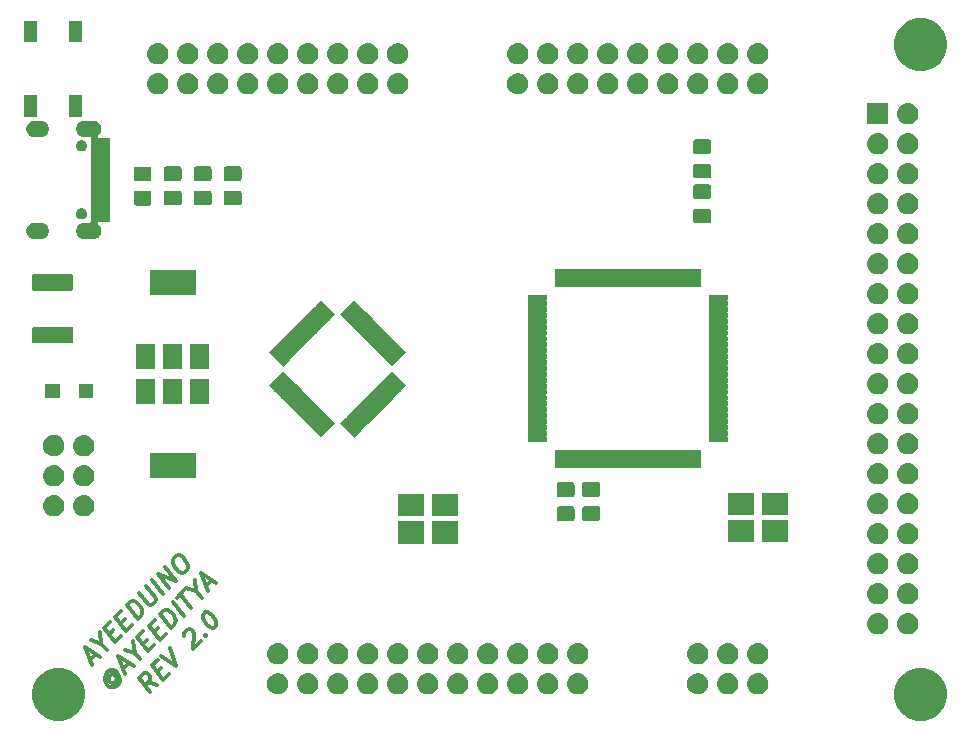
<source format=gbr>
G04 #@! TF.GenerationSoftware,KiCad,Pcbnew,(5.1.2-1)-1*
G04 #@! TF.CreationDate,2020-02-12T02:58:35-08:00*
G04 #@! TF.ProjectId,Mega,4d656761-2e6b-4696-9361-645f70636258,rev?*
G04 #@! TF.SameCoordinates,Original*
G04 #@! TF.FileFunction,Soldermask,Top*
G04 #@! TF.FilePolarity,Negative*
%FSLAX46Y46*%
G04 Gerber Fmt 4.6, Leading zero omitted, Abs format (unit mm)*
G04 Created by KiCad (PCBNEW (5.1.2-1)-1) date 2020-02-12 02:58:35*
%MOMM*%
%LPD*%
G04 APERTURE LIST*
%ADD10C,0.300000*%
%ADD11C,0.100000*%
G04 APERTURE END LIST*
D10*
X19648304Y-69110504D02*
X20153380Y-68605428D01*
X19812454Y-69552446D02*
X19237930Y-68005650D01*
X20519561Y-68845339D01*
X20633203Y-67721545D02*
X21075145Y-68289755D01*
X19793514Y-67450066D02*
X20633203Y-67721545D01*
X20500620Y-66742959D01*
X21296115Y-66957617D02*
X21649669Y-66604063D01*
X22287328Y-67077572D02*
X21782251Y-67582649D01*
X20854174Y-66389406D01*
X21359250Y-65884330D01*
X22255760Y-65997972D02*
X22609314Y-65644418D01*
X23246973Y-66117927D02*
X22741896Y-66623004D01*
X21813819Y-65429761D01*
X22318895Y-64924685D01*
X23701541Y-65663359D02*
X22773464Y-64470116D01*
X23026002Y-64217578D01*
X23221719Y-64122876D01*
X23411122Y-64135503D01*
X23550018Y-64198638D01*
X23777303Y-64375414D01*
X23909885Y-64545877D01*
X24036154Y-64823669D01*
X24074035Y-64987819D01*
X24061408Y-65202477D01*
X23954079Y-65410821D01*
X23701541Y-65663359D01*
X23834124Y-63409456D02*
X24585425Y-64375414D01*
X24724321Y-64438549D01*
X24819022Y-64444862D01*
X24964232Y-64400668D01*
X25166262Y-64198638D01*
X25223083Y-64040801D01*
X25229397Y-63933472D01*
X25191516Y-63769323D01*
X24440215Y-62803364D01*
X25873369Y-63491531D02*
X24945292Y-62298288D01*
X26378445Y-62986454D02*
X25450368Y-61793212D01*
X26984537Y-62380363D01*
X26056459Y-61187120D01*
X26763566Y-60480013D02*
X26965597Y-60277983D01*
X27110806Y-60233789D01*
X27300210Y-60246416D01*
X27527494Y-60423192D01*
X27836853Y-60820940D01*
X27963122Y-61098732D01*
X27950495Y-61313389D01*
X27893674Y-61471226D01*
X27691644Y-61673256D01*
X27546434Y-61717450D01*
X27357031Y-61704823D01*
X27129746Y-61528047D01*
X26820387Y-61130299D01*
X26694118Y-60852507D01*
X26706745Y-60637850D01*
X26763566Y-60480013D01*
X21653457Y-70307535D02*
X21558755Y-70301221D01*
X21413545Y-70345415D01*
X21312530Y-70446431D01*
X21255709Y-70604267D01*
X21249396Y-70711596D01*
X21287276Y-70875746D01*
X21375665Y-70989388D01*
X21514561Y-71052522D01*
X21609262Y-71058836D01*
X21754472Y-71014642D01*
X21855487Y-70913626D01*
X21912308Y-70755790D01*
X21918622Y-70648461D01*
X21565068Y-70193893D02*
X21918622Y-70648461D01*
X22013323Y-70654775D01*
X22063831Y-70604267D01*
X22120652Y-70446431D01*
X22082771Y-70282281D01*
X21861801Y-69998176D01*
X21628203Y-69928728D01*
X21388292Y-69966608D01*
X21142067Y-70111818D01*
X20984231Y-70370669D01*
X20921096Y-70635834D01*
X20952663Y-70907313D01*
X21078932Y-71185105D01*
X21306217Y-71361881D01*
X21539814Y-71431329D01*
X21779726Y-71393449D01*
X22025950Y-71248239D01*
X22183787Y-70989388D01*
X22246921Y-70724223D01*
X22486832Y-69878220D02*
X22991909Y-69373144D01*
X22650982Y-70320162D02*
X22076458Y-68773366D01*
X23358089Y-69613055D01*
X23471731Y-68489260D02*
X23913673Y-69057471D01*
X22632042Y-68217782D02*
X23471731Y-68489260D01*
X23339149Y-67510675D01*
X24134644Y-67725332D02*
X24488197Y-67371779D01*
X25125856Y-67845288D02*
X24620780Y-68350364D01*
X23692702Y-67157121D01*
X24197778Y-66652045D01*
X25094289Y-66765687D02*
X25447842Y-66412134D01*
X26085501Y-66885643D02*
X25580425Y-67390719D01*
X24652347Y-66197477D01*
X25157423Y-65692400D01*
X26540070Y-66431074D02*
X25611992Y-65237832D01*
X25864530Y-64985294D01*
X26060247Y-64890592D01*
X26249651Y-64903219D01*
X26388547Y-64966353D01*
X26615831Y-65143130D01*
X26748414Y-65313593D01*
X26874683Y-65591385D01*
X26912563Y-65755535D01*
X26899936Y-65970192D01*
X26792608Y-66178536D01*
X26540070Y-66431074D01*
X27600730Y-65370414D02*
X26672652Y-64177171D01*
X27026205Y-63823618D02*
X27632297Y-63217527D01*
X28257329Y-64713815D02*
X27329251Y-63520572D01*
X28674017Y-63286975D02*
X29115959Y-63855185D01*
X27834328Y-63015496D02*
X28674017Y-63286975D01*
X28541434Y-62308389D01*
X29507393Y-62857660D02*
X30012469Y-62352583D01*
X29671542Y-63299601D02*
X29097018Y-61752805D01*
X30378649Y-62592495D01*
X25363242Y-71214146D02*
X24567746Y-70999489D01*
X24757150Y-71820238D02*
X23829072Y-70626995D01*
X24233133Y-70222934D01*
X24378343Y-70178740D01*
X24473045Y-70185053D01*
X24611941Y-70248188D01*
X24744523Y-70418651D01*
X24782404Y-70582801D01*
X24776090Y-70690130D01*
X24719269Y-70847966D01*
X24315208Y-71252027D01*
X25331674Y-70134546D02*
X25685228Y-69780992D01*
X26322886Y-70254501D02*
X25817810Y-70759578D01*
X24889733Y-69566335D01*
X25394809Y-69061259D01*
X25697855Y-68758213D02*
X26979486Y-69597902D01*
X26404961Y-68051106D01*
X27604518Y-67053581D02*
X27610831Y-66946252D01*
X27667652Y-66788416D01*
X27920190Y-66535877D01*
X28065400Y-66491683D01*
X28160101Y-66497997D01*
X28298997Y-66561131D01*
X28387386Y-66674773D01*
X28469461Y-66895744D01*
X28393699Y-68183689D01*
X29050298Y-67527090D01*
X29416479Y-66958879D02*
X29511180Y-66965192D01*
X29504867Y-67072521D01*
X29410165Y-67066207D01*
X29416479Y-66958879D01*
X29504867Y-67072521D01*
X29283896Y-65172171D02*
X29384911Y-65071156D01*
X29530121Y-65026962D01*
X29624823Y-65033275D01*
X29763719Y-65096410D01*
X29991003Y-65273187D01*
X30211974Y-65557292D01*
X30338243Y-65835084D01*
X30376124Y-65999234D01*
X30369810Y-66106563D01*
X30312989Y-66264399D01*
X30211974Y-66365414D01*
X30066764Y-66409608D01*
X29972063Y-66403295D01*
X29833167Y-66340160D01*
X29605882Y-66163384D01*
X29384911Y-65879278D01*
X29258642Y-65601486D01*
X29220762Y-65437336D01*
X29227075Y-65330008D01*
X29283896Y-65172171D01*
D11*
G36*
X90275880Y-69759776D02*
G01*
X90656593Y-69835504D01*
X91066249Y-70005189D01*
X91434929Y-70251534D01*
X91748466Y-70565071D01*
X91994811Y-70933751D01*
X92164496Y-71343407D01*
X92251000Y-71778296D01*
X92251000Y-72221704D01*
X92164496Y-72656593D01*
X91994811Y-73066249D01*
X91748466Y-73434929D01*
X91434929Y-73748466D01*
X91066249Y-73994811D01*
X90656593Y-74164496D01*
X90275880Y-74240224D01*
X90221705Y-74251000D01*
X89778295Y-74251000D01*
X89724120Y-74240224D01*
X89343407Y-74164496D01*
X88933751Y-73994811D01*
X88565071Y-73748466D01*
X88251534Y-73434929D01*
X88005189Y-73066249D01*
X87835504Y-72656593D01*
X87749000Y-72221704D01*
X87749000Y-71778296D01*
X87835504Y-71343407D01*
X88005189Y-70933751D01*
X88251534Y-70565071D01*
X88565071Y-70251534D01*
X88933751Y-70005189D01*
X89343407Y-69835504D01*
X89724120Y-69759776D01*
X89778295Y-69749000D01*
X90221705Y-69749000D01*
X90275880Y-69759776D01*
X90275880Y-69759776D01*
G37*
G36*
X17275880Y-69759776D02*
G01*
X17656593Y-69835504D01*
X18066249Y-70005189D01*
X18434929Y-70251534D01*
X18748466Y-70565071D01*
X18994811Y-70933751D01*
X19164496Y-71343407D01*
X19251000Y-71778296D01*
X19251000Y-72221704D01*
X19164496Y-72656593D01*
X18994811Y-73066249D01*
X18748466Y-73434929D01*
X18434929Y-73748466D01*
X18066249Y-73994811D01*
X17656593Y-74164496D01*
X17275880Y-74240224D01*
X17221705Y-74251000D01*
X16778295Y-74251000D01*
X16724120Y-74240224D01*
X16343407Y-74164496D01*
X15933751Y-73994811D01*
X15565071Y-73748466D01*
X15251534Y-73434929D01*
X15005189Y-73066249D01*
X14835504Y-72656593D01*
X14749000Y-72221704D01*
X14749000Y-71778296D01*
X14835504Y-71343407D01*
X15005189Y-70933751D01*
X15251534Y-70565071D01*
X15565071Y-70251534D01*
X15933751Y-70005189D01*
X16343407Y-69835504D01*
X16724120Y-69759776D01*
X16778295Y-69749000D01*
X17221705Y-69749000D01*
X17275880Y-69759776D01*
X17275880Y-69759776D01*
G37*
G36*
X38210442Y-70225518D02*
G01*
X38276627Y-70232037D01*
X38446466Y-70283557D01*
X38602991Y-70367222D01*
X38638729Y-70396552D01*
X38740186Y-70479814D01*
X38810154Y-70565072D01*
X38852778Y-70617009D01*
X38852779Y-70617011D01*
X38900004Y-70705361D01*
X38936443Y-70773534D01*
X38987963Y-70943373D01*
X39005359Y-71120000D01*
X38987963Y-71296627D01*
X38936443Y-71466466D01*
X38852778Y-71622991D01*
X38835012Y-71644639D01*
X38740186Y-71760186D01*
X38667480Y-71819853D01*
X38602991Y-71872778D01*
X38446466Y-71956443D01*
X38276627Y-72007963D01*
X38210443Y-72014481D01*
X38144260Y-72021000D01*
X38055740Y-72021000D01*
X37989557Y-72014481D01*
X37923373Y-72007963D01*
X37753534Y-71956443D01*
X37597009Y-71872778D01*
X37532520Y-71819853D01*
X37459814Y-71760186D01*
X37364988Y-71644639D01*
X37347222Y-71622991D01*
X37263557Y-71466466D01*
X37212037Y-71296627D01*
X37194641Y-71120000D01*
X37212037Y-70943373D01*
X37263557Y-70773534D01*
X37299997Y-70705361D01*
X37347221Y-70617011D01*
X37347222Y-70617009D01*
X37389846Y-70565072D01*
X37459814Y-70479814D01*
X37561271Y-70396552D01*
X37597009Y-70367222D01*
X37753534Y-70283557D01*
X37923373Y-70232037D01*
X37989558Y-70225518D01*
X38055740Y-70219000D01*
X38144260Y-70219000D01*
X38210442Y-70225518D01*
X38210442Y-70225518D01*
G37*
G36*
X35673512Y-70223927D02*
G01*
X35822812Y-70253624D01*
X35986784Y-70321544D01*
X36134354Y-70420147D01*
X36259853Y-70545646D01*
X36358456Y-70693216D01*
X36426376Y-70857188D01*
X36456073Y-71006488D01*
X36461000Y-71031258D01*
X36461000Y-71208742D01*
X36456073Y-71233512D01*
X36426376Y-71382812D01*
X36358456Y-71546784D01*
X36259853Y-71694354D01*
X36134354Y-71819853D01*
X35986784Y-71918456D01*
X35822812Y-71986376D01*
X35673512Y-72016073D01*
X35648742Y-72021000D01*
X35471258Y-72021000D01*
X35446488Y-72016073D01*
X35297188Y-71986376D01*
X35133216Y-71918456D01*
X34985646Y-71819853D01*
X34860147Y-71694354D01*
X34761544Y-71546784D01*
X34693624Y-71382812D01*
X34663927Y-71233512D01*
X34659000Y-71208742D01*
X34659000Y-71031258D01*
X34663927Y-71006488D01*
X34693624Y-70857188D01*
X34761544Y-70693216D01*
X34860147Y-70545646D01*
X34985646Y-70420147D01*
X35133216Y-70321544D01*
X35297188Y-70253624D01*
X35446488Y-70223927D01*
X35471258Y-70219000D01*
X35648742Y-70219000D01*
X35673512Y-70223927D01*
X35673512Y-70223927D01*
G37*
G36*
X40750442Y-70225518D02*
G01*
X40816627Y-70232037D01*
X40986466Y-70283557D01*
X41142991Y-70367222D01*
X41178729Y-70396552D01*
X41280186Y-70479814D01*
X41350154Y-70565072D01*
X41392778Y-70617009D01*
X41392779Y-70617011D01*
X41440004Y-70705361D01*
X41476443Y-70773534D01*
X41527963Y-70943373D01*
X41545359Y-71120000D01*
X41527963Y-71296627D01*
X41476443Y-71466466D01*
X41392778Y-71622991D01*
X41375012Y-71644639D01*
X41280186Y-71760186D01*
X41207480Y-71819853D01*
X41142991Y-71872778D01*
X40986466Y-71956443D01*
X40816627Y-72007963D01*
X40750443Y-72014481D01*
X40684260Y-72021000D01*
X40595740Y-72021000D01*
X40529557Y-72014481D01*
X40463373Y-72007963D01*
X40293534Y-71956443D01*
X40137009Y-71872778D01*
X40072520Y-71819853D01*
X39999814Y-71760186D01*
X39904988Y-71644639D01*
X39887222Y-71622991D01*
X39803557Y-71466466D01*
X39752037Y-71296627D01*
X39734641Y-71120000D01*
X39752037Y-70943373D01*
X39803557Y-70773534D01*
X39839997Y-70705361D01*
X39887221Y-70617011D01*
X39887222Y-70617009D01*
X39929846Y-70565072D01*
X39999814Y-70479814D01*
X40101271Y-70396552D01*
X40137009Y-70367222D01*
X40293534Y-70283557D01*
X40463373Y-70232037D01*
X40529558Y-70225518D01*
X40595740Y-70219000D01*
X40684260Y-70219000D01*
X40750442Y-70225518D01*
X40750442Y-70225518D01*
G37*
G36*
X43290442Y-70225518D02*
G01*
X43356627Y-70232037D01*
X43526466Y-70283557D01*
X43682991Y-70367222D01*
X43718729Y-70396552D01*
X43820186Y-70479814D01*
X43890154Y-70565072D01*
X43932778Y-70617009D01*
X43932779Y-70617011D01*
X43980004Y-70705361D01*
X44016443Y-70773534D01*
X44067963Y-70943373D01*
X44085359Y-71120000D01*
X44067963Y-71296627D01*
X44016443Y-71466466D01*
X43932778Y-71622991D01*
X43915012Y-71644639D01*
X43820186Y-71760186D01*
X43747480Y-71819853D01*
X43682991Y-71872778D01*
X43526466Y-71956443D01*
X43356627Y-72007963D01*
X43290443Y-72014481D01*
X43224260Y-72021000D01*
X43135740Y-72021000D01*
X43069557Y-72014481D01*
X43003373Y-72007963D01*
X42833534Y-71956443D01*
X42677009Y-71872778D01*
X42612520Y-71819853D01*
X42539814Y-71760186D01*
X42444988Y-71644639D01*
X42427222Y-71622991D01*
X42343557Y-71466466D01*
X42292037Y-71296627D01*
X42274641Y-71120000D01*
X42292037Y-70943373D01*
X42343557Y-70773534D01*
X42379997Y-70705361D01*
X42427221Y-70617011D01*
X42427222Y-70617009D01*
X42469846Y-70565072D01*
X42539814Y-70479814D01*
X42641271Y-70396552D01*
X42677009Y-70367222D01*
X42833534Y-70283557D01*
X43003373Y-70232037D01*
X43069558Y-70225518D01*
X43135740Y-70219000D01*
X43224260Y-70219000D01*
X43290442Y-70225518D01*
X43290442Y-70225518D01*
G37*
G36*
X45830442Y-70225518D02*
G01*
X45896627Y-70232037D01*
X46066466Y-70283557D01*
X46222991Y-70367222D01*
X46258729Y-70396552D01*
X46360186Y-70479814D01*
X46430154Y-70565072D01*
X46472778Y-70617009D01*
X46472779Y-70617011D01*
X46520004Y-70705361D01*
X46556443Y-70773534D01*
X46607963Y-70943373D01*
X46625359Y-71120000D01*
X46607963Y-71296627D01*
X46556443Y-71466466D01*
X46472778Y-71622991D01*
X46455012Y-71644639D01*
X46360186Y-71760186D01*
X46287480Y-71819853D01*
X46222991Y-71872778D01*
X46066466Y-71956443D01*
X45896627Y-72007963D01*
X45830443Y-72014481D01*
X45764260Y-72021000D01*
X45675740Y-72021000D01*
X45609557Y-72014481D01*
X45543373Y-72007963D01*
X45373534Y-71956443D01*
X45217009Y-71872778D01*
X45152520Y-71819853D01*
X45079814Y-71760186D01*
X44984988Y-71644639D01*
X44967222Y-71622991D01*
X44883557Y-71466466D01*
X44832037Y-71296627D01*
X44814641Y-71120000D01*
X44832037Y-70943373D01*
X44883557Y-70773534D01*
X44919997Y-70705361D01*
X44967221Y-70617011D01*
X44967222Y-70617009D01*
X45009846Y-70565072D01*
X45079814Y-70479814D01*
X45181271Y-70396552D01*
X45217009Y-70367222D01*
X45373534Y-70283557D01*
X45543373Y-70232037D01*
X45609558Y-70225518D01*
X45675740Y-70219000D01*
X45764260Y-70219000D01*
X45830442Y-70225518D01*
X45830442Y-70225518D01*
G37*
G36*
X48370442Y-70225518D02*
G01*
X48436627Y-70232037D01*
X48606466Y-70283557D01*
X48762991Y-70367222D01*
X48798729Y-70396552D01*
X48900186Y-70479814D01*
X48970154Y-70565072D01*
X49012778Y-70617009D01*
X49012779Y-70617011D01*
X49060004Y-70705361D01*
X49096443Y-70773534D01*
X49147963Y-70943373D01*
X49165359Y-71120000D01*
X49147963Y-71296627D01*
X49096443Y-71466466D01*
X49012778Y-71622991D01*
X48995012Y-71644639D01*
X48900186Y-71760186D01*
X48827480Y-71819853D01*
X48762991Y-71872778D01*
X48606466Y-71956443D01*
X48436627Y-72007963D01*
X48370443Y-72014481D01*
X48304260Y-72021000D01*
X48215740Y-72021000D01*
X48149557Y-72014481D01*
X48083373Y-72007963D01*
X47913534Y-71956443D01*
X47757009Y-71872778D01*
X47692520Y-71819853D01*
X47619814Y-71760186D01*
X47524988Y-71644639D01*
X47507222Y-71622991D01*
X47423557Y-71466466D01*
X47372037Y-71296627D01*
X47354641Y-71120000D01*
X47372037Y-70943373D01*
X47423557Y-70773534D01*
X47459997Y-70705361D01*
X47507221Y-70617011D01*
X47507222Y-70617009D01*
X47549846Y-70565072D01*
X47619814Y-70479814D01*
X47721271Y-70396552D01*
X47757009Y-70367222D01*
X47913534Y-70283557D01*
X48083373Y-70232037D01*
X48149558Y-70225518D01*
X48215740Y-70219000D01*
X48304260Y-70219000D01*
X48370442Y-70225518D01*
X48370442Y-70225518D01*
G37*
G36*
X50910442Y-70225518D02*
G01*
X50976627Y-70232037D01*
X51146466Y-70283557D01*
X51302991Y-70367222D01*
X51338729Y-70396552D01*
X51440186Y-70479814D01*
X51510154Y-70565072D01*
X51552778Y-70617009D01*
X51552779Y-70617011D01*
X51600004Y-70705361D01*
X51636443Y-70773534D01*
X51687963Y-70943373D01*
X51705359Y-71120000D01*
X51687963Y-71296627D01*
X51636443Y-71466466D01*
X51552778Y-71622991D01*
X51535012Y-71644639D01*
X51440186Y-71760186D01*
X51367480Y-71819853D01*
X51302991Y-71872778D01*
X51146466Y-71956443D01*
X50976627Y-72007963D01*
X50910443Y-72014481D01*
X50844260Y-72021000D01*
X50755740Y-72021000D01*
X50689557Y-72014481D01*
X50623373Y-72007963D01*
X50453534Y-71956443D01*
X50297009Y-71872778D01*
X50232520Y-71819853D01*
X50159814Y-71760186D01*
X50064988Y-71644639D01*
X50047222Y-71622991D01*
X49963557Y-71466466D01*
X49912037Y-71296627D01*
X49894641Y-71120000D01*
X49912037Y-70943373D01*
X49963557Y-70773534D01*
X49999997Y-70705361D01*
X50047221Y-70617011D01*
X50047222Y-70617009D01*
X50089846Y-70565072D01*
X50159814Y-70479814D01*
X50261271Y-70396552D01*
X50297009Y-70367222D01*
X50453534Y-70283557D01*
X50623373Y-70232037D01*
X50689558Y-70225518D01*
X50755740Y-70219000D01*
X50844260Y-70219000D01*
X50910442Y-70225518D01*
X50910442Y-70225518D01*
G37*
G36*
X73770442Y-70225518D02*
G01*
X73836627Y-70232037D01*
X74006466Y-70283557D01*
X74162991Y-70367222D01*
X74198729Y-70396552D01*
X74300186Y-70479814D01*
X74370154Y-70565072D01*
X74412778Y-70617009D01*
X74412779Y-70617011D01*
X74460004Y-70705361D01*
X74496443Y-70773534D01*
X74547963Y-70943373D01*
X74565359Y-71120000D01*
X74547963Y-71296627D01*
X74496443Y-71466466D01*
X74412778Y-71622991D01*
X74395012Y-71644639D01*
X74300186Y-71760186D01*
X74227480Y-71819853D01*
X74162991Y-71872778D01*
X74006466Y-71956443D01*
X73836627Y-72007963D01*
X73770443Y-72014481D01*
X73704260Y-72021000D01*
X73615740Y-72021000D01*
X73549557Y-72014481D01*
X73483373Y-72007963D01*
X73313534Y-71956443D01*
X73157009Y-71872778D01*
X73092520Y-71819853D01*
X73019814Y-71760186D01*
X72924988Y-71644639D01*
X72907222Y-71622991D01*
X72823557Y-71466466D01*
X72772037Y-71296627D01*
X72754641Y-71120000D01*
X72772037Y-70943373D01*
X72823557Y-70773534D01*
X72859997Y-70705361D01*
X72907221Y-70617011D01*
X72907222Y-70617009D01*
X72949846Y-70565072D01*
X73019814Y-70479814D01*
X73121271Y-70396552D01*
X73157009Y-70367222D01*
X73313534Y-70283557D01*
X73483373Y-70232037D01*
X73549558Y-70225518D01*
X73615740Y-70219000D01*
X73704260Y-70219000D01*
X73770442Y-70225518D01*
X73770442Y-70225518D01*
G37*
G36*
X53450442Y-70225518D02*
G01*
X53516627Y-70232037D01*
X53686466Y-70283557D01*
X53842991Y-70367222D01*
X53878729Y-70396552D01*
X53980186Y-70479814D01*
X54050154Y-70565072D01*
X54092778Y-70617009D01*
X54092779Y-70617011D01*
X54140004Y-70705361D01*
X54176443Y-70773534D01*
X54227963Y-70943373D01*
X54245359Y-71120000D01*
X54227963Y-71296627D01*
X54176443Y-71466466D01*
X54092778Y-71622991D01*
X54075012Y-71644639D01*
X53980186Y-71760186D01*
X53907480Y-71819853D01*
X53842991Y-71872778D01*
X53686466Y-71956443D01*
X53516627Y-72007963D01*
X53450443Y-72014481D01*
X53384260Y-72021000D01*
X53295740Y-72021000D01*
X53229557Y-72014481D01*
X53163373Y-72007963D01*
X52993534Y-71956443D01*
X52837009Y-71872778D01*
X52772520Y-71819853D01*
X52699814Y-71760186D01*
X52604988Y-71644639D01*
X52587222Y-71622991D01*
X52503557Y-71466466D01*
X52452037Y-71296627D01*
X52434641Y-71120000D01*
X52452037Y-70943373D01*
X52503557Y-70773534D01*
X52539997Y-70705361D01*
X52587221Y-70617011D01*
X52587222Y-70617009D01*
X52629846Y-70565072D01*
X52699814Y-70479814D01*
X52801271Y-70396552D01*
X52837009Y-70367222D01*
X52993534Y-70283557D01*
X53163373Y-70232037D01*
X53229558Y-70225518D01*
X53295740Y-70219000D01*
X53384260Y-70219000D01*
X53450442Y-70225518D01*
X53450442Y-70225518D01*
G37*
G36*
X71233512Y-70223927D02*
G01*
X71382812Y-70253624D01*
X71546784Y-70321544D01*
X71694354Y-70420147D01*
X71819853Y-70545646D01*
X71918456Y-70693216D01*
X71986376Y-70857188D01*
X72016073Y-71006488D01*
X72021000Y-71031258D01*
X72021000Y-71208742D01*
X72016073Y-71233512D01*
X71986376Y-71382812D01*
X71918456Y-71546784D01*
X71819853Y-71694354D01*
X71694354Y-71819853D01*
X71546784Y-71918456D01*
X71382812Y-71986376D01*
X71233512Y-72016073D01*
X71208742Y-72021000D01*
X71031258Y-72021000D01*
X71006488Y-72016073D01*
X70857188Y-71986376D01*
X70693216Y-71918456D01*
X70545646Y-71819853D01*
X70420147Y-71694354D01*
X70321544Y-71546784D01*
X70253624Y-71382812D01*
X70223927Y-71233512D01*
X70219000Y-71208742D01*
X70219000Y-71031258D01*
X70223927Y-71006488D01*
X70253624Y-70857188D01*
X70321544Y-70693216D01*
X70420147Y-70545646D01*
X70545646Y-70420147D01*
X70693216Y-70321544D01*
X70857188Y-70253624D01*
X71006488Y-70223927D01*
X71031258Y-70219000D01*
X71208742Y-70219000D01*
X71233512Y-70223927D01*
X71233512Y-70223927D01*
G37*
G36*
X55990442Y-70225518D02*
G01*
X56056627Y-70232037D01*
X56226466Y-70283557D01*
X56382991Y-70367222D01*
X56418729Y-70396552D01*
X56520186Y-70479814D01*
X56590154Y-70565072D01*
X56632778Y-70617009D01*
X56632779Y-70617011D01*
X56680004Y-70705361D01*
X56716443Y-70773534D01*
X56767963Y-70943373D01*
X56785359Y-71120000D01*
X56767963Y-71296627D01*
X56716443Y-71466466D01*
X56632778Y-71622991D01*
X56615012Y-71644639D01*
X56520186Y-71760186D01*
X56447480Y-71819853D01*
X56382991Y-71872778D01*
X56226466Y-71956443D01*
X56056627Y-72007963D01*
X55990443Y-72014481D01*
X55924260Y-72021000D01*
X55835740Y-72021000D01*
X55769557Y-72014481D01*
X55703373Y-72007963D01*
X55533534Y-71956443D01*
X55377009Y-71872778D01*
X55312520Y-71819853D01*
X55239814Y-71760186D01*
X55144988Y-71644639D01*
X55127222Y-71622991D01*
X55043557Y-71466466D01*
X54992037Y-71296627D01*
X54974641Y-71120000D01*
X54992037Y-70943373D01*
X55043557Y-70773534D01*
X55079997Y-70705361D01*
X55127221Y-70617011D01*
X55127222Y-70617009D01*
X55169846Y-70565072D01*
X55239814Y-70479814D01*
X55341271Y-70396552D01*
X55377009Y-70367222D01*
X55533534Y-70283557D01*
X55703373Y-70232037D01*
X55769558Y-70225518D01*
X55835740Y-70219000D01*
X55924260Y-70219000D01*
X55990442Y-70225518D01*
X55990442Y-70225518D01*
G37*
G36*
X58530442Y-70225518D02*
G01*
X58596627Y-70232037D01*
X58766466Y-70283557D01*
X58922991Y-70367222D01*
X58958729Y-70396552D01*
X59060186Y-70479814D01*
X59130154Y-70565072D01*
X59172778Y-70617009D01*
X59172779Y-70617011D01*
X59220004Y-70705361D01*
X59256443Y-70773534D01*
X59307963Y-70943373D01*
X59325359Y-71120000D01*
X59307963Y-71296627D01*
X59256443Y-71466466D01*
X59172778Y-71622991D01*
X59155012Y-71644639D01*
X59060186Y-71760186D01*
X58987480Y-71819853D01*
X58922991Y-71872778D01*
X58766466Y-71956443D01*
X58596627Y-72007963D01*
X58530443Y-72014481D01*
X58464260Y-72021000D01*
X58375740Y-72021000D01*
X58309557Y-72014481D01*
X58243373Y-72007963D01*
X58073534Y-71956443D01*
X57917009Y-71872778D01*
X57852520Y-71819853D01*
X57779814Y-71760186D01*
X57684988Y-71644639D01*
X57667222Y-71622991D01*
X57583557Y-71466466D01*
X57532037Y-71296627D01*
X57514641Y-71120000D01*
X57532037Y-70943373D01*
X57583557Y-70773534D01*
X57619997Y-70705361D01*
X57667221Y-70617011D01*
X57667222Y-70617009D01*
X57709846Y-70565072D01*
X57779814Y-70479814D01*
X57881271Y-70396552D01*
X57917009Y-70367222D01*
X58073534Y-70283557D01*
X58243373Y-70232037D01*
X58309558Y-70225518D01*
X58375740Y-70219000D01*
X58464260Y-70219000D01*
X58530442Y-70225518D01*
X58530442Y-70225518D01*
G37*
G36*
X61070442Y-70225518D02*
G01*
X61136627Y-70232037D01*
X61306466Y-70283557D01*
X61462991Y-70367222D01*
X61498729Y-70396552D01*
X61600186Y-70479814D01*
X61670154Y-70565072D01*
X61712778Y-70617009D01*
X61712779Y-70617011D01*
X61760004Y-70705361D01*
X61796443Y-70773534D01*
X61847963Y-70943373D01*
X61865359Y-71120000D01*
X61847963Y-71296627D01*
X61796443Y-71466466D01*
X61712778Y-71622991D01*
X61695012Y-71644639D01*
X61600186Y-71760186D01*
X61527480Y-71819853D01*
X61462991Y-71872778D01*
X61306466Y-71956443D01*
X61136627Y-72007963D01*
X61070443Y-72014481D01*
X61004260Y-72021000D01*
X60915740Y-72021000D01*
X60849557Y-72014481D01*
X60783373Y-72007963D01*
X60613534Y-71956443D01*
X60457009Y-71872778D01*
X60392520Y-71819853D01*
X60319814Y-71760186D01*
X60224988Y-71644639D01*
X60207222Y-71622991D01*
X60123557Y-71466466D01*
X60072037Y-71296627D01*
X60054641Y-71120000D01*
X60072037Y-70943373D01*
X60123557Y-70773534D01*
X60159997Y-70705361D01*
X60207221Y-70617011D01*
X60207222Y-70617009D01*
X60249846Y-70565072D01*
X60319814Y-70479814D01*
X60421271Y-70396552D01*
X60457009Y-70367222D01*
X60613534Y-70283557D01*
X60783373Y-70232037D01*
X60849558Y-70225518D01*
X60915740Y-70219000D01*
X61004260Y-70219000D01*
X61070442Y-70225518D01*
X61070442Y-70225518D01*
G37*
G36*
X76310442Y-70225518D02*
G01*
X76376627Y-70232037D01*
X76546466Y-70283557D01*
X76702991Y-70367222D01*
X76738729Y-70396552D01*
X76840186Y-70479814D01*
X76910154Y-70565072D01*
X76952778Y-70617009D01*
X76952779Y-70617011D01*
X77000004Y-70705361D01*
X77036443Y-70773534D01*
X77087963Y-70943373D01*
X77105359Y-71120000D01*
X77087963Y-71296627D01*
X77036443Y-71466466D01*
X76952778Y-71622991D01*
X76935012Y-71644639D01*
X76840186Y-71760186D01*
X76767480Y-71819853D01*
X76702991Y-71872778D01*
X76546466Y-71956443D01*
X76376627Y-72007963D01*
X76310443Y-72014481D01*
X76244260Y-72021000D01*
X76155740Y-72021000D01*
X76089557Y-72014481D01*
X76023373Y-72007963D01*
X75853534Y-71956443D01*
X75697009Y-71872778D01*
X75632520Y-71819853D01*
X75559814Y-71760186D01*
X75464988Y-71644639D01*
X75447222Y-71622991D01*
X75363557Y-71466466D01*
X75312037Y-71296627D01*
X75294641Y-71120000D01*
X75312037Y-70943373D01*
X75363557Y-70773534D01*
X75399997Y-70705361D01*
X75447221Y-70617011D01*
X75447222Y-70617009D01*
X75489846Y-70565072D01*
X75559814Y-70479814D01*
X75661271Y-70396552D01*
X75697009Y-70367222D01*
X75853534Y-70283557D01*
X76023373Y-70232037D01*
X76089558Y-70225518D01*
X76155740Y-70219000D01*
X76244260Y-70219000D01*
X76310442Y-70225518D01*
X76310442Y-70225518D01*
G37*
G36*
X61070443Y-67685519D02*
G01*
X61136627Y-67692037D01*
X61306466Y-67743557D01*
X61462991Y-67827222D01*
X61498729Y-67856552D01*
X61600186Y-67939814D01*
X61683448Y-68041271D01*
X61712778Y-68077009D01*
X61796443Y-68233534D01*
X61847963Y-68403373D01*
X61865359Y-68580000D01*
X61847963Y-68756627D01*
X61796443Y-68926466D01*
X61712778Y-69082991D01*
X61683448Y-69118729D01*
X61600186Y-69220186D01*
X61498729Y-69303448D01*
X61462991Y-69332778D01*
X61306466Y-69416443D01*
X61136627Y-69467963D01*
X61070442Y-69474482D01*
X61004260Y-69481000D01*
X60915740Y-69481000D01*
X60849558Y-69474482D01*
X60783373Y-69467963D01*
X60613534Y-69416443D01*
X60457009Y-69332778D01*
X60421271Y-69303448D01*
X60319814Y-69220186D01*
X60236552Y-69118729D01*
X60207222Y-69082991D01*
X60123557Y-68926466D01*
X60072037Y-68756627D01*
X60054641Y-68580000D01*
X60072037Y-68403373D01*
X60123557Y-68233534D01*
X60207222Y-68077009D01*
X60236552Y-68041271D01*
X60319814Y-67939814D01*
X60421271Y-67856552D01*
X60457009Y-67827222D01*
X60613534Y-67743557D01*
X60783373Y-67692037D01*
X60849557Y-67685519D01*
X60915740Y-67679000D01*
X61004260Y-67679000D01*
X61070443Y-67685519D01*
X61070443Y-67685519D01*
G37*
G36*
X58530443Y-67685519D02*
G01*
X58596627Y-67692037D01*
X58766466Y-67743557D01*
X58922991Y-67827222D01*
X58958729Y-67856552D01*
X59060186Y-67939814D01*
X59143448Y-68041271D01*
X59172778Y-68077009D01*
X59256443Y-68233534D01*
X59307963Y-68403373D01*
X59325359Y-68580000D01*
X59307963Y-68756627D01*
X59256443Y-68926466D01*
X59172778Y-69082991D01*
X59143448Y-69118729D01*
X59060186Y-69220186D01*
X58958729Y-69303448D01*
X58922991Y-69332778D01*
X58766466Y-69416443D01*
X58596627Y-69467963D01*
X58530442Y-69474482D01*
X58464260Y-69481000D01*
X58375740Y-69481000D01*
X58309558Y-69474482D01*
X58243373Y-69467963D01*
X58073534Y-69416443D01*
X57917009Y-69332778D01*
X57881271Y-69303448D01*
X57779814Y-69220186D01*
X57696552Y-69118729D01*
X57667222Y-69082991D01*
X57583557Y-68926466D01*
X57532037Y-68756627D01*
X57514641Y-68580000D01*
X57532037Y-68403373D01*
X57583557Y-68233534D01*
X57667222Y-68077009D01*
X57696552Y-68041271D01*
X57779814Y-67939814D01*
X57881271Y-67856552D01*
X57917009Y-67827222D01*
X58073534Y-67743557D01*
X58243373Y-67692037D01*
X58309557Y-67685519D01*
X58375740Y-67679000D01*
X58464260Y-67679000D01*
X58530443Y-67685519D01*
X58530443Y-67685519D01*
G37*
G36*
X55990443Y-67685519D02*
G01*
X56056627Y-67692037D01*
X56226466Y-67743557D01*
X56382991Y-67827222D01*
X56418729Y-67856552D01*
X56520186Y-67939814D01*
X56603448Y-68041271D01*
X56632778Y-68077009D01*
X56716443Y-68233534D01*
X56767963Y-68403373D01*
X56785359Y-68580000D01*
X56767963Y-68756627D01*
X56716443Y-68926466D01*
X56632778Y-69082991D01*
X56603448Y-69118729D01*
X56520186Y-69220186D01*
X56418729Y-69303448D01*
X56382991Y-69332778D01*
X56226466Y-69416443D01*
X56056627Y-69467963D01*
X55990442Y-69474482D01*
X55924260Y-69481000D01*
X55835740Y-69481000D01*
X55769558Y-69474482D01*
X55703373Y-69467963D01*
X55533534Y-69416443D01*
X55377009Y-69332778D01*
X55341271Y-69303448D01*
X55239814Y-69220186D01*
X55156552Y-69118729D01*
X55127222Y-69082991D01*
X55043557Y-68926466D01*
X54992037Y-68756627D01*
X54974641Y-68580000D01*
X54992037Y-68403373D01*
X55043557Y-68233534D01*
X55127222Y-68077009D01*
X55156552Y-68041271D01*
X55239814Y-67939814D01*
X55341271Y-67856552D01*
X55377009Y-67827222D01*
X55533534Y-67743557D01*
X55703373Y-67692037D01*
X55769557Y-67685519D01*
X55835740Y-67679000D01*
X55924260Y-67679000D01*
X55990443Y-67685519D01*
X55990443Y-67685519D01*
G37*
G36*
X71230443Y-67685519D02*
G01*
X71296627Y-67692037D01*
X71466466Y-67743557D01*
X71622991Y-67827222D01*
X71658729Y-67856552D01*
X71760186Y-67939814D01*
X71843448Y-68041271D01*
X71872778Y-68077009D01*
X71956443Y-68233534D01*
X72007963Y-68403373D01*
X72025359Y-68580000D01*
X72007963Y-68756627D01*
X71956443Y-68926466D01*
X71872778Y-69082991D01*
X71843448Y-69118729D01*
X71760186Y-69220186D01*
X71658729Y-69303448D01*
X71622991Y-69332778D01*
X71466466Y-69416443D01*
X71296627Y-69467963D01*
X71230442Y-69474482D01*
X71164260Y-69481000D01*
X71075740Y-69481000D01*
X71009558Y-69474482D01*
X70943373Y-69467963D01*
X70773534Y-69416443D01*
X70617009Y-69332778D01*
X70581271Y-69303448D01*
X70479814Y-69220186D01*
X70396552Y-69118729D01*
X70367222Y-69082991D01*
X70283557Y-68926466D01*
X70232037Y-68756627D01*
X70214641Y-68580000D01*
X70232037Y-68403373D01*
X70283557Y-68233534D01*
X70367222Y-68077009D01*
X70396552Y-68041271D01*
X70479814Y-67939814D01*
X70581271Y-67856552D01*
X70617009Y-67827222D01*
X70773534Y-67743557D01*
X70943373Y-67692037D01*
X71009557Y-67685519D01*
X71075740Y-67679000D01*
X71164260Y-67679000D01*
X71230443Y-67685519D01*
X71230443Y-67685519D01*
G37*
G36*
X73770443Y-67685519D02*
G01*
X73836627Y-67692037D01*
X74006466Y-67743557D01*
X74162991Y-67827222D01*
X74198729Y-67856552D01*
X74300186Y-67939814D01*
X74383448Y-68041271D01*
X74412778Y-68077009D01*
X74496443Y-68233534D01*
X74547963Y-68403373D01*
X74565359Y-68580000D01*
X74547963Y-68756627D01*
X74496443Y-68926466D01*
X74412778Y-69082991D01*
X74383448Y-69118729D01*
X74300186Y-69220186D01*
X74198729Y-69303448D01*
X74162991Y-69332778D01*
X74006466Y-69416443D01*
X73836627Y-69467963D01*
X73770442Y-69474482D01*
X73704260Y-69481000D01*
X73615740Y-69481000D01*
X73549558Y-69474482D01*
X73483373Y-69467963D01*
X73313534Y-69416443D01*
X73157009Y-69332778D01*
X73121271Y-69303448D01*
X73019814Y-69220186D01*
X72936552Y-69118729D01*
X72907222Y-69082991D01*
X72823557Y-68926466D01*
X72772037Y-68756627D01*
X72754641Y-68580000D01*
X72772037Y-68403373D01*
X72823557Y-68233534D01*
X72907222Y-68077009D01*
X72936552Y-68041271D01*
X73019814Y-67939814D01*
X73121271Y-67856552D01*
X73157009Y-67827222D01*
X73313534Y-67743557D01*
X73483373Y-67692037D01*
X73549557Y-67685519D01*
X73615740Y-67679000D01*
X73704260Y-67679000D01*
X73770443Y-67685519D01*
X73770443Y-67685519D01*
G37*
G36*
X76310443Y-67685519D02*
G01*
X76376627Y-67692037D01*
X76546466Y-67743557D01*
X76702991Y-67827222D01*
X76738729Y-67856552D01*
X76840186Y-67939814D01*
X76923448Y-68041271D01*
X76952778Y-68077009D01*
X77036443Y-68233534D01*
X77087963Y-68403373D01*
X77105359Y-68580000D01*
X77087963Y-68756627D01*
X77036443Y-68926466D01*
X76952778Y-69082991D01*
X76923448Y-69118729D01*
X76840186Y-69220186D01*
X76738729Y-69303448D01*
X76702991Y-69332778D01*
X76546466Y-69416443D01*
X76376627Y-69467963D01*
X76310442Y-69474482D01*
X76244260Y-69481000D01*
X76155740Y-69481000D01*
X76089558Y-69474482D01*
X76023373Y-69467963D01*
X75853534Y-69416443D01*
X75697009Y-69332778D01*
X75661271Y-69303448D01*
X75559814Y-69220186D01*
X75476552Y-69118729D01*
X75447222Y-69082991D01*
X75363557Y-68926466D01*
X75312037Y-68756627D01*
X75294641Y-68580000D01*
X75312037Y-68403373D01*
X75363557Y-68233534D01*
X75447222Y-68077009D01*
X75476552Y-68041271D01*
X75559814Y-67939814D01*
X75661271Y-67856552D01*
X75697009Y-67827222D01*
X75853534Y-67743557D01*
X76023373Y-67692037D01*
X76089557Y-67685519D01*
X76155740Y-67679000D01*
X76244260Y-67679000D01*
X76310443Y-67685519D01*
X76310443Y-67685519D01*
G37*
G36*
X53450443Y-67685519D02*
G01*
X53516627Y-67692037D01*
X53686466Y-67743557D01*
X53842991Y-67827222D01*
X53878729Y-67856552D01*
X53980186Y-67939814D01*
X54063448Y-68041271D01*
X54092778Y-68077009D01*
X54176443Y-68233534D01*
X54227963Y-68403373D01*
X54245359Y-68580000D01*
X54227963Y-68756627D01*
X54176443Y-68926466D01*
X54092778Y-69082991D01*
X54063448Y-69118729D01*
X53980186Y-69220186D01*
X53878729Y-69303448D01*
X53842991Y-69332778D01*
X53686466Y-69416443D01*
X53516627Y-69467963D01*
X53450442Y-69474482D01*
X53384260Y-69481000D01*
X53295740Y-69481000D01*
X53229558Y-69474482D01*
X53163373Y-69467963D01*
X52993534Y-69416443D01*
X52837009Y-69332778D01*
X52801271Y-69303448D01*
X52699814Y-69220186D01*
X52616552Y-69118729D01*
X52587222Y-69082991D01*
X52503557Y-68926466D01*
X52452037Y-68756627D01*
X52434641Y-68580000D01*
X52452037Y-68403373D01*
X52503557Y-68233534D01*
X52587222Y-68077009D01*
X52616552Y-68041271D01*
X52699814Y-67939814D01*
X52801271Y-67856552D01*
X52837009Y-67827222D01*
X52993534Y-67743557D01*
X53163373Y-67692037D01*
X53229557Y-67685519D01*
X53295740Y-67679000D01*
X53384260Y-67679000D01*
X53450443Y-67685519D01*
X53450443Y-67685519D01*
G37*
G36*
X50910443Y-67685519D02*
G01*
X50976627Y-67692037D01*
X51146466Y-67743557D01*
X51302991Y-67827222D01*
X51338729Y-67856552D01*
X51440186Y-67939814D01*
X51523448Y-68041271D01*
X51552778Y-68077009D01*
X51636443Y-68233534D01*
X51687963Y-68403373D01*
X51705359Y-68580000D01*
X51687963Y-68756627D01*
X51636443Y-68926466D01*
X51552778Y-69082991D01*
X51523448Y-69118729D01*
X51440186Y-69220186D01*
X51338729Y-69303448D01*
X51302991Y-69332778D01*
X51146466Y-69416443D01*
X50976627Y-69467963D01*
X50910442Y-69474482D01*
X50844260Y-69481000D01*
X50755740Y-69481000D01*
X50689558Y-69474482D01*
X50623373Y-69467963D01*
X50453534Y-69416443D01*
X50297009Y-69332778D01*
X50261271Y-69303448D01*
X50159814Y-69220186D01*
X50076552Y-69118729D01*
X50047222Y-69082991D01*
X49963557Y-68926466D01*
X49912037Y-68756627D01*
X49894641Y-68580000D01*
X49912037Y-68403373D01*
X49963557Y-68233534D01*
X50047222Y-68077009D01*
X50076552Y-68041271D01*
X50159814Y-67939814D01*
X50261271Y-67856552D01*
X50297009Y-67827222D01*
X50453534Y-67743557D01*
X50623373Y-67692037D01*
X50689557Y-67685519D01*
X50755740Y-67679000D01*
X50844260Y-67679000D01*
X50910443Y-67685519D01*
X50910443Y-67685519D01*
G37*
G36*
X48370443Y-67685519D02*
G01*
X48436627Y-67692037D01*
X48606466Y-67743557D01*
X48762991Y-67827222D01*
X48798729Y-67856552D01*
X48900186Y-67939814D01*
X48983448Y-68041271D01*
X49012778Y-68077009D01*
X49096443Y-68233534D01*
X49147963Y-68403373D01*
X49165359Y-68580000D01*
X49147963Y-68756627D01*
X49096443Y-68926466D01*
X49012778Y-69082991D01*
X48983448Y-69118729D01*
X48900186Y-69220186D01*
X48798729Y-69303448D01*
X48762991Y-69332778D01*
X48606466Y-69416443D01*
X48436627Y-69467963D01*
X48370442Y-69474482D01*
X48304260Y-69481000D01*
X48215740Y-69481000D01*
X48149558Y-69474482D01*
X48083373Y-69467963D01*
X47913534Y-69416443D01*
X47757009Y-69332778D01*
X47721271Y-69303448D01*
X47619814Y-69220186D01*
X47536552Y-69118729D01*
X47507222Y-69082991D01*
X47423557Y-68926466D01*
X47372037Y-68756627D01*
X47354641Y-68580000D01*
X47372037Y-68403373D01*
X47423557Y-68233534D01*
X47507222Y-68077009D01*
X47536552Y-68041271D01*
X47619814Y-67939814D01*
X47721271Y-67856552D01*
X47757009Y-67827222D01*
X47913534Y-67743557D01*
X48083373Y-67692037D01*
X48149557Y-67685519D01*
X48215740Y-67679000D01*
X48304260Y-67679000D01*
X48370443Y-67685519D01*
X48370443Y-67685519D01*
G37*
G36*
X45830443Y-67685519D02*
G01*
X45896627Y-67692037D01*
X46066466Y-67743557D01*
X46222991Y-67827222D01*
X46258729Y-67856552D01*
X46360186Y-67939814D01*
X46443448Y-68041271D01*
X46472778Y-68077009D01*
X46556443Y-68233534D01*
X46607963Y-68403373D01*
X46625359Y-68580000D01*
X46607963Y-68756627D01*
X46556443Y-68926466D01*
X46472778Y-69082991D01*
X46443448Y-69118729D01*
X46360186Y-69220186D01*
X46258729Y-69303448D01*
X46222991Y-69332778D01*
X46066466Y-69416443D01*
X45896627Y-69467963D01*
X45830442Y-69474482D01*
X45764260Y-69481000D01*
X45675740Y-69481000D01*
X45609558Y-69474482D01*
X45543373Y-69467963D01*
X45373534Y-69416443D01*
X45217009Y-69332778D01*
X45181271Y-69303448D01*
X45079814Y-69220186D01*
X44996552Y-69118729D01*
X44967222Y-69082991D01*
X44883557Y-68926466D01*
X44832037Y-68756627D01*
X44814641Y-68580000D01*
X44832037Y-68403373D01*
X44883557Y-68233534D01*
X44967222Y-68077009D01*
X44996552Y-68041271D01*
X45079814Y-67939814D01*
X45181271Y-67856552D01*
X45217009Y-67827222D01*
X45373534Y-67743557D01*
X45543373Y-67692037D01*
X45609557Y-67685519D01*
X45675740Y-67679000D01*
X45764260Y-67679000D01*
X45830443Y-67685519D01*
X45830443Y-67685519D01*
G37*
G36*
X43290443Y-67685519D02*
G01*
X43356627Y-67692037D01*
X43526466Y-67743557D01*
X43682991Y-67827222D01*
X43718729Y-67856552D01*
X43820186Y-67939814D01*
X43903448Y-68041271D01*
X43932778Y-68077009D01*
X44016443Y-68233534D01*
X44067963Y-68403373D01*
X44085359Y-68580000D01*
X44067963Y-68756627D01*
X44016443Y-68926466D01*
X43932778Y-69082991D01*
X43903448Y-69118729D01*
X43820186Y-69220186D01*
X43718729Y-69303448D01*
X43682991Y-69332778D01*
X43526466Y-69416443D01*
X43356627Y-69467963D01*
X43290442Y-69474482D01*
X43224260Y-69481000D01*
X43135740Y-69481000D01*
X43069558Y-69474482D01*
X43003373Y-69467963D01*
X42833534Y-69416443D01*
X42677009Y-69332778D01*
X42641271Y-69303448D01*
X42539814Y-69220186D01*
X42456552Y-69118729D01*
X42427222Y-69082991D01*
X42343557Y-68926466D01*
X42292037Y-68756627D01*
X42274641Y-68580000D01*
X42292037Y-68403373D01*
X42343557Y-68233534D01*
X42427222Y-68077009D01*
X42456552Y-68041271D01*
X42539814Y-67939814D01*
X42641271Y-67856552D01*
X42677009Y-67827222D01*
X42833534Y-67743557D01*
X43003373Y-67692037D01*
X43069557Y-67685519D01*
X43135740Y-67679000D01*
X43224260Y-67679000D01*
X43290443Y-67685519D01*
X43290443Y-67685519D01*
G37*
G36*
X40750443Y-67685519D02*
G01*
X40816627Y-67692037D01*
X40986466Y-67743557D01*
X41142991Y-67827222D01*
X41178729Y-67856552D01*
X41280186Y-67939814D01*
X41363448Y-68041271D01*
X41392778Y-68077009D01*
X41476443Y-68233534D01*
X41527963Y-68403373D01*
X41545359Y-68580000D01*
X41527963Y-68756627D01*
X41476443Y-68926466D01*
X41392778Y-69082991D01*
X41363448Y-69118729D01*
X41280186Y-69220186D01*
X41178729Y-69303448D01*
X41142991Y-69332778D01*
X40986466Y-69416443D01*
X40816627Y-69467963D01*
X40750442Y-69474482D01*
X40684260Y-69481000D01*
X40595740Y-69481000D01*
X40529558Y-69474482D01*
X40463373Y-69467963D01*
X40293534Y-69416443D01*
X40137009Y-69332778D01*
X40101271Y-69303448D01*
X39999814Y-69220186D01*
X39916552Y-69118729D01*
X39887222Y-69082991D01*
X39803557Y-68926466D01*
X39752037Y-68756627D01*
X39734641Y-68580000D01*
X39752037Y-68403373D01*
X39803557Y-68233534D01*
X39887222Y-68077009D01*
X39916552Y-68041271D01*
X39999814Y-67939814D01*
X40101271Y-67856552D01*
X40137009Y-67827222D01*
X40293534Y-67743557D01*
X40463373Y-67692037D01*
X40529557Y-67685519D01*
X40595740Y-67679000D01*
X40684260Y-67679000D01*
X40750443Y-67685519D01*
X40750443Y-67685519D01*
G37*
G36*
X38210443Y-67685519D02*
G01*
X38276627Y-67692037D01*
X38446466Y-67743557D01*
X38602991Y-67827222D01*
X38638729Y-67856552D01*
X38740186Y-67939814D01*
X38823448Y-68041271D01*
X38852778Y-68077009D01*
X38936443Y-68233534D01*
X38987963Y-68403373D01*
X39005359Y-68580000D01*
X38987963Y-68756627D01*
X38936443Y-68926466D01*
X38852778Y-69082991D01*
X38823448Y-69118729D01*
X38740186Y-69220186D01*
X38638729Y-69303448D01*
X38602991Y-69332778D01*
X38446466Y-69416443D01*
X38276627Y-69467963D01*
X38210442Y-69474482D01*
X38144260Y-69481000D01*
X38055740Y-69481000D01*
X37989558Y-69474482D01*
X37923373Y-69467963D01*
X37753534Y-69416443D01*
X37597009Y-69332778D01*
X37561271Y-69303448D01*
X37459814Y-69220186D01*
X37376552Y-69118729D01*
X37347222Y-69082991D01*
X37263557Y-68926466D01*
X37212037Y-68756627D01*
X37194641Y-68580000D01*
X37212037Y-68403373D01*
X37263557Y-68233534D01*
X37347222Y-68077009D01*
X37376552Y-68041271D01*
X37459814Y-67939814D01*
X37561271Y-67856552D01*
X37597009Y-67827222D01*
X37753534Y-67743557D01*
X37923373Y-67692037D01*
X37989557Y-67685519D01*
X38055740Y-67679000D01*
X38144260Y-67679000D01*
X38210443Y-67685519D01*
X38210443Y-67685519D01*
G37*
G36*
X35670443Y-67685519D02*
G01*
X35736627Y-67692037D01*
X35906466Y-67743557D01*
X36062991Y-67827222D01*
X36098729Y-67856552D01*
X36200186Y-67939814D01*
X36283448Y-68041271D01*
X36312778Y-68077009D01*
X36396443Y-68233534D01*
X36447963Y-68403373D01*
X36465359Y-68580000D01*
X36447963Y-68756627D01*
X36396443Y-68926466D01*
X36312778Y-69082991D01*
X36283448Y-69118729D01*
X36200186Y-69220186D01*
X36098729Y-69303448D01*
X36062991Y-69332778D01*
X35906466Y-69416443D01*
X35736627Y-69467963D01*
X35670442Y-69474482D01*
X35604260Y-69481000D01*
X35515740Y-69481000D01*
X35449558Y-69474482D01*
X35383373Y-69467963D01*
X35213534Y-69416443D01*
X35057009Y-69332778D01*
X35021271Y-69303448D01*
X34919814Y-69220186D01*
X34836552Y-69118729D01*
X34807222Y-69082991D01*
X34723557Y-68926466D01*
X34672037Y-68756627D01*
X34654641Y-68580000D01*
X34672037Y-68403373D01*
X34723557Y-68233534D01*
X34807222Y-68077009D01*
X34836552Y-68041271D01*
X34919814Y-67939814D01*
X35021271Y-67856552D01*
X35057009Y-67827222D01*
X35213534Y-67743557D01*
X35383373Y-67692037D01*
X35449557Y-67685519D01*
X35515740Y-67679000D01*
X35604260Y-67679000D01*
X35670443Y-67685519D01*
X35670443Y-67685519D01*
G37*
G36*
X89010442Y-65145518D02*
G01*
X89076627Y-65152037D01*
X89246466Y-65203557D01*
X89402991Y-65287222D01*
X89438729Y-65316552D01*
X89540186Y-65399814D01*
X89623448Y-65501271D01*
X89652778Y-65537009D01*
X89736443Y-65693534D01*
X89787963Y-65863373D01*
X89805359Y-66040000D01*
X89787963Y-66216627D01*
X89736443Y-66386466D01*
X89652778Y-66542991D01*
X89623448Y-66578729D01*
X89540186Y-66680186D01*
X89438729Y-66763448D01*
X89402991Y-66792778D01*
X89246466Y-66876443D01*
X89076627Y-66927963D01*
X89010442Y-66934482D01*
X88944260Y-66941000D01*
X88855740Y-66941000D01*
X88789558Y-66934482D01*
X88723373Y-66927963D01*
X88553534Y-66876443D01*
X88397009Y-66792778D01*
X88361271Y-66763448D01*
X88259814Y-66680186D01*
X88176552Y-66578729D01*
X88147222Y-66542991D01*
X88063557Y-66386466D01*
X88012037Y-66216627D01*
X87994641Y-66040000D01*
X88012037Y-65863373D01*
X88063557Y-65693534D01*
X88147222Y-65537009D01*
X88176552Y-65501271D01*
X88259814Y-65399814D01*
X88361271Y-65316552D01*
X88397009Y-65287222D01*
X88553534Y-65203557D01*
X88723373Y-65152037D01*
X88789558Y-65145518D01*
X88855740Y-65139000D01*
X88944260Y-65139000D01*
X89010442Y-65145518D01*
X89010442Y-65145518D01*
G37*
G36*
X86470442Y-65145518D02*
G01*
X86536627Y-65152037D01*
X86706466Y-65203557D01*
X86862991Y-65287222D01*
X86898729Y-65316552D01*
X87000186Y-65399814D01*
X87083448Y-65501271D01*
X87112778Y-65537009D01*
X87196443Y-65693534D01*
X87247963Y-65863373D01*
X87265359Y-66040000D01*
X87247963Y-66216627D01*
X87196443Y-66386466D01*
X87112778Y-66542991D01*
X87083448Y-66578729D01*
X87000186Y-66680186D01*
X86898729Y-66763448D01*
X86862991Y-66792778D01*
X86706466Y-66876443D01*
X86536627Y-66927963D01*
X86470442Y-66934482D01*
X86404260Y-66941000D01*
X86315740Y-66941000D01*
X86249558Y-66934482D01*
X86183373Y-66927963D01*
X86013534Y-66876443D01*
X85857009Y-66792778D01*
X85821271Y-66763448D01*
X85719814Y-66680186D01*
X85636552Y-66578729D01*
X85607222Y-66542991D01*
X85523557Y-66386466D01*
X85472037Y-66216627D01*
X85454641Y-66040000D01*
X85472037Y-65863373D01*
X85523557Y-65693534D01*
X85607222Y-65537009D01*
X85636552Y-65501271D01*
X85719814Y-65399814D01*
X85821271Y-65316552D01*
X85857009Y-65287222D01*
X86013534Y-65203557D01*
X86183373Y-65152037D01*
X86249558Y-65145518D01*
X86315740Y-65139000D01*
X86404260Y-65139000D01*
X86470442Y-65145518D01*
X86470442Y-65145518D01*
G37*
G36*
X86470442Y-62605518D02*
G01*
X86536627Y-62612037D01*
X86706466Y-62663557D01*
X86862991Y-62747222D01*
X86898729Y-62776552D01*
X87000186Y-62859814D01*
X87083448Y-62961271D01*
X87112778Y-62997009D01*
X87196443Y-63153534D01*
X87247963Y-63323373D01*
X87265359Y-63500000D01*
X87247963Y-63676627D01*
X87196443Y-63846466D01*
X87112778Y-64002991D01*
X87083448Y-64038729D01*
X87000186Y-64140186D01*
X86898729Y-64223448D01*
X86862991Y-64252778D01*
X86706466Y-64336443D01*
X86536627Y-64387963D01*
X86470442Y-64394482D01*
X86404260Y-64401000D01*
X86315740Y-64401000D01*
X86249558Y-64394482D01*
X86183373Y-64387963D01*
X86013534Y-64336443D01*
X85857009Y-64252778D01*
X85821271Y-64223448D01*
X85719814Y-64140186D01*
X85636552Y-64038729D01*
X85607222Y-64002991D01*
X85523557Y-63846466D01*
X85472037Y-63676627D01*
X85454641Y-63500000D01*
X85472037Y-63323373D01*
X85523557Y-63153534D01*
X85607222Y-62997009D01*
X85636552Y-62961271D01*
X85719814Y-62859814D01*
X85821271Y-62776552D01*
X85857009Y-62747222D01*
X86013534Y-62663557D01*
X86183373Y-62612037D01*
X86249558Y-62605518D01*
X86315740Y-62599000D01*
X86404260Y-62599000D01*
X86470442Y-62605518D01*
X86470442Y-62605518D01*
G37*
G36*
X89010442Y-62605518D02*
G01*
X89076627Y-62612037D01*
X89246466Y-62663557D01*
X89402991Y-62747222D01*
X89438729Y-62776552D01*
X89540186Y-62859814D01*
X89623448Y-62961271D01*
X89652778Y-62997009D01*
X89736443Y-63153534D01*
X89787963Y-63323373D01*
X89805359Y-63500000D01*
X89787963Y-63676627D01*
X89736443Y-63846466D01*
X89652778Y-64002991D01*
X89623448Y-64038729D01*
X89540186Y-64140186D01*
X89438729Y-64223448D01*
X89402991Y-64252778D01*
X89246466Y-64336443D01*
X89076627Y-64387963D01*
X89010442Y-64394482D01*
X88944260Y-64401000D01*
X88855740Y-64401000D01*
X88789558Y-64394482D01*
X88723373Y-64387963D01*
X88553534Y-64336443D01*
X88397009Y-64252778D01*
X88361271Y-64223448D01*
X88259814Y-64140186D01*
X88176552Y-64038729D01*
X88147222Y-64002991D01*
X88063557Y-63846466D01*
X88012037Y-63676627D01*
X87994641Y-63500000D01*
X88012037Y-63323373D01*
X88063557Y-63153534D01*
X88147222Y-62997009D01*
X88176552Y-62961271D01*
X88259814Y-62859814D01*
X88361271Y-62776552D01*
X88397009Y-62747222D01*
X88553534Y-62663557D01*
X88723373Y-62612037D01*
X88789558Y-62605518D01*
X88855740Y-62599000D01*
X88944260Y-62599000D01*
X89010442Y-62605518D01*
X89010442Y-62605518D01*
G37*
G36*
X86470442Y-60065518D02*
G01*
X86536627Y-60072037D01*
X86706466Y-60123557D01*
X86862991Y-60207222D01*
X86898729Y-60236552D01*
X87000186Y-60319814D01*
X87083448Y-60421271D01*
X87112778Y-60457009D01*
X87196443Y-60613534D01*
X87247963Y-60783373D01*
X87265359Y-60960000D01*
X87247963Y-61136627D01*
X87196443Y-61306466D01*
X87112778Y-61462991D01*
X87083448Y-61498729D01*
X87000186Y-61600186D01*
X86898729Y-61683448D01*
X86862991Y-61712778D01*
X86706466Y-61796443D01*
X86536627Y-61847963D01*
X86470443Y-61854481D01*
X86404260Y-61861000D01*
X86315740Y-61861000D01*
X86249557Y-61854481D01*
X86183373Y-61847963D01*
X86013534Y-61796443D01*
X85857009Y-61712778D01*
X85821271Y-61683448D01*
X85719814Y-61600186D01*
X85636552Y-61498729D01*
X85607222Y-61462991D01*
X85523557Y-61306466D01*
X85472037Y-61136627D01*
X85454641Y-60960000D01*
X85472037Y-60783373D01*
X85523557Y-60613534D01*
X85607222Y-60457009D01*
X85636552Y-60421271D01*
X85719814Y-60319814D01*
X85821271Y-60236552D01*
X85857009Y-60207222D01*
X86013534Y-60123557D01*
X86183373Y-60072037D01*
X86249558Y-60065518D01*
X86315740Y-60059000D01*
X86404260Y-60059000D01*
X86470442Y-60065518D01*
X86470442Y-60065518D01*
G37*
G36*
X89010442Y-60065518D02*
G01*
X89076627Y-60072037D01*
X89246466Y-60123557D01*
X89402991Y-60207222D01*
X89438729Y-60236552D01*
X89540186Y-60319814D01*
X89623448Y-60421271D01*
X89652778Y-60457009D01*
X89736443Y-60613534D01*
X89787963Y-60783373D01*
X89805359Y-60960000D01*
X89787963Y-61136627D01*
X89736443Y-61306466D01*
X89652778Y-61462991D01*
X89623448Y-61498729D01*
X89540186Y-61600186D01*
X89438729Y-61683448D01*
X89402991Y-61712778D01*
X89246466Y-61796443D01*
X89076627Y-61847963D01*
X89010443Y-61854481D01*
X88944260Y-61861000D01*
X88855740Y-61861000D01*
X88789557Y-61854481D01*
X88723373Y-61847963D01*
X88553534Y-61796443D01*
X88397009Y-61712778D01*
X88361271Y-61683448D01*
X88259814Y-61600186D01*
X88176552Y-61498729D01*
X88147222Y-61462991D01*
X88063557Y-61306466D01*
X88012037Y-61136627D01*
X87994641Y-60960000D01*
X88012037Y-60783373D01*
X88063557Y-60613534D01*
X88147222Y-60457009D01*
X88176552Y-60421271D01*
X88259814Y-60319814D01*
X88361271Y-60236552D01*
X88397009Y-60207222D01*
X88553534Y-60123557D01*
X88723373Y-60072037D01*
X88789558Y-60065518D01*
X88855740Y-60059000D01*
X88944260Y-60059000D01*
X89010442Y-60065518D01*
X89010442Y-60065518D01*
G37*
G36*
X89010443Y-57525519D02*
G01*
X89076627Y-57532037D01*
X89246466Y-57583557D01*
X89402991Y-57667222D01*
X89438729Y-57696552D01*
X89540186Y-57779814D01*
X89623448Y-57881271D01*
X89652778Y-57917009D01*
X89736443Y-58073534D01*
X89787963Y-58243373D01*
X89805359Y-58420000D01*
X89787963Y-58596627D01*
X89736443Y-58766466D01*
X89652778Y-58922991D01*
X89623448Y-58958729D01*
X89540186Y-59060186D01*
X89438729Y-59143448D01*
X89402991Y-59172778D01*
X89246466Y-59256443D01*
X89076627Y-59307963D01*
X89010442Y-59314482D01*
X88944260Y-59321000D01*
X88855740Y-59321000D01*
X88789558Y-59314482D01*
X88723373Y-59307963D01*
X88553534Y-59256443D01*
X88397009Y-59172778D01*
X88361271Y-59143448D01*
X88259814Y-59060186D01*
X88176552Y-58958729D01*
X88147222Y-58922991D01*
X88063557Y-58766466D01*
X88012037Y-58596627D01*
X87994641Y-58420000D01*
X88012037Y-58243373D01*
X88063557Y-58073534D01*
X88147222Y-57917009D01*
X88176552Y-57881271D01*
X88259814Y-57779814D01*
X88361271Y-57696552D01*
X88397009Y-57667222D01*
X88553534Y-57583557D01*
X88723373Y-57532037D01*
X88789557Y-57525519D01*
X88855740Y-57519000D01*
X88944260Y-57519000D01*
X89010443Y-57525519D01*
X89010443Y-57525519D01*
G37*
G36*
X86470443Y-57525519D02*
G01*
X86536627Y-57532037D01*
X86706466Y-57583557D01*
X86862991Y-57667222D01*
X86898729Y-57696552D01*
X87000186Y-57779814D01*
X87083448Y-57881271D01*
X87112778Y-57917009D01*
X87196443Y-58073534D01*
X87247963Y-58243373D01*
X87265359Y-58420000D01*
X87247963Y-58596627D01*
X87196443Y-58766466D01*
X87112778Y-58922991D01*
X87083448Y-58958729D01*
X87000186Y-59060186D01*
X86898729Y-59143448D01*
X86862991Y-59172778D01*
X86706466Y-59256443D01*
X86536627Y-59307963D01*
X86470442Y-59314482D01*
X86404260Y-59321000D01*
X86315740Y-59321000D01*
X86249558Y-59314482D01*
X86183373Y-59307963D01*
X86013534Y-59256443D01*
X85857009Y-59172778D01*
X85821271Y-59143448D01*
X85719814Y-59060186D01*
X85636552Y-58958729D01*
X85607222Y-58922991D01*
X85523557Y-58766466D01*
X85472037Y-58596627D01*
X85454641Y-58420000D01*
X85472037Y-58243373D01*
X85523557Y-58073534D01*
X85607222Y-57917009D01*
X85636552Y-57881271D01*
X85719814Y-57779814D01*
X85821271Y-57696552D01*
X85857009Y-57667222D01*
X86013534Y-57583557D01*
X86183373Y-57532037D01*
X86249557Y-57525519D01*
X86315740Y-57519000D01*
X86404260Y-57519000D01*
X86470443Y-57525519D01*
X86470443Y-57525519D01*
G37*
G36*
X50811000Y-59251000D02*
G01*
X48609000Y-59251000D01*
X48609000Y-57349000D01*
X50811000Y-57349000D01*
X50811000Y-59251000D01*
X50811000Y-59251000D01*
G37*
G36*
X47911000Y-59251000D02*
G01*
X45709000Y-59251000D01*
X45709000Y-57349000D01*
X47911000Y-57349000D01*
X47911000Y-59251000D01*
X47911000Y-59251000D01*
G37*
G36*
X78751000Y-59131000D02*
G01*
X76549000Y-59131000D01*
X76549000Y-57229000D01*
X78751000Y-57229000D01*
X78751000Y-59131000D01*
X78751000Y-59131000D01*
G37*
G36*
X75851000Y-59131000D02*
G01*
X73649000Y-59131000D01*
X73649000Y-57229000D01*
X75851000Y-57229000D01*
X75851000Y-59131000D01*
X75851000Y-59131000D01*
G37*
G36*
X60532674Y-56101965D02*
G01*
X60570367Y-56113399D01*
X60605103Y-56131966D01*
X60635548Y-56156952D01*
X60660534Y-56187397D01*
X60679101Y-56222133D01*
X60690535Y-56259826D01*
X60695000Y-56305161D01*
X60695000Y-57141839D01*
X60690535Y-57187174D01*
X60679101Y-57224867D01*
X60660534Y-57259603D01*
X60635548Y-57290048D01*
X60605103Y-57315034D01*
X60570367Y-57333601D01*
X60532674Y-57345035D01*
X60487339Y-57349500D01*
X59400661Y-57349500D01*
X59355326Y-57345035D01*
X59317633Y-57333601D01*
X59282897Y-57315034D01*
X59252452Y-57290048D01*
X59227466Y-57259603D01*
X59208899Y-57224867D01*
X59197465Y-57187174D01*
X59193000Y-57141839D01*
X59193000Y-56305161D01*
X59197465Y-56259826D01*
X59208899Y-56222133D01*
X59227466Y-56187397D01*
X59252452Y-56156952D01*
X59282897Y-56131966D01*
X59317633Y-56113399D01*
X59355326Y-56101965D01*
X59400661Y-56097500D01*
X60487339Y-56097500D01*
X60532674Y-56101965D01*
X60532674Y-56101965D01*
G37*
G36*
X62691674Y-56083965D02*
G01*
X62729367Y-56095399D01*
X62764103Y-56113966D01*
X62794548Y-56138952D01*
X62819534Y-56169397D01*
X62838101Y-56204133D01*
X62849535Y-56241826D01*
X62854000Y-56287161D01*
X62854000Y-57123839D01*
X62849535Y-57169174D01*
X62838101Y-57206867D01*
X62819534Y-57241603D01*
X62794548Y-57272048D01*
X62764103Y-57297034D01*
X62729367Y-57315601D01*
X62691674Y-57327035D01*
X62646339Y-57331500D01*
X61559661Y-57331500D01*
X61514326Y-57327035D01*
X61476633Y-57315601D01*
X61441897Y-57297034D01*
X61411452Y-57272048D01*
X61386466Y-57241603D01*
X61367899Y-57206867D01*
X61356465Y-57169174D01*
X61352000Y-57123839D01*
X61352000Y-56287161D01*
X61356465Y-56241826D01*
X61367899Y-56204133D01*
X61386466Y-56169397D01*
X61411452Y-56138952D01*
X61441897Y-56113966D01*
X61476633Y-56095399D01*
X61514326Y-56083965D01*
X61559661Y-56079500D01*
X62646339Y-56079500D01*
X62691674Y-56083965D01*
X62691674Y-56083965D01*
G37*
G36*
X50811000Y-56951000D02*
G01*
X48609000Y-56951000D01*
X48609000Y-55049000D01*
X50811000Y-55049000D01*
X50811000Y-56951000D01*
X50811000Y-56951000D01*
G37*
G36*
X47911000Y-56951000D02*
G01*
X45709000Y-56951000D01*
X45709000Y-55049000D01*
X47911000Y-55049000D01*
X47911000Y-56951000D01*
X47911000Y-56951000D01*
G37*
G36*
X19250443Y-55145519D02*
G01*
X19316627Y-55152037D01*
X19486466Y-55203557D01*
X19642991Y-55287222D01*
X19678729Y-55316552D01*
X19780186Y-55399814D01*
X19863448Y-55501271D01*
X19892778Y-55537009D01*
X19976443Y-55693534D01*
X20027963Y-55863373D01*
X20045359Y-56040000D01*
X20027963Y-56216627D01*
X19976443Y-56386466D01*
X19892778Y-56542991D01*
X19863448Y-56578729D01*
X19780186Y-56680186D01*
X19678729Y-56763448D01*
X19642991Y-56792778D01*
X19486466Y-56876443D01*
X19316627Y-56927963D01*
X19250443Y-56934481D01*
X19184260Y-56941000D01*
X19095740Y-56941000D01*
X19029557Y-56934481D01*
X18963373Y-56927963D01*
X18793534Y-56876443D01*
X18637009Y-56792778D01*
X18601271Y-56763448D01*
X18499814Y-56680186D01*
X18416552Y-56578729D01*
X18387222Y-56542991D01*
X18303557Y-56386466D01*
X18252037Y-56216627D01*
X18234641Y-56040000D01*
X18252037Y-55863373D01*
X18303557Y-55693534D01*
X18387222Y-55537009D01*
X18416552Y-55501271D01*
X18499814Y-55399814D01*
X18601271Y-55316552D01*
X18637009Y-55287222D01*
X18793534Y-55203557D01*
X18963373Y-55152037D01*
X19029557Y-55145519D01*
X19095740Y-55139000D01*
X19184260Y-55139000D01*
X19250443Y-55145519D01*
X19250443Y-55145519D01*
G37*
G36*
X16710443Y-55145519D02*
G01*
X16776627Y-55152037D01*
X16946466Y-55203557D01*
X17102991Y-55287222D01*
X17138729Y-55316552D01*
X17240186Y-55399814D01*
X17323448Y-55501271D01*
X17352778Y-55537009D01*
X17436443Y-55693534D01*
X17487963Y-55863373D01*
X17505359Y-56040000D01*
X17487963Y-56216627D01*
X17436443Y-56386466D01*
X17352778Y-56542991D01*
X17323448Y-56578729D01*
X17240186Y-56680186D01*
X17138729Y-56763448D01*
X17102991Y-56792778D01*
X16946466Y-56876443D01*
X16776627Y-56927963D01*
X16710443Y-56934481D01*
X16644260Y-56941000D01*
X16555740Y-56941000D01*
X16489557Y-56934481D01*
X16423373Y-56927963D01*
X16253534Y-56876443D01*
X16097009Y-56792778D01*
X16061271Y-56763448D01*
X15959814Y-56680186D01*
X15876552Y-56578729D01*
X15847222Y-56542991D01*
X15763557Y-56386466D01*
X15712037Y-56216627D01*
X15694641Y-56040000D01*
X15712037Y-55863373D01*
X15763557Y-55693534D01*
X15847222Y-55537009D01*
X15876552Y-55501271D01*
X15959814Y-55399814D01*
X16061271Y-55316552D01*
X16097009Y-55287222D01*
X16253534Y-55203557D01*
X16423373Y-55152037D01*
X16489557Y-55145519D01*
X16555740Y-55139000D01*
X16644260Y-55139000D01*
X16710443Y-55145519D01*
X16710443Y-55145519D01*
G37*
G36*
X78751000Y-56831000D02*
G01*
X76549000Y-56831000D01*
X76549000Y-54929000D01*
X78751000Y-54929000D01*
X78751000Y-56831000D01*
X78751000Y-56831000D01*
G37*
G36*
X75851000Y-56831000D02*
G01*
X73649000Y-56831000D01*
X73649000Y-54929000D01*
X75851000Y-54929000D01*
X75851000Y-56831000D01*
X75851000Y-56831000D01*
G37*
G36*
X89010443Y-54985519D02*
G01*
X89076627Y-54992037D01*
X89246466Y-55043557D01*
X89402991Y-55127222D01*
X89415117Y-55137174D01*
X89540186Y-55239814D01*
X89589168Y-55299500D01*
X89652778Y-55377009D01*
X89736443Y-55533534D01*
X89787963Y-55703373D01*
X89805359Y-55880000D01*
X89787963Y-56056627D01*
X89736443Y-56226466D01*
X89652778Y-56382991D01*
X89649926Y-56386466D01*
X89540186Y-56520186D01*
X89438729Y-56603448D01*
X89402991Y-56632778D01*
X89246466Y-56716443D01*
X89076627Y-56767963D01*
X89010443Y-56774481D01*
X88944260Y-56781000D01*
X88855740Y-56781000D01*
X88789557Y-56774481D01*
X88723373Y-56767963D01*
X88553534Y-56716443D01*
X88397009Y-56632778D01*
X88361271Y-56603448D01*
X88259814Y-56520186D01*
X88150074Y-56386466D01*
X88147222Y-56382991D01*
X88063557Y-56226466D01*
X88012037Y-56056627D01*
X87994641Y-55880000D01*
X88012037Y-55703373D01*
X88063557Y-55533534D01*
X88147222Y-55377009D01*
X88210832Y-55299500D01*
X88259814Y-55239814D01*
X88384883Y-55137174D01*
X88397009Y-55127222D01*
X88553534Y-55043557D01*
X88723373Y-54992037D01*
X88789557Y-54985519D01*
X88855740Y-54979000D01*
X88944260Y-54979000D01*
X89010443Y-54985519D01*
X89010443Y-54985519D01*
G37*
G36*
X86470443Y-54985519D02*
G01*
X86536627Y-54992037D01*
X86706466Y-55043557D01*
X86862991Y-55127222D01*
X86875117Y-55137174D01*
X87000186Y-55239814D01*
X87049168Y-55299500D01*
X87112778Y-55377009D01*
X87196443Y-55533534D01*
X87247963Y-55703373D01*
X87265359Y-55880000D01*
X87247963Y-56056627D01*
X87196443Y-56226466D01*
X87112778Y-56382991D01*
X87109926Y-56386466D01*
X87000186Y-56520186D01*
X86898729Y-56603448D01*
X86862991Y-56632778D01*
X86706466Y-56716443D01*
X86536627Y-56767963D01*
X86470443Y-56774481D01*
X86404260Y-56781000D01*
X86315740Y-56781000D01*
X86249557Y-56774481D01*
X86183373Y-56767963D01*
X86013534Y-56716443D01*
X85857009Y-56632778D01*
X85821271Y-56603448D01*
X85719814Y-56520186D01*
X85610074Y-56386466D01*
X85607222Y-56382991D01*
X85523557Y-56226466D01*
X85472037Y-56056627D01*
X85454641Y-55880000D01*
X85472037Y-55703373D01*
X85523557Y-55533534D01*
X85607222Y-55377009D01*
X85670832Y-55299500D01*
X85719814Y-55239814D01*
X85844883Y-55137174D01*
X85857009Y-55127222D01*
X86013534Y-55043557D01*
X86183373Y-54992037D01*
X86249557Y-54985519D01*
X86315740Y-54979000D01*
X86404260Y-54979000D01*
X86470443Y-54985519D01*
X86470443Y-54985519D01*
G37*
G36*
X60532674Y-54051965D02*
G01*
X60570367Y-54063399D01*
X60605103Y-54081966D01*
X60635548Y-54106952D01*
X60660534Y-54137397D01*
X60679101Y-54172133D01*
X60690535Y-54209826D01*
X60695000Y-54255161D01*
X60695000Y-55091839D01*
X60690535Y-55137174D01*
X60679101Y-55174867D01*
X60660534Y-55209603D01*
X60635548Y-55240048D01*
X60605103Y-55265034D01*
X60570367Y-55283601D01*
X60532674Y-55295035D01*
X60487339Y-55299500D01*
X59400661Y-55299500D01*
X59355326Y-55295035D01*
X59317633Y-55283601D01*
X59282897Y-55265034D01*
X59252452Y-55240048D01*
X59227466Y-55209603D01*
X59208899Y-55174867D01*
X59197465Y-55137174D01*
X59193000Y-55091839D01*
X59193000Y-54255161D01*
X59197465Y-54209826D01*
X59208899Y-54172133D01*
X59227466Y-54137397D01*
X59252452Y-54106952D01*
X59282897Y-54081966D01*
X59317633Y-54063399D01*
X59355326Y-54051965D01*
X59400661Y-54047500D01*
X60487339Y-54047500D01*
X60532674Y-54051965D01*
X60532674Y-54051965D01*
G37*
G36*
X62691674Y-54033965D02*
G01*
X62729367Y-54045399D01*
X62764103Y-54063966D01*
X62794548Y-54088952D01*
X62819534Y-54119397D01*
X62838101Y-54154133D01*
X62849535Y-54191826D01*
X62854000Y-54237161D01*
X62854000Y-55073839D01*
X62849535Y-55119174D01*
X62838101Y-55156867D01*
X62819534Y-55191603D01*
X62794548Y-55222048D01*
X62764103Y-55247034D01*
X62729367Y-55265601D01*
X62691674Y-55277035D01*
X62646339Y-55281500D01*
X61559661Y-55281500D01*
X61514326Y-55277035D01*
X61476633Y-55265601D01*
X61441897Y-55247034D01*
X61411452Y-55222048D01*
X61386466Y-55191603D01*
X61367899Y-55156867D01*
X61356465Y-55119174D01*
X61352000Y-55073839D01*
X61352000Y-54237161D01*
X61356465Y-54191826D01*
X61367899Y-54154133D01*
X61386466Y-54119397D01*
X61411452Y-54088952D01*
X61441897Y-54063966D01*
X61476633Y-54045399D01*
X61514326Y-54033965D01*
X61559661Y-54029500D01*
X62646339Y-54029500D01*
X62691674Y-54033965D01*
X62691674Y-54033965D01*
G37*
G36*
X16710443Y-52605519D02*
G01*
X16776627Y-52612037D01*
X16946466Y-52663557D01*
X17102991Y-52747222D01*
X17138729Y-52776552D01*
X17240186Y-52859814D01*
X17323448Y-52961271D01*
X17352778Y-52997009D01*
X17436443Y-53153534D01*
X17487963Y-53323373D01*
X17505359Y-53500000D01*
X17487963Y-53676627D01*
X17436443Y-53846466D01*
X17352778Y-54002991D01*
X17331022Y-54029500D01*
X17240186Y-54140186D01*
X17138729Y-54223448D01*
X17102991Y-54252778D01*
X16946466Y-54336443D01*
X16776627Y-54387963D01*
X16710443Y-54394481D01*
X16644260Y-54401000D01*
X16555740Y-54401000D01*
X16489557Y-54394481D01*
X16423373Y-54387963D01*
X16253534Y-54336443D01*
X16097009Y-54252778D01*
X16061271Y-54223448D01*
X15959814Y-54140186D01*
X15868978Y-54029500D01*
X15847222Y-54002991D01*
X15763557Y-53846466D01*
X15712037Y-53676627D01*
X15694641Y-53500000D01*
X15712037Y-53323373D01*
X15763557Y-53153534D01*
X15847222Y-52997009D01*
X15876552Y-52961271D01*
X15959814Y-52859814D01*
X16061271Y-52776552D01*
X16097009Y-52747222D01*
X16253534Y-52663557D01*
X16423373Y-52612037D01*
X16489557Y-52605519D01*
X16555740Y-52599000D01*
X16644260Y-52599000D01*
X16710443Y-52605519D01*
X16710443Y-52605519D01*
G37*
G36*
X19250443Y-52605519D02*
G01*
X19316627Y-52612037D01*
X19486466Y-52663557D01*
X19642991Y-52747222D01*
X19678729Y-52776552D01*
X19780186Y-52859814D01*
X19863448Y-52961271D01*
X19892778Y-52997009D01*
X19976443Y-53153534D01*
X20027963Y-53323373D01*
X20045359Y-53500000D01*
X20027963Y-53676627D01*
X19976443Y-53846466D01*
X19892778Y-54002991D01*
X19871022Y-54029500D01*
X19780186Y-54140186D01*
X19678729Y-54223448D01*
X19642991Y-54252778D01*
X19486466Y-54336443D01*
X19316627Y-54387963D01*
X19250443Y-54394481D01*
X19184260Y-54401000D01*
X19095740Y-54401000D01*
X19029557Y-54394481D01*
X18963373Y-54387963D01*
X18793534Y-54336443D01*
X18637009Y-54252778D01*
X18601271Y-54223448D01*
X18499814Y-54140186D01*
X18408978Y-54029500D01*
X18387222Y-54002991D01*
X18303557Y-53846466D01*
X18252037Y-53676627D01*
X18234641Y-53500000D01*
X18252037Y-53323373D01*
X18303557Y-53153534D01*
X18387222Y-52997009D01*
X18416552Y-52961271D01*
X18499814Y-52859814D01*
X18601271Y-52776552D01*
X18637009Y-52747222D01*
X18793534Y-52663557D01*
X18963373Y-52612037D01*
X19029557Y-52605519D01*
X19095740Y-52599000D01*
X19184260Y-52599000D01*
X19250443Y-52605519D01*
X19250443Y-52605519D01*
G37*
G36*
X89010443Y-52445519D02*
G01*
X89076627Y-52452037D01*
X89246466Y-52503557D01*
X89402991Y-52587222D01*
X89417342Y-52599000D01*
X89540186Y-52699814D01*
X89587937Y-52758000D01*
X89652778Y-52837009D01*
X89736443Y-52993534D01*
X89787963Y-53163373D01*
X89805359Y-53340000D01*
X89787963Y-53516627D01*
X89736443Y-53686466D01*
X89652778Y-53842991D01*
X89649926Y-53846466D01*
X89540186Y-53980186D01*
X89438789Y-54063399D01*
X89402991Y-54092778D01*
X89246466Y-54176443D01*
X89076627Y-54227963D01*
X89010442Y-54234482D01*
X88944260Y-54241000D01*
X88855740Y-54241000D01*
X88789558Y-54234482D01*
X88723373Y-54227963D01*
X88553534Y-54176443D01*
X88397009Y-54092778D01*
X88361211Y-54063399D01*
X88259814Y-53980186D01*
X88150074Y-53846466D01*
X88147222Y-53842991D01*
X88063557Y-53686466D01*
X88012037Y-53516627D01*
X87994641Y-53340000D01*
X88012037Y-53163373D01*
X88063557Y-52993534D01*
X88147222Y-52837009D01*
X88212063Y-52758000D01*
X88259814Y-52699814D01*
X88382658Y-52599000D01*
X88397009Y-52587222D01*
X88553534Y-52503557D01*
X88723373Y-52452037D01*
X88789558Y-52445518D01*
X88855740Y-52439000D01*
X88944260Y-52439000D01*
X89010443Y-52445519D01*
X89010443Y-52445519D01*
G37*
G36*
X86470443Y-52445519D02*
G01*
X86536627Y-52452037D01*
X86706466Y-52503557D01*
X86862991Y-52587222D01*
X86877342Y-52599000D01*
X87000186Y-52699814D01*
X87047937Y-52758000D01*
X87112778Y-52837009D01*
X87196443Y-52993534D01*
X87247963Y-53163373D01*
X87265359Y-53340000D01*
X87247963Y-53516627D01*
X87196443Y-53686466D01*
X87112778Y-53842991D01*
X87109926Y-53846466D01*
X87000186Y-53980186D01*
X86898789Y-54063399D01*
X86862991Y-54092778D01*
X86706466Y-54176443D01*
X86536627Y-54227963D01*
X86470442Y-54234482D01*
X86404260Y-54241000D01*
X86315740Y-54241000D01*
X86249558Y-54234482D01*
X86183373Y-54227963D01*
X86013534Y-54176443D01*
X85857009Y-54092778D01*
X85821211Y-54063399D01*
X85719814Y-53980186D01*
X85610074Y-53846466D01*
X85607222Y-53842991D01*
X85523557Y-53686466D01*
X85472037Y-53516627D01*
X85454641Y-53340000D01*
X85472037Y-53163373D01*
X85523557Y-52993534D01*
X85607222Y-52837009D01*
X85672063Y-52758000D01*
X85719814Y-52699814D01*
X85842658Y-52599000D01*
X85857009Y-52587222D01*
X86013534Y-52503557D01*
X86183373Y-52452037D01*
X86249558Y-52445518D01*
X86315740Y-52439000D01*
X86404260Y-52439000D01*
X86470443Y-52445519D01*
X86470443Y-52445519D01*
G37*
G36*
X28621000Y-53706000D02*
G01*
X24719000Y-53706000D01*
X24719000Y-51604000D01*
X28621000Y-51604000D01*
X28621000Y-53706000D01*
X28621000Y-53706000D01*
G37*
G36*
X59384295Y-51282823D02*
G01*
X59391309Y-51284951D01*
X59405077Y-51292310D01*
X59427716Y-51301687D01*
X59451749Y-51306467D01*
X59476253Y-51306467D01*
X59500286Y-51301686D01*
X59522923Y-51292310D01*
X59536691Y-51284951D01*
X59543705Y-51282823D01*
X59557140Y-51281500D01*
X59870860Y-51281500D01*
X59884295Y-51282823D01*
X59891309Y-51284951D01*
X59905077Y-51292310D01*
X59927716Y-51301687D01*
X59951749Y-51306467D01*
X59976253Y-51306467D01*
X60000286Y-51301686D01*
X60022923Y-51292310D01*
X60036691Y-51284951D01*
X60043705Y-51282823D01*
X60057140Y-51281500D01*
X60370860Y-51281500D01*
X60384295Y-51282823D01*
X60391309Y-51284951D01*
X60405077Y-51292310D01*
X60427716Y-51301687D01*
X60451749Y-51306467D01*
X60476253Y-51306467D01*
X60500286Y-51301686D01*
X60522923Y-51292310D01*
X60536691Y-51284951D01*
X60543705Y-51282823D01*
X60557140Y-51281500D01*
X60870860Y-51281500D01*
X60884295Y-51282823D01*
X60891309Y-51284951D01*
X60905077Y-51292310D01*
X60927716Y-51301687D01*
X60951749Y-51306467D01*
X60976253Y-51306467D01*
X61000286Y-51301686D01*
X61022923Y-51292310D01*
X61036691Y-51284951D01*
X61043705Y-51282823D01*
X61057140Y-51281500D01*
X61370860Y-51281500D01*
X61384295Y-51282823D01*
X61391309Y-51284951D01*
X61405077Y-51292310D01*
X61427716Y-51301687D01*
X61451749Y-51306467D01*
X61476253Y-51306467D01*
X61500286Y-51301686D01*
X61522923Y-51292310D01*
X61536691Y-51284951D01*
X61543705Y-51282823D01*
X61557140Y-51281500D01*
X61870860Y-51281500D01*
X61884295Y-51282823D01*
X61891309Y-51284951D01*
X61905077Y-51292310D01*
X61927716Y-51301687D01*
X61951749Y-51306467D01*
X61976253Y-51306467D01*
X62000286Y-51301686D01*
X62022923Y-51292310D01*
X62036691Y-51284951D01*
X62043705Y-51282823D01*
X62057140Y-51281500D01*
X62370860Y-51281500D01*
X62384295Y-51282823D01*
X62391309Y-51284951D01*
X62405077Y-51292310D01*
X62427716Y-51301687D01*
X62451749Y-51306467D01*
X62476253Y-51306467D01*
X62500286Y-51301686D01*
X62522923Y-51292310D01*
X62536691Y-51284951D01*
X62543705Y-51282823D01*
X62557140Y-51281500D01*
X62870860Y-51281500D01*
X62884295Y-51282823D01*
X62891309Y-51284951D01*
X62905077Y-51292310D01*
X62927716Y-51301687D01*
X62951749Y-51306467D01*
X62976253Y-51306467D01*
X63000286Y-51301686D01*
X63022923Y-51292310D01*
X63036691Y-51284951D01*
X63043705Y-51282823D01*
X63057140Y-51281500D01*
X63370860Y-51281500D01*
X63384295Y-51282823D01*
X63391309Y-51284951D01*
X63405077Y-51292310D01*
X63427716Y-51301687D01*
X63451749Y-51306467D01*
X63476253Y-51306467D01*
X63500286Y-51301686D01*
X63522923Y-51292310D01*
X63536691Y-51284951D01*
X63543705Y-51282823D01*
X63557140Y-51281500D01*
X63870860Y-51281500D01*
X63884295Y-51282823D01*
X63891309Y-51284951D01*
X63905077Y-51292310D01*
X63927716Y-51301687D01*
X63951749Y-51306467D01*
X63976253Y-51306467D01*
X64000286Y-51301686D01*
X64022923Y-51292310D01*
X64036691Y-51284951D01*
X64043705Y-51282823D01*
X64057140Y-51281500D01*
X64370860Y-51281500D01*
X64384295Y-51282823D01*
X64391309Y-51284951D01*
X64405077Y-51292310D01*
X64427716Y-51301687D01*
X64451749Y-51306467D01*
X64476253Y-51306467D01*
X64500286Y-51301686D01*
X64522923Y-51292310D01*
X64536691Y-51284951D01*
X64543705Y-51282823D01*
X64557140Y-51281500D01*
X64870860Y-51281500D01*
X64884295Y-51282823D01*
X64891309Y-51284951D01*
X64905077Y-51292310D01*
X64927716Y-51301687D01*
X64951749Y-51306467D01*
X64976253Y-51306467D01*
X65000286Y-51301686D01*
X65022923Y-51292310D01*
X65036691Y-51284951D01*
X65043705Y-51282823D01*
X65057140Y-51281500D01*
X65370860Y-51281500D01*
X65384295Y-51282823D01*
X65391309Y-51284951D01*
X65405077Y-51292310D01*
X65427716Y-51301687D01*
X65451749Y-51306467D01*
X65476253Y-51306467D01*
X65500286Y-51301686D01*
X65522923Y-51292310D01*
X65536691Y-51284951D01*
X65543705Y-51282823D01*
X65557140Y-51281500D01*
X65870860Y-51281500D01*
X65884295Y-51282823D01*
X65891309Y-51284951D01*
X65905077Y-51292310D01*
X65927716Y-51301687D01*
X65951749Y-51306467D01*
X65976253Y-51306467D01*
X66000286Y-51301686D01*
X66022923Y-51292310D01*
X66036691Y-51284951D01*
X66043705Y-51282823D01*
X66057140Y-51281500D01*
X66370860Y-51281500D01*
X66384295Y-51282823D01*
X66391309Y-51284951D01*
X66405077Y-51292310D01*
X66427716Y-51301687D01*
X66451749Y-51306467D01*
X66476253Y-51306467D01*
X66500286Y-51301686D01*
X66522923Y-51292310D01*
X66536691Y-51284951D01*
X66543705Y-51282823D01*
X66557140Y-51281500D01*
X66870860Y-51281500D01*
X66884295Y-51282823D01*
X66891309Y-51284951D01*
X66905077Y-51292310D01*
X66927716Y-51301687D01*
X66951749Y-51306467D01*
X66976253Y-51306467D01*
X67000286Y-51301686D01*
X67022923Y-51292310D01*
X67036691Y-51284951D01*
X67043705Y-51282823D01*
X67057140Y-51281500D01*
X67370860Y-51281500D01*
X67384295Y-51282823D01*
X67391309Y-51284951D01*
X67405077Y-51292310D01*
X67427716Y-51301687D01*
X67451749Y-51306467D01*
X67476253Y-51306467D01*
X67500286Y-51301686D01*
X67522923Y-51292310D01*
X67536691Y-51284951D01*
X67543705Y-51282823D01*
X67557140Y-51281500D01*
X67870860Y-51281500D01*
X67884295Y-51282823D01*
X67891309Y-51284951D01*
X67905077Y-51292310D01*
X67927716Y-51301687D01*
X67951749Y-51306467D01*
X67976253Y-51306467D01*
X68000286Y-51301686D01*
X68022923Y-51292310D01*
X68036691Y-51284951D01*
X68043705Y-51282823D01*
X68057140Y-51281500D01*
X68370860Y-51281500D01*
X68384295Y-51282823D01*
X68391309Y-51284951D01*
X68405077Y-51292310D01*
X68427716Y-51301687D01*
X68451749Y-51306467D01*
X68476253Y-51306467D01*
X68500286Y-51301686D01*
X68522923Y-51292310D01*
X68536691Y-51284951D01*
X68543705Y-51282823D01*
X68557140Y-51281500D01*
X68870860Y-51281500D01*
X68884295Y-51282823D01*
X68891309Y-51284951D01*
X68905077Y-51292310D01*
X68927716Y-51301687D01*
X68951749Y-51306467D01*
X68976253Y-51306467D01*
X69000286Y-51301686D01*
X69022923Y-51292310D01*
X69036691Y-51284951D01*
X69043705Y-51282823D01*
X69057140Y-51281500D01*
X69370860Y-51281500D01*
X69384295Y-51282823D01*
X69391309Y-51284951D01*
X69405077Y-51292310D01*
X69427716Y-51301687D01*
X69451749Y-51306467D01*
X69476253Y-51306467D01*
X69500286Y-51301686D01*
X69522923Y-51292310D01*
X69536691Y-51284951D01*
X69543705Y-51282823D01*
X69557140Y-51281500D01*
X69870860Y-51281500D01*
X69884295Y-51282823D01*
X69891309Y-51284951D01*
X69905077Y-51292310D01*
X69927716Y-51301687D01*
X69951749Y-51306467D01*
X69976253Y-51306467D01*
X70000286Y-51301686D01*
X70022923Y-51292310D01*
X70036691Y-51284951D01*
X70043705Y-51282823D01*
X70057140Y-51281500D01*
X70370860Y-51281500D01*
X70384295Y-51282823D01*
X70391309Y-51284951D01*
X70405077Y-51292310D01*
X70427716Y-51301687D01*
X70451749Y-51306467D01*
X70476253Y-51306467D01*
X70500286Y-51301686D01*
X70522923Y-51292310D01*
X70536691Y-51284951D01*
X70543705Y-51282823D01*
X70557140Y-51281500D01*
X70870860Y-51281500D01*
X70884295Y-51282823D01*
X70891309Y-51284951D01*
X70905077Y-51292310D01*
X70927716Y-51301687D01*
X70951749Y-51306467D01*
X70976253Y-51306467D01*
X71000286Y-51301686D01*
X71022923Y-51292310D01*
X71036691Y-51284951D01*
X71043705Y-51282823D01*
X71057140Y-51281500D01*
X71370860Y-51281500D01*
X71384295Y-51282823D01*
X71391310Y-51284951D01*
X71397776Y-51288408D01*
X71403442Y-51293058D01*
X71408092Y-51298724D01*
X71411549Y-51305190D01*
X71413677Y-51312205D01*
X71415000Y-51325640D01*
X71415000Y-52814360D01*
X71413677Y-52827795D01*
X71411549Y-52834810D01*
X71408092Y-52841276D01*
X71403442Y-52846942D01*
X71397776Y-52851592D01*
X71391310Y-52855049D01*
X71384295Y-52857177D01*
X71370860Y-52858500D01*
X71057140Y-52858500D01*
X71043705Y-52857177D01*
X71036691Y-52855049D01*
X71022923Y-52847690D01*
X71000284Y-52838313D01*
X70976251Y-52833533D01*
X70951747Y-52833533D01*
X70927714Y-52838314D01*
X70905077Y-52847690D01*
X70891309Y-52855049D01*
X70884295Y-52857177D01*
X70870860Y-52858500D01*
X70557140Y-52858500D01*
X70543705Y-52857177D01*
X70536691Y-52855049D01*
X70522923Y-52847690D01*
X70500284Y-52838313D01*
X70476251Y-52833533D01*
X70451747Y-52833533D01*
X70427714Y-52838314D01*
X70405077Y-52847690D01*
X70391309Y-52855049D01*
X70384295Y-52857177D01*
X70370860Y-52858500D01*
X70057140Y-52858500D01*
X70043705Y-52857177D01*
X70036691Y-52855049D01*
X70022923Y-52847690D01*
X70000284Y-52838313D01*
X69976251Y-52833533D01*
X69951747Y-52833533D01*
X69927714Y-52838314D01*
X69905077Y-52847690D01*
X69891309Y-52855049D01*
X69884295Y-52857177D01*
X69870860Y-52858500D01*
X69557140Y-52858500D01*
X69543705Y-52857177D01*
X69536691Y-52855049D01*
X69522923Y-52847690D01*
X69500284Y-52838313D01*
X69476251Y-52833533D01*
X69451747Y-52833533D01*
X69427714Y-52838314D01*
X69405077Y-52847690D01*
X69391309Y-52855049D01*
X69384295Y-52857177D01*
X69370860Y-52858500D01*
X69057140Y-52858500D01*
X69043705Y-52857177D01*
X69036691Y-52855049D01*
X69022923Y-52847690D01*
X69000284Y-52838313D01*
X68976251Y-52833533D01*
X68951747Y-52833533D01*
X68927714Y-52838314D01*
X68905077Y-52847690D01*
X68891309Y-52855049D01*
X68884295Y-52857177D01*
X68870860Y-52858500D01*
X68557140Y-52858500D01*
X68543705Y-52857177D01*
X68536691Y-52855049D01*
X68522923Y-52847690D01*
X68500284Y-52838313D01*
X68476251Y-52833533D01*
X68451747Y-52833533D01*
X68427714Y-52838314D01*
X68405077Y-52847690D01*
X68391309Y-52855049D01*
X68384295Y-52857177D01*
X68370860Y-52858500D01*
X68057140Y-52858500D01*
X68043705Y-52857177D01*
X68036691Y-52855049D01*
X68022923Y-52847690D01*
X68000284Y-52838313D01*
X67976251Y-52833533D01*
X67951747Y-52833533D01*
X67927714Y-52838314D01*
X67905077Y-52847690D01*
X67891309Y-52855049D01*
X67884295Y-52857177D01*
X67870860Y-52858500D01*
X67557140Y-52858500D01*
X67543705Y-52857177D01*
X67536691Y-52855049D01*
X67522923Y-52847690D01*
X67500284Y-52838313D01*
X67476251Y-52833533D01*
X67451747Y-52833533D01*
X67427714Y-52838314D01*
X67405077Y-52847690D01*
X67391309Y-52855049D01*
X67384295Y-52857177D01*
X67370860Y-52858500D01*
X67057140Y-52858500D01*
X67043705Y-52857177D01*
X67036691Y-52855049D01*
X67022923Y-52847690D01*
X67000284Y-52838313D01*
X66976251Y-52833533D01*
X66951747Y-52833533D01*
X66927714Y-52838314D01*
X66905077Y-52847690D01*
X66891309Y-52855049D01*
X66884295Y-52857177D01*
X66870860Y-52858500D01*
X66557140Y-52858500D01*
X66543705Y-52857177D01*
X66536691Y-52855049D01*
X66522923Y-52847690D01*
X66500284Y-52838313D01*
X66476251Y-52833533D01*
X66451747Y-52833533D01*
X66427714Y-52838314D01*
X66405077Y-52847690D01*
X66391309Y-52855049D01*
X66384295Y-52857177D01*
X66370860Y-52858500D01*
X66057140Y-52858500D01*
X66043705Y-52857177D01*
X66036691Y-52855049D01*
X66022923Y-52847690D01*
X66000284Y-52838313D01*
X65976251Y-52833533D01*
X65951747Y-52833533D01*
X65927714Y-52838314D01*
X65905077Y-52847690D01*
X65891309Y-52855049D01*
X65884295Y-52857177D01*
X65870860Y-52858500D01*
X65557140Y-52858500D01*
X65543705Y-52857177D01*
X65536691Y-52855049D01*
X65522923Y-52847690D01*
X65500284Y-52838313D01*
X65476251Y-52833533D01*
X65451747Y-52833533D01*
X65427714Y-52838314D01*
X65405077Y-52847690D01*
X65391309Y-52855049D01*
X65384295Y-52857177D01*
X65370860Y-52858500D01*
X65057140Y-52858500D01*
X65043705Y-52857177D01*
X65036691Y-52855049D01*
X65022923Y-52847690D01*
X65000284Y-52838313D01*
X64976251Y-52833533D01*
X64951747Y-52833533D01*
X64927714Y-52838314D01*
X64905077Y-52847690D01*
X64891309Y-52855049D01*
X64884295Y-52857177D01*
X64870860Y-52858500D01*
X64557140Y-52858500D01*
X64543705Y-52857177D01*
X64536691Y-52855049D01*
X64522923Y-52847690D01*
X64500284Y-52838313D01*
X64476251Y-52833533D01*
X64451747Y-52833533D01*
X64427714Y-52838314D01*
X64405077Y-52847690D01*
X64391309Y-52855049D01*
X64384295Y-52857177D01*
X64370860Y-52858500D01*
X64057140Y-52858500D01*
X64043705Y-52857177D01*
X64036691Y-52855049D01*
X64022923Y-52847690D01*
X64000284Y-52838313D01*
X63976251Y-52833533D01*
X63951747Y-52833533D01*
X63927714Y-52838314D01*
X63905077Y-52847690D01*
X63891309Y-52855049D01*
X63884295Y-52857177D01*
X63870860Y-52858500D01*
X63557140Y-52858500D01*
X63543705Y-52857177D01*
X63536691Y-52855049D01*
X63522923Y-52847690D01*
X63500284Y-52838313D01*
X63476251Y-52833533D01*
X63451747Y-52833533D01*
X63427714Y-52838314D01*
X63405077Y-52847690D01*
X63391309Y-52855049D01*
X63384295Y-52857177D01*
X63370860Y-52858500D01*
X63057140Y-52858500D01*
X63043705Y-52857177D01*
X63036691Y-52855049D01*
X63022923Y-52847690D01*
X63000284Y-52838313D01*
X62976251Y-52833533D01*
X62951747Y-52833533D01*
X62927714Y-52838314D01*
X62905077Y-52847690D01*
X62891309Y-52855049D01*
X62884295Y-52857177D01*
X62870860Y-52858500D01*
X62557140Y-52858500D01*
X62543705Y-52857177D01*
X62536691Y-52855049D01*
X62522923Y-52847690D01*
X62500284Y-52838313D01*
X62476251Y-52833533D01*
X62451747Y-52833533D01*
X62427714Y-52838314D01*
X62405077Y-52847690D01*
X62391309Y-52855049D01*
X62384295Y-52857177D01*
X62370860Y-52858500D01*
X62057140Y-52858500D01*
X62043705Y-52857177D01*
X62036691Y-52855049D01*
X62022923Y-52847690D01*
X62000284Y-52838313D01*
X61976251Y-52833533D01*
X61951747Y-52833533D01*
X61927714Y-52838314D01*
X61905077Y-52847690D01*
X61891309Y-52855049D01*
X61884295Y-52857177D01*
X61870860Y-52858500D01*
X61557140Y-52858500D01*
X61543705Y-52857177D01*
X61536691Y-52855049D01*
X61522923Y-52847690D01*
X61500284Y-52838313D01*
X61476251Y-52833533D01*
X61451747Y-52833533D01*
X61427714Y-52838314D01*
X61405077Y-52847690D01*
X61391309Y-52855049D01*
X61384295Y-52857177D01*
X61370860Y-52858500D01*
X61057140Y-52858500D01*
X61043705Y-52857177D01*
X61036691Y-52855049D01*
X61022923Y-52847690D01*
X61000284Y-52838313D01*
X60976251Y-52833533D01*
X60951747Y-52833533D01*
X60927714Y-52838314D01*
X60905077Y-52847690D01*
X60891309Y-52855049D01*
X60884295Y-52857177D01*
X60870860Y-52858500D01*
X60557140Y-52858500D01*
X60543705Y-52857177D01*
X60536691Y-52855049D01*
X60522923Y-52847690D01*
X60500284Y-52838313D01*
X60476251Y-52833533D01*
X60451747Y-52833533D01*
X60427714Y-52838314D01*
X60405077Y-52847690D01*
X60391309Y-52855049D01*
X60384295Y-52857177D01*
X60370860Y-52858500D01*
X60057140Y-52858500D01*
X60043705Y-52857177D01*
X60036691Y-52855049D01*
X60022923Y-52847690D01*
X60000284Y-52838313D01*
X59976251Y-52833533D01*
X59951747Y-52833533D01*
X59927714Y-52838314D01*
X59905077Y-52847690D01*
X59891309Y-52855049D01*
X59884295Y-52857177D01*
X59870860Y-52858500D01*
X59557140Y-52858500D01*
X59543705Y-52857177D01*
X59536691Y-52855049D01*
X59522923Y-52847690D01*
X59500284Y-52838313D01*
X59476251Y-52833533D01*
X59451747Y-52833533D01*
X59427714Y-52838314D01*
X59405077Y-52847690D01*
X59391309Y-52855049D01*
X59384295Y-52857177D01*
X59370860Y-52858500D01*
X59057140Y-52858500D01*
X59043705Y-52857177D01*
X59036690Y-52855049D01*
X59030224Y-52851592D01*
X59024558Y-52846942D01*
X59019908Y-52841276D01*
X59016451Y-52834810D01*
X59014323Y-52827795D01*
X59013000Y-52814360D01*
X59013000Y-51325640D01*
X59014323Y-51312205D01*
X59016451Y-51305190D01*
X59019908Y-51298724D01*
X59024558Y-51293058D01*
X59030224Y-51288408D01*
X59036690Y-51284951D01*
X59043705Y-51282823D01*
X59057140Y-51281500D01*
X59370860Y-51281500D01*
X59384295Y-51282823D01*
X59384295Y-51282823D01*
G37*
G36*
X16713049Y-50063835D02*
G01*
X16862812Y-50093624D01*
X17026784Y-50161544D01*
X17174354Y-50260147D01*
X17299853Y-50385646D01*
X17398456Y-50533216D01*
X17466376Y-50697188D01*
X17501000Y-50871259D01*
X17501000Y-51048741D01*
X17466376Y-51222812D01*
X17398456Y-51386784D01*
X17299853Y-51534354D01*
X17174354Y-51659853D01*
X17026784Y-51758456D01*
X16862812Y-51826376D01*
X16713512Y-51856073D01*
X16688742Y-51861000D01*
X16511258Y-51861000D01*
X16486488Y-51856073D01*
X16337188Y-51826376D01*
X16173216Y-51758456D01*
X16025646Y-51659853D01*
X15900147Y-51534354D01*
X15801544Y-51386784D01*
X15733624Y-51222812D01*
X15699000Y-51048741D01*
X15699000Y-50871259D01*
X15733624Y-50697188D01*
X15801544Y-50533216D01*
X15900147Y-50385646D01*
X16025646Y-50260147D01*
X16173216Y-50161544D01*
X16337188Y-50093624D01*
X16486951Y-50063835D01*
X16511258Y-50059000D01*
X16688742Y-50059000D01*
X16713049Y-50063835D01*
X16713049Y-50063835D01*
G37*
G36*
X19238680Y-50064360D02*
G01*
X19316627Y-50072037D01*
X19486466Y-50123557D01*
X19642991Y-50207222D01*
X19677979Y-50235936D01*
X19780186Y-50319814D01*
X19863448Y-50421271D01*
X19892778Y-50457009D01*
X19976443Y-50613534D01*
X20027963Y-50783373D01*
X20045359Y-50960000D01*
X20027963Y-51136627D01*
X19976443Y-51306466D01*
X19892778Y-51462991D01*
X19863448Y-51498729D01*
X19780186Y-51600186D01*
X19707480Y-51659853D01*
X19642991Y-51712778D01*
X19486466Y-51796443D01*
X19316627Y-51847963D01*
X19250442Y-51854482D01*
X19184260Y-51861000D01*
X19095740Y-51861000D01*
X19029558Y-51854482D01*
X18963373Y-51847963D01*
X18793534Y-51796443D01*
X18637009Y-51712778D01*
X18572520Y-51659853D01*
X18499814Y-51600186D01*
X18416552Y-51498729D01*
X18387222Y-51462991D01*
X18303557Y-51306466D01*
X18252037Y-51136627D01*
X18234641Y-50960000D01*
X18252037Y-50783373D01*
X18303557Y-50613534D01*
X18387222Y-50457009D01*
X18416552Y-50421271D01*
X18499814Y-50319814D01*
X18602021Y-50235936D01*
X18637009Y-50207222D01*
X18793534Y-50123557D01*
X18963373Y-50072037D01*
X19041320Y-50064360D01*
X19095740Y-50059000D01*
X19184260Y-50059000D01*
X19238680Y-50064360D01*
X19238680Y-50064360D01*
G37*
G36*
X89010442Y-49905518D02*
G01*
X89076627Y-49912037D01*
X89246466Y-49963557D01*
X89402991Y-50047222D01*
X89433228Y-50072037D01*
X89540186Y-50159814D01*
X89603698Y-50237205D01*
X89652778Y-50297009D01*
X89736443Y-50453534D01*
X89787963Y-50623373D01*
X89805359Y-50800000D01*
X89787963Y-50976627D01*
X89736443Y-51146466D01*
X89652778Y-51302991D01*
X89645216Y-51312205D01*
X89540186Y-51440186D01*
X89438729Y-51523448D01*
X89402991Y-51552778D01*
X89246466Y-51636443D01*
X89076627Y-51687963D01*
X89010442Y-51694482D01*
X88944260Y-51701000D01*
X88855740Y-51701000D01*
X88789558Y-51694482D01*
X88723373Y-51687963D01*
X88553534Y-51636443D01*
X88397009Y-51552778D01*
X88361271Y-51523448D01*
X88259814Y-51440186D01*
X88154784Y-51312205D01*
X88147222Y-51302991D01*
X88063557Y-51146466D01*
X88012037Y-50976627D01*
X87994641Y-50800000D01*
X88012037Y-50623373D01*
X88063557Y-50453534D01*
X88147222Y-50297009D01*
X88196302Y-50237205D01*
X88259814Y-50159814D01*
X88366772Y-50072037D01*
X88397009Y-50047222D01*
X88553534Y-49963557D01*
X88723373Y-49912037D01*
X88789557Y-49905519D01*
X88855740Y-49899000D01*
X88944260Y-49899000D01*
X89010442Y-49905518D01*
X89010442Y-49905518D01*
G37*
G36*
X86470442Y-49905518D02*
G01*
X86536627Y-49912037D01*
X86706466Y-49963557D01*
X86862991Y-50047222D01*
X86893228Y-50072037D01*
X87000186Y-50159814D01*
X87063698Y-50237205D01*
X87112778Y-50297009D01*
X87196443Y-50453534D01*
X87247963Y-50623373D01*
X87265359Y-50800000D01*
X87247963Y-50976627D01*
X87196443Y-51146466D01*
X87112778Y-51302991D01*
X87105216Y-51312205D01*
X87000186Y-51440186D01*
X86898729Y-51523448D01*
X86862991Y-51552778D01*
X86706466Y-51636443D01*
X86536627Y-51687963D01*
X86470442Y-51694482D01*
X86404260Y-51701000D01*
X86315740Y-51701000D01*
X86249558Y-51694482D01*
X86183373Y-51687963D01*
X86013534Y-51636443D01*
X85857009Y-51552778D01*
X85821271Y-51523448D01*
X85719814Y-51440186D01*
X85614784Y-51312205D01*
X85607222Y-51302991D01*
X85523557Y-51146466D01*
X85472037Y-50976627D01*
X85454641Y-50800000D01*
X85472037Y-50623373D01*
X85523557Y-50453534D01*
X85607222Y-50297009D01*
X85656302Y-50237205D01*
X85719814Y-50159814D01*
X85826772Y-50072037D01*
X85857009Y-50047222D01*
X86013534Y-49963557D01*
X86183373Y-49912037D01*
X86249557Y-49905519D01*
X86315740Y-49899000D01*
X86404260Y-49899000D01*
X86470442Y-49905518D01*
X86470442Y-49905518D01*
G37*
G36*
X73634295Y-38207823D02*
G01*
X73641310Y-38209951D01*
X73647776Y-38213408D01*
X73653442Y-38218058D01*
X73658092Y-38223724D01*
X73661549Y-38230190D01*
X73663677Y-38237205D01*
X73665000Y-38250640D01*
X73665000Y-38564360D01*
X73663677Y-38577795D01*
X73661549Y-38584809D01*
X73654190Y-38598577D01*
X73644813Y-38621216D01*
X73640033Y-38645249D01*
X73640033Y-38669753D01*
X73644814Y-38693786D01*
X73654190Y-38716423D01*
X73661549Y-38730191D01*
X73663677Y-38737205D01*
X73665000Y-38750640D01*
X73665000Y-39064360D01*
X73663677Y-39077795D01*
X73661549Y-39084809D01*
X73654190Y-39098577D01*
X73644813Y-39121216D01*
X73640033Y-39145249D01*
X73640033Y-39169753D01*
X73644814Y-39193786D01*
X73654190Y-39216423D01*
X73661549Y-39230191D01*
X73663677Y-39237205D01*
X73665000Y-39250640D01*
X73665000Y-39564360D01*
X73663677Y-39577795D01*
X73661549Y-39584809D01*
X73654190Y-39598577D01*
X73644813Y-39621216D01*
X73640033Y-39645249D01*
X73640033Y-39669753D01*
X73644814Y-39693786D01*
X73654190Y-39716423D01*
X73661549Y-39730191D01*
X73663677Y-39737205D01*
X73665000Y-39750640D01*
X73665000Y-40064360D01*
X73663677Y-40077795D01*
X73661549Y-40084809D01*
X73654190Y-40098577D01*
X73644813Y-40121216D01*
X73640033Y-40145249D01*
X73640033Y-40169753D01*
X73644814Y-40193786D01*
X73654190Y-40216423D01*
X73661549Y-40230191D01*
X73663677Y-40237205D01*
X73665000Y-40250640D01*
X73665000Y-40564360D01*
X73663677Y-40577795D01*
X73661549Y-40584809D01*
X73654190Y-40598577D01*
X73644813Y-40621216D01*
X73640033Y-40645249D01*
X73640033Y-40669753D01*
X73644814Y-40693786D01*
X73654190Y-40716423D01*
X73661549Y-40730191D01*
X73663677Y-40737205D01*
X73665000Y-40750640D01*
X73665000Y-41064360D01*
X73663677Y-41077795D01*
X73661549Y-41084809D01*
X73654190Y-41098577D01*
X73644813Y-41121216D01*
X73640033Y-41145249D01*
X73640033Y-41169753D01*
X73644814Y-41193786D01*
X73654190Y-41216423D01*
X73661549Y-41230191D01*
X73663677Y-41237205D01*
X73665000Y-41250640D01*
X73665000Y-41564360D01*
X73663677Y-41577795D01*
X73661549Y-41584809D01*
X73654190Y-41598577D01*
X73644813Y-41621216D01*
X73640033Y-41645249D01*
X73640033Y-41669753D01*
X73644814Y-41693786D01*
X73654190Y-41716423D01*
X73661549Y-41730191D01*
X73663677Y-41737205D01*
X73665000Y-41750640D01*
X73665000Y-42064360D01*
X73663677Y-42077795D01*
X73661549Y-42084809D01*
X73654190Y-42098577D01*
X73644813Y-42121216D01*
X73640033Y-42145249D01*
X73640033Y-42169753D01*
X73644814Y-42193786D01*
X73654190Y-42216423D01*
X73661549Y-42230191D01*
X73663677Y-42237205D01*
X73665000Y-42250640D01*
X73665000Y-42564360D01*
X73663677Y-42577795D01*
X73661549Y-42584809D01*
X73654190Y-42598577D01*
X73644813Y-42621216D01*
X73640033Y-42645249D01*
X73640033Y-42669753D01*
X73644814Y-42693786D01*
X73654190Y-42716423D01*
X73661549Y-42730191D01*
X73663677Y-42737205D01*
X73665000Y-42750640D01*
X73665000Y-43064360D01*
X73663677Y-43077795D01*
X73661549Y-43084809D01*
X73654190Y-43098577D01*
X73644813Y-43121216D01*
X73640033Y-43145249D01*
X73640033Y-43169753D01*
X73644814Y-43193786D01*
X73654190Y-43216423D01*
X73661549Y-43230191D01*
X73663677Y-43237205D01*
X73665000Y-43250640D01*
X73665000Y-43564360D01*
X73663677Y-43577795D01*
X73661549Y-43584809D01*
X73654190Y-43598577D01*
X73644813Y-43621216D01*
X73640033Y-43645249D01*
X73640033Y-43669753D01*
X73644814Y-43693786D01*
X73654190Y-43716423D01*
X73661549Y-43730191D01*
X73663677Y-43737205D01*
X73665000Y-43750640D01*
X73665000Y-44064360D01*
X73663677Y-44077795D01*
X73661549Y-44084809D01*
X73654190Y-44098577D01*
X73644813Y-44121216D01*
X73640033Y-44145249D01*
X73640033Y-44169753D01*
X73644814Y-44193786D01*
X73654190Y-44216423D01*
X73661549Y-44230191D01*
X73663677Y-44237205D01*
X73665000Y-44250640D01*
X73665000Y-44564360D01*
X73663677Y-44577795D01*
X73661549Y-44584809D01*
X73654190Y-44598577D01*
X73644813Y-44621216D01*
X73640033Y-44645249D01*
X73640033Y-44669753D01*
X73644814Y-44693786D01*
X73654190Y-44716423D01*
X73661549Y-44730191D01*
X73663677Y-44737205D01*
X73665000Y-44750640D01*
X73665000Y-45064360D01*
X73663677Y-45077795D01*
X73661549Y-45084809D01*
X73654190Y-45098577D01*
X73644813Y-45121216D01*
X73640033Y-45145249D01*
X73640033Y-45169753D01*
X73644814Y-45193786D01*
X73654190Y-45216423D01*
X73661549Y-45230191D01*
X73663677Y-45237205D01*
X73665000Y-45250640D01*
X73665000Y-45564360D01*
X73663677Y-45577795D01*
X73661549Y-45584809D01*
X73654190Y-45598577D01*
X73644813Y-45621216D01*
X73640033Y-45645249D01*
X73640033Y-45669753D01*
X73644814Y-45693786D01*
X73654190Y-45716423D01*
X73661549Y-45730191D01*
X73663677Y-45737205D01*
X73665000Y-45750640D01*
X73665000Y-46064360D01*
X73663677Y-46077795D01*
X73661549Y-46084809D01*
X73654190Y-46098577D01*
X73644813Y-46121216D01*
X73640033Y-46145249D01*
X73640033Y-46169753D01*
X73644814Y-46193786D01*
X73654190Y-46216423D01*
X73661549Y-46230191D01*
X73663677Y-46237205D01*
X73665000Y-46250640D01*
X73665000Y-46564360D01*
X73663677Y-46577795D01*
X73661549Y-46584809D01*
X73654190Y-46598577D01*
X73644813Y-46621216D01*
X73640033Y-46645249D01*
X73640033Y-46669753D01*
X73644814Y-46693786D01*
X73654190Y-46716423D01*
X73661549Y-46730191D01*
X73663677Y-46737205D01*
X73665000Y-46750640D01*
X73665000Y-47064360D01*
X73663677Y-47077795D01*
X73661549Y-47084809D01*
X73654190Y-47098577D01*
X73644813Y-47121216D01*
X73640033Y-47145249D01*
X73640033Y-47169753D01*
X73644814Y-47193786D01*
X73654190Y-47216423D01*
X73661549Y-47230191D01*
X73663677Y-47237205D01*
X73665000Y-47250640D01*
X73665000Y-47564360D01*
X73663677Y-47577795D01*
X73661549Y-47584809D01*
X73654190Y-47598577D01*
X73644813Y-47621216D01*
X73640033Y-47645249D01*
X73640033Y-47669753D01*
X73644814Y-47693786D01*
X73654190Y-47716423D01*
X73661549Y-47730191D01*
X73663677Y-47737205D01*
X73665000Y-47750640D01*
X73665000Y-48064360D01*
X73663677Y-48077795D01*
X73661549Y-48084809D01*
X73654190Y-48098577D01*
X73644813Y-48121216D01*
X73640033Y-48145249D01*
X73640033Y-48169753D01*
X73644814Y-48193786D01*
X73654190Y-48216423D01*
X73661549Y-48230191D01*
X73663677Y-48237205D01*
X73665000Y-48250640D01*
X73665000Y-48564360D01*
X73663677Y-48577795D01*
X73661549Y-48584809D01*
X73654190Y-48598577D01*
X73644813Y-48621216D01*
X73640033Y-48645249D01*
X73640033Y-48669753D01*
X73644814Y-48693786D01*
X73654190Y-48716423D01*
X73661549Y-48730191D01*
X73663677Y-48737205D01*
X73665000Y-48750640D01*
X73665000Y-49064360D01*
X73663677Y-49077795D01*
X73661549Y-49084809D01*
X73654190Y-49098577D01*
X73644813Y-49121216D01*
X73640033Y-49145249D01*
X73640033Y-49169753D01*
X73644814Y-49193786D01*
X73654190Y-49216423D01*
X73661549Y-49230191D01*
X73663677Y-49237205D01*
X73665000Y-49250640D01*
X73665000Y-49564360D01*
X73663677Y-49577795D01*
X73661549Y-49584809D01*
X73654190Y-49598577D01*
X73644813Y-49621216D01*
X73640033Y-49645249D01*
X73640033Y-49669753D01*
X73644814Y-49693786D01*
X73654190Y-49716423D01*
X73661549Y-49730191D01*
X73663677Y-49737205D01*
X73665000Y-49750640D01*
X73665000Y-50064360D01*
X73663677Y-50077795D01*
X73661549Y-50084809D01*
X73654190Y-50098577D01*
X73644813Y-50121216D01*
X73640033Y-50145249D01*
X73640033Y-50169753D01*
X73644814Y-50193786D01*
X73654190Y-50216423D01*
X73661549Y-50230191D01*
X73663677Y-50237205D01*
X73665000Y-50250640D01*
X73665000Y-50564360D01*
X73663677Y-50577795D01*
X73661549Y-50584810D01*
X73658092Y-50591276D01*
X73653442Y-50596942D01*
X73647776Y-50601592D01*
X73641310Y-50605049D01*
X73634295Y-50607177D01*
X73620860Y-50608500D01*
X72132140Y-50608500D01*
X72118705Y-50607177D01*
X72111690Y-50605049D01*
X72105224Y-50601592D01*
X72099558Y-50596942D01*
X72094908Y-50591276D01*
X72091451Y-50584810D01*
X72089323Y-50577795D01*
X72088000Y-50564360D01*
X72088000Y-50250640D01*
X72089323Y-50237205D01*
X72091451Y-50230191D01*
X72098810Y-50216423D01*
X72108187Y-50193784D01*
X72112967Y-50169751D01*
X72112967Y-50145247D01*
X72108186Y-50121214D01*
X72098810Y-50098577D01*
X72091451Y-50084809D01*
X72089323Y-50077795D01*
X72088000Y-50064360D01*
X72088000Y-49750640D01*
X72089323Y-49737205D01*
X72091451Y-49730191D01*
X72098810Y-49716423D01*
X72108187Y-49693784D01*
X72112967Y-49669751D01*
X72112967Y-49645247D01*
X72108186Y-49621214D01*
X72098810Y-49598577D01*
X72091451Y-49584809D01*
X72089323Y-49577795D01*
X72088000Y-49564360D01*
X72088000Y-49250640D01*
X72089323Y-49237205D01*
X72091451Y-49230191D01*
X72098810Y-49216423D01*
X72108187Y-49193784D01*
X72112967Y-49169751D01*
X72112967Y-49145247D01*
X72108186Y-49121214D01*
X72098810Y-49098577D01*
X72091451Y-49084809D01*
X72089323Y-49077795D01*
X72088000Y-49064360D01*
X72088000Y-48750640D01*
X72089323Y-48737205D01*
X72091451Y-48730191D01*
X72098810Y-48716423D01*
X72108187Y-48693784D01*
X72112967Y-48669751D01*
X72112967Y-48645247D01*
X72108186Y-48621214D01*
X72098810Y-48598577D01*
X72091451Y-48584809D01*
X72089323Y-48577795D01*
X72088000Y-48564360D01*
X72088000Y-48250640D01*
X72089323Y-48237205D01*
X72091451Y-48230191D01*
X72098810Y-48216423D01*
X72108187Y-48193784D01*
X72112967Y-48169751D01*
X72112967Y-48145247D01*
X72108186Y-48121214D01*
X72098810Y-48098577D01*
X72091451Y-48084809D01*
X72089323Y-48077795D01*
X72088000Y-48064360D01*
X72088000Y-47750640D01*
X72089323Y-47737205D01*
X72091451Y-47730191D01*
X72098810Y-47716423D01*
X72108187Y-47693784D01*
X72112967Y-47669751D01*
X72112967Y-47645247D01*
X72108186Y-47621214D01*
X72098810Y-47598577D01*
X72091451Y-47584809D01*
X72089323Y-47577795D01*
X72088000Y-47564360D01*
X72088000Y-47250640D01*
X72089323Y-47237205D01*
X72091451Y-47230191D01*
X72098810Y-47216423D01*
X72108187Y-47193784D01*
X72112967Y-47169751D01*
X72112967Y-47145247D01*
X72108186Y-47121214D01*
X72098810Y-47098577D01*
X72091451Y-47084809D01*
X72089323Y-47077795D01*
X72088000Y-47064360D01*
X72088000Y-46750640D01*
X72089323Y-46737205D01*
X72091451Y-46730191D01*
X72098810Y-46716423D01*
X72108187Y-46693784D01*
X72112967Y-46669751D01*
X72112967Y-46645247D01*
X72108186Y-46621214D01*
X72098810Y-46598577D01*
X72091451Y-46584809D01*
X72089323Y-46577795D01*
X72088000Y-46564360D01*
X72088000Y-46250640D01*
X72089323Y-46237205D01*
X72091451Y-46230191D01*
X72098810Y-46216423D01*
X72108187Y-46193784D01*
X72112967Y-46169751D01*
X72112967Y-46145247D01*
X72108186Y-46121214D01*
X72098810Y-46098577D01*
X72091451Y-46084809D01*
X72089323Y-46077795D01*
X72088000Y-46064360D01*
X72088000Y-45750640D01*
X72089323Y-45737205D01*
X72091451Y-45730191D01*
X72098810Y-45716423D01*
X72108187Y-45693784D01*
X72112967Y-45669751D01*
X72112967Y-45645247D01*
X72108186Y-45621214D01*
X72098810Y-45598577D01*
X72091451Y-45584809D01*
X72089323Y-45577795D01*
X72088000Y-45564360D01*
X72088000Y-45250640D01*
X72089323Y-45237205D01*
X72091451Y-45230191D01*
X72098810Y-45216423D01*
X72108187Y-45193784D01*
X72112967Y-45169751D01*
X72112967Y-45145247D01*
X72108186Y-45121214D01*
X72098810Y-45098577D01*
X72091451Y-45084809D01*
X72089323Y-45077795D01*
X72088000Y-45064360D01*
X72088000Y-44750640D01*
X72089323Y-44737205D01*
X72091451Y-44730191D01*
X72098810Y-44716423D01*
X72108187Y-44693784D01*
X72112967Y-44669751D01*
X72112967Y-44645247D01*
X72108186Y-44621214D01*
X72098810Y-44598577D01*
X72091451Y-44584809D01*
X72089323Y-44577795D01*
X72088000Y-44564360D01*
X72088000Y-44250640D01*
X72089323Y-44237205D01*
X72091451Y-44230191D01*
X72098810Y-44216423D01*
X72108187Y-44193784D01*
X72112967Y-44169751D01*
X72112967Y-44145247D01*
X72108186Y-44121214D01*
X72098810Y-44098577D01*
X72091451Y-44084809D01*
X72089323Y-44077795D01*
X72088000Y-44064360D01*
X72088000Y-43750640D01*
X72089323Y-43737205D01*
X72091451Y-43730191D01*
X72098810Y-43716423D01*
X72108187Y-43693784D01*
X72112967Y-43669751D01*
X72112967Y-43645247D01*
X72108186Y-43621214D01*
X72098810Y-43598577D01*
X72091451Y-43584809D01*
X72089323Y-43577795D01*
X72088000Y-43564360D01*
X72088000Y-43250640D01*
X72089323Y-43237205D01*
X72091451Y-43230191D01*
X72098810Y-43216423D01*
X72108187Y-43193784D01*
X72112967Y-43169751D01*
X72112967Y-43145247D01*
X72108186Y-43121214D01*
X72098810Y-43098577D01*
X72091451Y-43084809D01*
X72089323Y-43077795D01*
X72088000Y-43064360D01*
X72088000Y-42750640D01*
X72089323Y-42737205D01*
X72091451Y-42730191D01*
X72098810Y-42716423D01*
X72108187Y-42693784D01*
X72112967Y-42669751D01*
X72112967Y-42645247D01*
X72108186Y-42621214D01*
X72098810Y-42598577D01*
X72091451Y-42584809D01*
X72089323Y-42577795D01*
X72088000Y-42564360D01*
X72088000Y-42250640D01*
X72089323Y-42237205D01*
X72091451Y-42230191D01*
X72098810Y-42216423D01*
X72108187Y-42193784D01*
X72112967Y-42169751D01*
X72112967Y-42145247D01*
X72108186Y-42121214D01*
X72098810Y-42098577D01*
X72091451Y-42084809D01*
X72089323Y-42077795D01*
X72088000Y-42064360D01*
X72088000Y-41750640D01*
X72089323Y-41737205D01*
X72091451Y-41730191D01*
X72098810Y-41716423D01*
X72108187Y-41693784D01*
X72112967Y-41669751D01*
X72112967Y-41645247D01*
X72108186Y-41621214D01*
X72098810Y-41598577D01*
X72091451Y-41584809D01*
X72089323Y-41577795D01*
X72088000Y-41564360D01*
X72088000Y-41250640D01*
X72089323Y-41237205D01*
X72091451Y-41230191D01*
X72098810Y-41216423D01*
X72108187Y-41193784D01*
X72112967Y-41169751D01*
X72112967Y-41145247D01*
X72108186Y-41121214D01*
X72098810Y-41098577D01*
X72091451Y-41084809D01*
X72089323Y-41077795D01*
X72088000Y-41064360D01*
X72088000Y-40750640D01*
X72089323Y-40737205D01*
X72091451Y-40730191D01*
X72098810Y-40716423D01*
X72108187Y-40693784D01*
X72112967Y-40669751D01*
X72112967Y-40645247D01*
X72108186Y-40621214D01*
X72098810Y-40598577D01*
X72091451Y-40584809D01*
X72089323Y-40577795D01*
X72088000Y-40564360D01*
X72088000Y-40250640D01*
X72089323Y-40237205D01*
X72091451Y-40230191D01*
X72098810Y-40216423D01*
X72108187Y-40193784D01*
X72112967Y-40169751D01*
X72112967Y-40145247D01*
X72108186Y-40121214D01*
X72098810Y-40098577D01*
X72091451Y-40084809D01*
X72089323Y-40077795D01*
X72088000Y-40064360D01*
X72088000Y-39750640D01*
X72089323Y-39737205D01*
X72091451Y-39730191D01*
X72098810Y-39716423D01*
X72108187Y-39693784D01*
X72112967Y-39669751D01*
X72112967Y-39645247D01*
X72108186Y-39621214D01*
X72098810Y-39598577D01*
X72091451Y-39584809D01*
X72089323Y-39577795D01*
X72088000Y-39564360D01*
X72088000Y-39250640D01*
X72089323Y-39237205D01*
X72091451Y-39230191D01*
X72098810Y-39216423D01*
X72108187Y-39193784D01*
X72112967Y-39169751D01*
X72112967Y-39145247D01*
X72108186Y-39121214D01*
X72098810Y-39098577D01*
X72091451Y-39084809D01*
X72089323Y-39077795D01*
X72088000Y-39064360D01*
X72088000Y-38750640D01*
X72089323Y-38737205D01*
X72091451Y-38730191D01*
X72098810Y-38716423D01*
X72108187Y-38693784D01*
X72112967Y-38669751D01*
X72112967Y-38645247D01*
X72108186Y-38621214D01*
X72098810Y-38598577D01*
X72091451Y-38584809D01*
X72089323Y-38577795D01*
X72088000Y-38564360D01*
X72088000Y-38250640D01*
X72089323Y-38237205D01*
X72091451Y-38230190D01*
X72094908Y-38223724D01*
X72099558Y-38218058D01*
X72105224Y-38213408D01*
X72111690Y-38209951D01*
X72118705Y-38207823D01*
X72132140Y-38206500D01*
X73620860Y-38206500D01*
X73634295Y-38207823D01*
X73634295Y-38207823D01*
G37*
G36*
X58309295Y-38207823D02*
G01*
X58316310Y-38209951D01*
X58322776Y-38213408D01*
X58328442Y-38218058D01*
X58333092Y-38223724D01*
X58336549Y-38230190D01*
X58338677Y-38237205D01*
X58340000Y-38250640D01*
X58340000Y-38564360D01*
X58338677Y-38577795D01*
X58336549Y-38584809D01*
X58329190Y-38598577D01*
X58319813Y-38621216D01*
X58315033Y-38645249D01*
X58315033Y-38669753D01*
X58319814Y-38693786D01*
X58329190Y-38716423D01*
X58336549Y-38730191D01*
X58338677Y-38737205D01*
X58340000Y-38750640D01*
X58340000Y-39064360D01*
X58338677Y-39077795D01*
X58336549Y-39084809D01*
X58329190Y-39098577D01*
X58319813Y-39121216D01*
X58315033Y-39145249D01*
X58315033Y-39169753D01*
X58319814Y-39193786D01*
X58329190Y-39216423D01*
X58336549Y-39230191D01*
X58338677Y-39237205D01*
X58340000Y-39250640D01*
X58340000Y-39564360D01*
X58338677Y-39577795D01*
X58336549Y-39584809D01*
X58329190Y-39598577D01*
X58319813Y-39621216D01*
X58315033Y-39645249D01*
X58315033Y-39669753D01*
X58319814Y-39693786D01*
X58329190Y-39716423D01*
X58336549Y-39730191D01*
X58338677Y-39737205D01*
X58340000Y-39750640D01*
X58340000Y-40064360D01*
X58338677Y-40077795D01*
X58336549Y-40084809D01*
X58329190Y-40098577D01*
X58319813Y-40121216D01*
X58315033Y-40145249D01*
X58315033Y-40169753D01*
X58319814Y-40193786D01*
X58329190Y-40216423D01*
X58336549Y-40230191D01*
X58338677Y-40237205D01*
X58340000Y-40250640D01*
X58340000Y-40564360D01*
X58338677Y-40577795D01*
X58336549Y-40584809D01*
X58329190Y-40598577D01*
X58319813Y-40621216D01*
X58315033Y-40645249D01*
X58315033Y-40669753D01*
X58319814Y-40693786D01*
X58329190Y-40716423D01*
X58336549Y-40730191D01*
X58338677Y-40737205D01*
X58340000Y-40750640D01*
X58340000Y-41064360D01*
X58338677Y-41077795D01*
X58336549Y-41084809D01*
X58329190Y-41098577D01*
X58319813Y-41121216D01*
X58315033Y-41145249D01*
X58315033Y-41169753D01*
X58319814Y-41193786D01*
X58329190Y-41216423D01*
X58336549Y-41230191D01*
X58338677Y-41237205D01*
X58340000Y-41250640D01*
X58340000Y-41564360D01*
X58338677Y-41577795D01*
X58336549Y-41584809D01*
X58329190Y-41598577D01*
X58319813Y-41621216D01*
X58315033Y-41645249D01*
X58315033Y-41669753D01*
X58319814Y-41693786D01*
X58329190Y-41716423D01*
X58336549Y-41730191D01*
X58338677Y-41737205D01*
X58340000Y-41750640D01*
X58340000Y-42064360D01*
X58338677Y-42077795D01*
X58336549Y-42084809D01*
X58329190Y-42098577D01*
X58319813Y-42121216D01*
X58315033Y-42145249D01*
X58315033Y-42169753D01*
X58319814Y-42193786D01*
X58329190Y-42216423D01*
X58336549Y-42230191D01*
X58338677Y-42237205D01*
X58340000Y-42250640D01*
X58340000Y-42564360D01*
X58338677Y-42577795D01*
X58336549Y-42584809D01*
X58329190Y-42598577D01*
X58319813Y-42621216D01*
X58315033Y-42645249D01*
X58315033Y-42669753D01*
X58319814Y-42693786D01*
X58329190Y-42716423D01*
X58336549Y-42730191D01*
X58338677Y-42737205D01*
X58340000Y-42750640D01*
X58340000Y-43064360D01*
X58338677Y-43077795D01*
X58336549Y-43084809D01*
X58329190Y-43098577D01*
X58319813Y-43121216D01*
X58315033Y-43145249D01*
X58315033Y-43169753D01*
X58319814Y-43193786D01*
X58329190Y-43216423D01*
X58336549Y-43230191D01*
X58338677Y-43237205D01*
X58340000Y-43250640D01*
X58340000Y-43564360D01*
X58338677Y-43577795D01*
X58336549Y-43584809D01*
X58329190Y-43598577D01*
X58319813Y-43621216D01*
X58315033Y-43645249D01*
X58315033Y-43669753D01*
X58319814Y-43693786D01*
X58329190Y-43716423D01*
X58336549Y-43730191D01*
X58338677Y-43737205D01*
X58340000Y-43750640D01*
X58340000Y-44064360D01*
X58338677Y-44077795D01*
X58336549Y-44084809D01*
X58329190Y-44098577D01*
X58319813Y-44121216D01*
X58315033Y-44145249D01*
X58315033Y-44169753D01*
X58319814Y-44193786D01*
X58329190Y-44216423D01*
X58336549Y-44230191D01*
X58338677Y-44237205D01*
X58340000Y-44250640D01*
X58340000Y-44564360D01*
X58338677Y-44577795D01*
X58336549Y-44584809D01*
X58329190Y-44598577D01*
X58319813Y-44621216D01*
X58315033Y-44645249D01*
X58315033Y-44669753D01*
X58319814Y-44693786D01*
X58329190Y-44716423D01*
X58336549Y-44730191D01*
X58338677Y-44737205D01*
X58340000Y-44750640D01*
X58340000Y-45064360D01*
X58338677Y-45077795D01*
X58336549Y-45084809D01*
X58329190Y-45098577D01*
X58319813Y-45121216D01*
X58315033Y-45145249D01*
X58315033Y-45169753D01*
X58319814Y-45193786D01*
X58329190Y-45216423D01*
X58336549Y-45230191D01*
X58338677Y-45237205D01*
X58340000Y-45250640D01*
X58340000Y-45564360D01*
X58338677Y-45577795D01*
X58336549Y-45584809D01*
X58329190Y-45598577D01*
X58319813Y-45621216D01*
X58315033Y-45645249D01*
X58315033Y-45669753D01*
X58319814Y-45693786D01*
X58329190Y-45716423D01*
X58336549Y-45730191D01*
X58338677Y-45737205D01*
X58340000Y-45750640D01*
X58340000Y-46064360D01*
X58338677Y-46077795D01*
X58336549Y-46084809D01*
X58329190Y-46098577D01*
X58319813Y-46121216D01*
X58315033Y-46145249D01*
X58315033Y-46169753D01*
X58319814Y-46193786D01*
X58329190Y-46216423D01*
X58336549Y-46230191D01*
X58338677Y-46237205D01*
X58340000Y-46250640D01*
X58340000Y-46564360D01*
X58338677Y-46577795D01*
X58336549Y-46584809D01*
X58329190Y-46598577D01*
X58319813Y-46621216D01*
X58315033Y-46645249D01*
X58315033Y-46669753D01*
X58319814Y-46693786D01*
X58329190Y-46716423D01*
X58336549Y-46730191D01*
X58338677Y-46737205D01*
X58340000Y-46750640D01*
X58340000Y-47064360D01*
X58338677Y-47077795D01*
X58336549Y-47084809D01*
X58329190Y-47098577D01*
X58319813Y-47121216D01*
X58315033Y-47145249D01*
X58315033Y-47169753D01*
X58319814Y-47193786D01*
X58329190Y-47216423D01*
X58336549Y-47230191D01*
X58338677Y-47237205D01*
X58340000Y-47250640D01*
X58340000Y-47564360D01*
X58338677Y-47577795D01*
X58336549Y-47584809D01*
X58329190Y-47598577D01*
X58319813Y-47621216D01*
X58315033Y-47645249D01*
X58315033Y-47669753D01*
X58319814Y-47693786D01*
X58329190Y-47716423D01*
X58336549Y-47730191D01*
X58338677Y-47737205D01*
X58340000Y-47750640D01*
X58340000Y-48064360D01*
X58338677Y-48077795D01*
X58336549Y-48084809D01*
X58329190Y-48098577D01*
X58319813Y-48121216D01*
X58315033Y-48145249D01*
X58315033Y-48169753D01*
X58319814Y-48193786D01*
X58329190Y-48216423D01*
X58336549Y-48230191D01*
X58338677Y-48237205D01*
X58340000Y-48250640D01*
X58340000Y-48564360D01*
X58338677Y-48577795D01*
X58336549Y-48584809D01*
X58329190Y-48598577D01*
X58319813Y-48621216D01*
X58315033Y-48645249D01*
X58315033Y-48669753D01*
X58319814Y-48693786D01*
X58329190Y-48716423D01*
X58336549Y-48730191D01*
X58338677Y-48737205D01*
X58340000Y-48750640D01*
X58340000Y-49064360D01*
X58338677Y-49077795D01*
X58336549Y-49084809D01*
X58329190Y-49098577D01*
X58319813Y-49121216D01*
X58315033Y-49145249D01*
X58315033Y-49169753D01*
X58319814Y-49193786D01*
X58329190Y-49216423D01*
X58336549Y-49230191D01*
X58338677Y-49237205D01*
X58340000Y-49250640D01*
X58340000Y-49564360D01*
X58338677Y-49577795D01*
X58336549Y-49584809D01*
X58329190Y-49598577D01*
X58319813Y-49621216D01*
X58315033Y-49645249D01*
X58315033Y-49669753D01*
X58319814Y-49693786D01*
X58329190Y-49716423D01*
X58336549Y-49730191D01*
X58338677Y-49737205D01*
X58340000Y-49750640D01*
X58340000Y-50064360D01*
X58338677Y-50077795D01*
X58336549Y-50084809D01*
X58329190Y-50098577D01*
X58319813Y-50121216D01*
X58315033Y-50145249D01*
X58315033Y-50169753D01*
X58319814Y-50193786D01*
X58329190Y-50216423D01*
X58336549Y-50230191D01*
X58338677Y-50237205D01*
X58340000Y-50250640D01*
X58340000Y-50564360D01*
X58338677Y-50577795D01*
X58336549Y-50584810D01*
X58333092Y-50591276D01*
X58328442Y-50596942D01*
X58322776Y-50601592D01*
X58316310Y-50605049D01*
X58309295Y-50607177D01*
X58295860Y-50608500D01*
X56807140Y-50608500D01*
X56793705Y-50607177D01*
X56786690Y-50605049D01*
X56780224Y-50601592D01*
X56774558Y-50596942D01*
X56769908Y-50591276D01*
X56766451Y-50584810D01*
X56764323Y-50577795D01*
X56763000Y-50564360D01*
X56763000Y-50250640D01*
X56764323Y-50237205D01*
X56766451Y-50230191D01*
X56773810Y-50216423D01*
X56783187Y-50193784D01*
X56787967Y-50169751D01*
X56787967Y-50145247D01*
X56783186Y-50121214D01*
X56773810Y-50098577D01*
X56766451Y-50084809D01*
X56764323Y-50077795D01*
X56763000Y-50064360D01*
X56763000Y-49750640D01*
X56764323Y-49737205D01*
X56766451Y-49730191D01*
X56773810Y-49716423D01*
X56783187Y-49693784D01*
X56787967Y-49669751D01*
X56787967Y-49645247D01*
X56783186Y-49621214D01*
X56773810Y-49598577D01*
X56766451Y-49584809D01*
X56764323Y-49577795D01*
X56763000Y-49564360D01*
X56763000Y-49250640D01*
X56764323Y-49237205D01*
X56766451Y-49230191D01*
X56773810Y-49216423D01*
X56783187Y-49193784D01*
X56787967Y-49169751D01*
X56787967Y-49145247D01*
X56783186Y-49121214D01*
X56773810Y-49098577D01*
X56766451Y-49084809D01*
X56764323Y-49077795D01*
X56763000Y-49064360D01*
X56763000Y-48750640D01*
X56764323Y-48737205D01*
X56766451Y-48730191D01*
X56773810Y-48716423D01*
X56783187Y-48693784D01*
X56787967Y-48669751D01*
X56787967Y-48645247D01*
X56783186Y-48621214D01*
X56773810Y-48598577D01*
X56766451Y-48584809D01*
X56764323Y-48577795D01*
X56763000Y-48564360D01*
X56763000Y-48250640D01*
X56764323Y-48237205D01*
X56766451Y-48230191D01*
X56773810Y-48216423D01*
X56783187Y-48193784D01*
X56787967Y-48169751D01*
X56787967Y-48145247D01*
X56783186Y-48121214D01*
X56773810Y-48098577D01*
X56766451Y-48084809D01*
X56764323Y-48077795D01*
X56763000Y-48064360D01*
X56763000Y-47750640D01*
X56764323Y-47737205D01*
X56766451Y-47730191D01*
X56773810Y-47716423D01*
X56783187Y-47693784D01*
X56787967Y-47669751D01*
X56787967Y-47645247D01*
X56783186Y-47621214D01*
X56773810Y-47598577D01*
X56766451Y-47584809D01*
X56764323Y-47577795D01*
X56763000Y-47564360D01*
X56763000Y-47250640D01*
X56764323Y-47237205D01*
X56766451Y-47230191D01*
X56773810Y-47216423D01*
X56783187Y-47193784D01*
X56787967Y-47169751D01*
X56787967Y-47145247D01*
X56783186Y-47121214D01*
X56773810Y-47098577D01*
X56766451Y-47084809D01*
X56764323Y-47077795D01*
X56763000Y-47064360D01*
X56763000Y-46750640D01*
X56764323Y-46737205D01*
X56766451Y-46730191D01*
X56773810Y-46716423D01*
X56783187Y-46693784D01*
X56787967Y-46669751D01*
X56787967Y-46645247D01*
X56783186Y-46621214D01*
X56773810Y-46598577D01*
X56766451Y-46584809D01*
X56764323Y-46577795D01*
X56763000Y-46564360D01*
X56763000Y-46250640D01*
X56764323Y-46237205D01*
X56766451Y-46230191D01*
X56773810Y-46216423D01*
X56783187Y-46193784D01*
X56787967Y-46169751D01*
X56787967Y-46145247D01*
X56783186Y-46121214D01*
X56773810Y-46098577D01*
X56766451Y-46084809D01*
X56764323Y-46077795D01*
X56763000Y-46064360D01*
X56763000Y-45750640D01*
X56764323Y-45737205D01*
X56766451Y-45730191D01*
X56773810Y-45716423D01*
X56783187Y-45693784D01*
X56787967Y-45669751D01*
X56787967Y-45645247D01*
X56783186Y-45621214D01*
X56773810Y-45598577D01*
X56766451Y-45584809D01*
X56764323Y-45577795D01*
X56763000Y-45564360D01*
X56763000Y-45250640D01*
X56764323Y-45237205D01*
X56766451Y-45230191D01*
X56773810Y-45216423D01*
X56783187Y-45193784D01*
X56787967Y-45169751D01*
X56787967Y-45145247D01*
X56783186Y-45121214D01*
X56773810Y-45098577D01*
X56766451Y-45084809D01*
X56764323Y-45077795D01*
X56763000Y-45064360D01*
X56763000Y-44750640D01*
X56764323Y-44737205D01*
X56766451Y-44730191D01*
X56773810Y-44716423D01*
X56783187Y-44693784D01*
X56787967Y-44669751D01*
X56787967Y-44645247D01*
X56783186Y-44621214D01*
X56773810Y-44598577D01*
X56766451Y-44584809D01*
X56764323Y-44577795D01*
X56763000Y-44564360D01*
X56763000Y-44250640D01*
X56764323Y-44237205D01*
X56766451Y-44230191D01*
X56773810Y-44216423D01*
X56783187Y-44193784D01*
X56787967Y-44169751D01*
X56787967Y-44145247D01*
X56783186Y-44121214D01*
X56773810Y-44098577D01*
X56766451Y-44084809D01*
X56764323Y-44077795D01*
X56763000Y-44064360D01*
X56763000Y-43750640D01*
X56764323Y-43737205D01*
X56766451Y-43730191D01*
X56773810Y-43716423D01*
X56783187Y-43693784D01*
X56787967Y-43669751D01*
X56787967Y-43645247D01*
X56783186Y-43621214D01*
X56773810Y-43598577D01*
X56766451Y-43584809D01*
X56764323Y-43577795D01*
X56763000Y-43564360D01*
X56763000Y-43250640D01*
X56764323Y-43237205D01*
X56766451Y-43230191D01*
X56773810Y-43216423D01*
X56783187Y-43193784D01*
X56787967Y-43169751D01*
X56787967Y-43145247D01*
X56783186Y-43121214D01*
X56773810Y-43098577D01*
X56766451Y-43084809D01*
X56764323Y-43077795D01*
X56763000Y-43064360D01*
X56763000Y-42750640D01*
X56764323Y-42737205D01*
X56766451Y-42730191D01*
X56773810Y-42716423D01*
X56783187Y-42693784D01*
X56787967Y-42669751D01*
X56787967Y-42645247D01*
X56783186Y-42621214D01*
X56773810Y-42598577D01*
X56766451Y-42584809D01*
X56764323Y-42577795D01*
X56763000Y-42564360D01*
X56763000Y-42250640D01*
X56764323Y-42237205D01*
X56766451Y-42230191D01*
X56773810Y-42216423D01*
X56783187Y-42193784D01*
X56787967Y-42169751D01*
X56787967Y-42145247D01*
X56783186Y-42121214D01*
X56773810Y-42098577D01*
X56766451Y-42084809D01*
X56764323Y-42077795D01*
X56763000Y-42064360D01*
X56763000Y-41750640D01*
X56764323Y-41737205D01*
X56766451Y-41730191D01*
X56773810Y-41716423D01*
X56783187Y-41693784D01*
X56787967Y-41669751D01*
X56787967Y-41645247D01*
X56783186Y-41621214D01*
X56773810Y-41598577D01*
X56766451Y-41584809D01*
X56764323Y-41577795D01*
X56763000Y-41564360D01*
X56763000Y-41250640D01*
X56764323Y-41237205D01*
X56766451Y-41230191D01*
X56773810Y-41216423D01*
X56783187Y-41193784D01*
X56787967Y-41169751D01*
X56787967Y-41145247D01*
X56783186Y-41121214D01*
X56773810Y-41098577D01*
X56766451Y-41084809D01*
X56764323Y-41077795D01*
X56763000Y-41064360D01*
X56763000Y-40750640D01*
X56764323Y-40737205D01*
X56766451Y-40730191D01*
X56773810Y-40716423D01*
X56783187Y-40693784D01*
X56787967Y-40669751D01*
X56787967Y-40645247D01*
X56783186Y-40621214D01*
X56773810Y-40598577D01*
X56766451Y-40584809D01*
X56764323Y-40577795D01*
X56763000Y-40564360D01*
X56763000Y-40250640D01*
X56764323Y-40237205D01*
X56766451Y-40230191D01*
X56773810Y-40216423D01*
X56783187Y-40193784D01*
X56787967Y-40169751D01*
X56787967Y-40145247D01*
X56783186Y-40121214D01*
X56773810Y-40098577D01*
X56766451Y-40084809D01*
X56764323Y-40077795D01*
X56763000Y-40064360D01*
X56763000Y-39750640D01*
X56764323Y-39737205D01*
X56766451Y-39730191D01*
X56773810Y-39716423D01*
X56783187Y-39693784D01*
X56787967Y-39669751D01*
X56787967Y-39645247D01*
X56783186Y-39621214D01*
X56773810Y-39598577D01*
X56766451Y-39584809D01*
X56764323Y-39577795D01*
X56763000Y-39564360D01*
X56763000Y-39250640D01*
X56764323Y-39237205D01*
X56766451Y-39230191D01*
X56773810Y-39216423D01*
X56783187Y-39193784D01*
X56787967Y-39169751D01*
X56787967Y-39145247D01*
X56783186Y-39121214D01*
X56773810Y-39098577D01*
X56766451Y-39084809D01*
X56764323Y-39077795D01*
X56763000Y-39064360D01*
X56763000Y-38750640D01*
X56764323Y-38737205D01*
X56766451Y-38730191D01*
X56773810Y-38716423D01*
X56783187Y-38693784D01*
X56787967Y-38669751D01*
X56787967Y-38645247D01*
X56783186Y-38621214D01*
X56773810Y-38598577D01*
X56766451Y-38584809D01*
X56764323Y-38577795D01*
X56763000Y-38564360D01*
X56763000Y-38250640D01*
X56764323Y-38237205D01*
X56766451Y-38230190D01*
X56769908Y-38223724D01*
X56774558Y-38218058D01*
X56780224Y-38213408D01*
X56786690Y-38209951D01*
X56793705Y-38207823D01*
X56807140Y-38206500D01*
X58295860Y-38206500D01*
X58309295Y-38207823D01*
X58309295Y-38207823D01*
G37*
G36*
X36487162Y-45104074D02*
G01*
X36487162Y-45104075D01*
X36503426Y-45120339D01*
X36503432Y-45120344D01*
X36591814Y-45208726D01*
X36591814Y-45208725D01*
X37052848Y-45669759D01*
X37052848Y-45669760D01*
X37141230Y-45758142D01*
X37141235Y-45758148D01*
X37157499Y-45774412D01*
X37157499Y-45774411D01*
X37618533Y-46235445D01*
X37618533Y-46235446D01*
X37723184Y-46340097D01*
X37723184Y-46340096D01*
X38184218Y-46801130D01*
X38184218Y-46801131D01*
X38288870Y-46905783D01*
X38288870Y-46905782D01*
X38749904Y-47366816D01*
X38749904Y-47366817D01*
X38854555Y-47471468D01*
X38854555Y-47471467D01*
X39315589Y-47932501D01*
X39315589Y-47932502D01*
X39331853Y-47948766D01*
X39331859Y-47948771D01*
X39420241Y-48037153D01*
X39420241Y-48037152D01*
X39881275Y-48498186D01*
X39881275Y-48498187D01*
X39969657Y-48586569D01*
X39969662Y-48586575D01*
X39985926Y-48602839D01*
X39985926Y-48602838D01*
X40446960Y-49063872D01*
X39243464Y-50267368D01*
X38782430Y-49806334D01*
X38782431Y-49806334D01*
X38694049Y-49717952D01*
X38694044Y-49717946D01*
X38677780Y-49701682D01*
X38677779Y-49701682D01*
X38216745Y-49240648D01*
X38216746Y-49240648D01*
X38200482Y-49224384D01*
X38200476Y-49224379D01*
X38112094Y-49135997D01*
X38112093Y-49135997D01*
X37651059Y-48674963D01*
X37651060Y-48674963D01*
X37546409Y-48570312D01*
X37546408Y-48570312D01*
X37085374Y-48109278D01*
X37085375Y-48109278D01*
X36980723Y-48004626D01*
X36980722Y-48004626D01*
X36519688Y-47543592D01*
X36519689Y-47543592D01*
X36415038Y-47438941D01*
X36415037Y-47438941D01*
X35954003Y-46977907D01*
X35954004Y-46977907D01*
X35865622Y-46889525D01*
X35865617Y-46889519D01*
X35849353Y-46873255D01*
X35849352Y-46873255D01*
X35388318Y-46412221D01*
X35388319Y-46412221D01*
X35372055Y-46395957D01*
X35372049Y-46395952D01*
X35283667Y-46307570D01*
X35283666Y-46307570D01*
X34822632Y-45846536D01*
X36026128Y-44643040D01*
X36487162Y-45104074D01*
X36487162Y-45104074D01*
G37*
G36*
X46457368Y-45846536D02*
G01*
X45996334Y-46307570D01*
X45891682Y-46412221D01*
X45430648Y-46873255D01*
X45325997Y-46977907D01*
X43167907Y-49135997D01*
X43063255Y-49240648D01*
X42602221Y-49701682D01*
X42497570Y-49806334D01*
X42036536Y-50267368D01*
X40833040Y-49063872D01*
X41294074Y-48602838D01*
X41294075Y-48602839D01*
X41310339Y-48586575D01*
X41310348Y-48586564D01*
X41398726Y-48498187D01*
X41398725Y-48498186D01*
X41859759Y-48037152D01*
X41859760Y-48037153D01*
X41948137Y-47948775D01*
X41948148Y-47948766D01*
X41964412Y-47932502D01*
X41964411Y-47932501D01*
X42425445Y-47471467D01*
X42425446Y-47471468D01*
X42513833Y-47383080D01*
X42530097Y-47366817D01*
X42530096Y-47366816D01*
X42991130Y-46905782D01*
X42991131Y-46905783D01*
X43095783Y-46801131D01*
X43095782Y-46801130D01*
X43556816Y-46340096D01*
X43556817Y-46340097D01*
X43645204Y-46251709D01*
X43661468Y-46235446D01*
X43661467Y-46235445D01*
X44122501Y-45774411D01*
X44122502Y-45774412D01*
X44138766Y-45758148D01*
X44138775Y-45758137D01*
X44227153Y-45669760D01*
X44227152Y-45669759D01*
X44688186Y-45208725D01*
X44688187Y-45208726D01*
X44776564Y-45120348D01*
X44776575Y-45120339D01*
X44792839Y-45104075D01*
X44792838Y-45104074D01*
X45253872Y-44643040D01*
X46457368Y-45846536D01*
X46457368Y-45846536D01*
G37*
G36*
X86470443Y-47365519D02*
G01*
X86536627Y-47372037D01*
X86706466Y-47423557D01*
X86862991Y-47507222D01*
X86887830Y-47527607D01*
X87000186Y-47619814D01*
X87060892Y-47693786D01*
X87112778Y-47757009D01*
X87196443Y-47913534D01*
X87247963Y-48083373D01*
X87265359Y-48260000D01*
X87247963Y-48436627D01*
X87196443Y-48606466D01*
X87112778Y-48762991D01*
X87083448Y-48798729D01*
X87000186Y-48900186D01*
X86898729Y-48983448D01*
X86862991Y-49012778D01*
X86706466Y-49096443D01*
X86536627Y-49147963D01*
X86470443Y-49154481D01*
X86404260Y-49161000D01*
X86315740Y-49161000D01*
X86249557Y-49154481D01*
X86183373Y-49147963D01*
X86013534Y-49096443D01*
X85857009Y-49012778D01*
X85821271Y-48983448D01*
X85719814Y-48900186D01*
X85636552Y-48798729D01*
X85607222Y-48762991D01*
X85523557Y-48606466D01*
X85472037Y-48436627D01*
X85454641Y-48260000D01*
X85472037Y-48083373D01*
X85523557Y-47913534D01*
X85607222Y-47757009D01*
X85659108Y-47693786D01*
X85719814Y-47619814D01*
X85832170Y-47527607D01*
X85857009Y-47507222D01*
X86013534Y-47423557D01*
X86183373Y-47372037D01*
X86249557Y-47365519D01*
X86315740Y-47359000D01*
X86404260Y-47359000D01*
X86470443Y-47365519D01*
X86470443Y-47365519D01*
G37*
G36*
X89010443Y-47365519D02*
G01*
X89076627Y-47372037D01*
X89246466Y-47423557D01*
X89402991Y-47507222D01*
X89427830Y-47527607D01*
X89540186Y-47619814D01*
X89600892Y-47693786D01*
X89652778Y-47757009D01*
X89736443Y-47913534D01*
X89787963Y-48083373D01*
X89805359Y-48260000D01*
X89787963Y-48436627D01*
X89736443Y-48606466D01*
X89652778Y-48762991D01*
X89623448Y-48798729D01*
X89540186Y-48900186D01*
X89438729Y-48983448D01*
X89402991Y-49012778D01*
X89246466Y-49096443D01*
X89076627Y-49147963D01*
X89010443Y-49154481D01*
X88944260Y-49161000D01*
X88855740Y-49161000D01*
X88789557Y-49154481D01*
X88723373Y-49147963D01*
X88553534Y-49096443D01*
X88397009Y-49012778D01*
X88361271Y-48983448D01*
X88259814Y-48900186D01*
X88176552Y-48798729D01*
X88147222Y-48762991D01*
X88063557Y-48606466D01*
X88012037Y-48436627D01*
X87994641Y-48260000D01*
X88012037Y-48083373D01*
X88063557Y-47913534D01*
X88147222Y-47757009D01*
X88199108Y-47693786D01*
X88259814Y-47619814D01*
X88372170Y-47527607D01*
X88397009Y-47507222D01*
X88553534Y-47423557D01*
X88723373Y-47372037D01*
X88789557Y-47365519D01*
X88855740Y-47359000D01*
X88944260Y-47359000D01*
X89010443Y-47365519D01*
X89010443Y-47365519D01*
G37*
G36*
X27471000Y-47406000D02*
G01*
X25869000Y-47406000D01*
X25869000Y-45304000D01*
X27471000Y-45304000D01*
X27471000Y-47406000D01*
X27471000Y-47406000D01*
G37*
G36*
X29771000Y-47406000D02*
G01*
X28169000Y-47406000D01*
X28169000Y-45304000D01*
X29771000Y-45304000D01*
X29771000Y-47406000D01*
X29771000Y-47406000D01*
G37*
G36*
X25171000Y-47406000D02*
G01*
X23569000Y-47406000D01*
X23569000Y-45304000D01*
X25171000Y-45304000D01*
X25171000Y-47406000D01*
X25171000Y-47406000D01*
G37*
G36*
X17105000Y-46956000D02*
G01*
X15903000Y-46956000D01*
X15903000Y-45754000D01*
X17105000Y-45754000D01*
X17105000Y-46956000D01*
X17105000Y-46956000D01*
G37*
G36*
X19905000Y-46956000D02*
G01*
X18703000Y-46956000D01*
X18703000Y-45754000D01*
X19905000Y-45754000D01*
X19905000Y-46956000D01*
X19905000Y-46956000D01*
G37*
G36*
X89010442Y-44825518D02*
G01*
X89076627Y-44832037D01*
X89246466Y-44883557D01*
X89402991Y-44967222D01*
X89438729Y-44996552D01*
X89540186Y-45079814D01*
X89593886Y-45145249D01*
X89652778Y-45217009D01*
X89736443Y-45373534D01*
X89787963Y-45543373D01*
X89805359Y-45720000D01*
X89787963Y-45896627D01*
X89736443Y-46066466D01*
X89736442Y-46066468D01*
X89729709Y-46079064D01*
X89652778Y-46222991D01*
X89623448Y-46258729D01*
X89540186Y-46360186D01*
X89438729Y-46443448D01*
X89402991Y-46472778D01*
X89246466Y-46556443D01*
X89076627Y-46607963D01*
X89010443Y-46614481D01*
X88944260Y-46621000D01*
X88855740Y-46621000D01*
X88789558Y-46614482D01*
X88723373Y-46607963D01*
X88553534Y-46556443D01*
X88397009Y-46472778D01*
X88361271Y-46443448D01*
X88259814Y-46360186D01*
X88176552Y-46258729D01*
X88147222Y-46222991D01*
X88070291Y-46079064D01*
X88063558Y-46066468D01*
X88063557Y-46066466D01*
X88012037Y-45896627D01*
X87994641Y-45720000D01*
X88012037Y-45543373D01*
X88063557Y-45373534D01*
X88147222Y-45217009D01*
X88206114Y-45145249D01*
X88259814Y-45079814D01*
X88361271Y-44996552D01*
X88397009Y-44967222D01*
X88553534Y-44883557D01*
X88723373Y-44832037D01*
X88789558Y-44825518D01*
X88855740Y-44819000D01*
X88944260Y-44819000D01*
X89010442Y-44825518D01*
X89010442Y-44825518D01*
G37*
G36*
X86470442Y-44825518D02*
G01*
X86536627Y-44832037D01*
X86706466Y-44883557D01*
X86862991Y-44967222D01*
X86898729Y-44996552D01*
X87000186Y-45079814D01*
X87053886Y-45145249D01*
X87112778Y-45217009D01*
X87196443Y-45373534D01*
X87247963Y-45543373D01*
X87265359Y-45720000D01*
X87247963Y-45896627D01*
X87196443Y-46066466D01*
X87196442Y-46066468D01*
X87189709Y-46079064D01*
X87112778Y-46222991D01*
X87083448Y-46258729D01*
X87000186Y-46360186D01*
X86898729Y-46443448D01*
X86862991Y-46472778D01*
X86706466Y-46556443D01*
X86536627Y-46607963D01*
X86470443Y-46614481D01*
X86404260Y-46621000D01*
X86315740Y-46621000D01*
X86249558Y-46614482D01*
X86183373Y-46607963D01*
X86013534Y-46556443D01*
X85857009Y-46472778D01*
X85821271Y-46443448D01*
X85719814Y-46360186D01*
X85636552Y-46258729D01*
X85607222Y-46222991D01*
X85530291Y-46079064D01*
X85523558Y-46066468D01*
X85523557Y-46066466D01*
X85472037Y-45896627D01*
X85454641Y-45720000D01*
X85472037Y-45543373D01*
X85523557Y-45373534D01*
X85607222Y-45217009D01*
X85666114Y-45145249D01*
X85719814Y-45079814D01*
X85821271Y-44996552D01*
X85857009Y-44967222D01*
X86013534Y-44883557D01*
X86183373Y-44832037D01*
X86249558Y-44825518D01*
X86315740Y-44819000D01*
X86404260Y-44819000D01*
X86470442Y-44825518D01*
X86470442Y-44825518D01*
G37*
G36*
X25171000Y-44471000D02*
G01*
X23569000Y-44471000D01*
X23569000Y-42369000D01*
X25171000Y-42369000D01*
X25171000Y-44471000D01*
X25171000Y-44471000D01*
G37*
G36*
X27471000Y-44471000D02*
G01*
X25869000Y-44471000D01*
X25869000Y-42369000D01*
X27471000Y-42369000D01*
X27471000Y-44471000D01*
X27471000Y-44471000D01*
G37*
G36*
X29771000Y-44471000D02*
G01*
X28169000Y-44471000D01*
X28169000Y-42369000D01*
X29771000Y-42369000D01*
X29771000Y-44471000D01*
X29771000Y-44471000D01*
G37*
G36*
X42497570Y-39093666D02*
G01*
X42497570Y-39093667D01*
X42585952Y-39182049D01*
X42585957Y-39182055D01*
X42602221Y-39198319D01*
X42602221Y-39198318D01*
X43063255Y-39659352D01*
X43063255Y-39659353D01*
X43079519Y-39675617D01*
X43079525Y-39675622D01*
X43167907Y-39764004D01*
X43167907Y-39764003D01*
X43628941Y-40225037D01*
X43628941Y-40225038D01*
X43733592Y-40329689D01*
X43733592Y-40329688D01*
X44194626Y-40790722D01*
X44194626Y-40790723D01*
X44299278Y-40895375D01*
X44299278Y-40895374D01*
X44760312Y-41356408D01*
X44760312Y-41356409D01*
X44864963Y-41461060D01*
X44864963Y-41461059D01*
X45325997Y-41922093D01*
X45325997Y-41922094D01*
X45414379Y-42010476D01*
X45414384Y-42010482D01*
X45430648Y-42026746D01*
X45430648Y-42026745D01*
X45891682Y-42487779D01*
X45891682Y-42487780D01*
X45907946Y-42504044D01*
X45907952Y-42504049D01*
X45996334Y-42592431D01*
X45996334Y-42592430D01*
X46457368Y-43053464D01*
X45253872Y-44256960D01*
X44792838Y-43795926D01*
X44792839Y-43795926D01*
X44776575Y-43779662D01*
X44776569Y-43779657D01*
X44688187Y-43691275D01*
X44688186Y-43691275D01*
X44227152Y-43230241D01*
X44227153Y-43230241D01*
X44138771Y-43141859D01*
X44138766Y-43141853D01*
X44122502Y-43125589D01*
X44122501Y-43125589D01*
X43661467Y-42664555D01*
X43661468Y-42664555D01*
X43556817Y-42559904D01*
X43556816Y-42559904D01*
X43095782Y-42098870D01*
X43095783Y-42098870D01*
X42991131Y-41994218D01*
X42991130Y-41994218D01*
X42530096Y-41533184D01*
X42530097Y-41533184D01*
X42425446Y-41428533D01*
X42425445Y-41428533D01*
X41964411Y-40967499D01*
X41964412Y-40967499D01*
X41948148Y-40951235D01*
X41948142Y-40951230D01*
X41859760Y-40862848D01*
X41859759Y-40862848D01*
X41398725Y-40401814D01*
X41398726Y-40401814D01*
X41310344Y-40313432D01*
X41310339Y-40313426D01*
X41294075Y-40297162D01*
X41294074Y-40297162D01*
X40833040Y-39836128D01*
X42036536Y-38632632D01*
X42497570Y-39093666D01*
X42497570Y-39093666D01*
G37*
G36*
X40446960Y-39836128D02*
G01*
X39969662Y-40313426D01*
X39881275Y-40401814D01*
X39420241Y-40862848D01*
X39331853Y-40951235D01*
X38854555Y-41428533D01*
X38766167Y-41516920D01*
X38749904Y-41533184D01*
X37723184Y-42559904D01*
X37634796Y-42648291D01*
X37618533Y-42664555D01*
X37141235Y-43141853D01*
X37052848Y-43230241D01*
X36591814Y-43691275D01*
X36503426Y-43779662D01*
X36026128Y-44256960D01*
X34822632Y-43053464D01*
X35283666Y-42592430D01*
X35283667Y-42592431D01*
X35372044Y-42504053D01*
X35372055Y-42504044D01*
X35388319Y-42487780D01*
X35388318Y-42487779D01*
X35849352Y-42026745D01*
X35849353Y-42026746D01*
X35865617Y-42010482D01*
X35865626Y-42010471D01*
X35954004Y-41922094D01*
X35954003Y-41922093D01*
X36415037Y-41461059D01*
X36415038Y-41461060D01*
X36519689Y-41356409D01*
X36519688Y-41356408D01*
X36980722Y-40895374D01*
X36980723Y-40895375D01*
X37085375Y-40790723D01*
X37085374Y-40790722D01*
X37546408Y-40329688D01*
X37546409Y-40329689D01*
X37651060Y-40225038D01*
X37651059Y-40225037D01*
X38112093Y-39764003D01*
X38112094Y-39764004D01*
X38200471Y-39675626D01*
X38200482Y-39675617D01*
X38216746Y-39659353D01*
X38216745Y-39659352D01*
X38677779Y-39198318D01*
X38677780Y-39198319D01*
X38694044Y-39182055D01*
X38694053Y-39182044D01*
X38782431Y-39093667D01*
X38782430Y-39093666D01*
X39243464Y-38632632D01*
X40446960Y-39836128D01*
X40446960Y-39836128D01*
G37*
G36*
X86470442Y-42285518D02*
G01*
X86536627Y-42292037D01*
X86706466Y-42343557D01*
X86862991Y-42427222D01*
X86898729Y-42456552D01*
X87000186Y-42539814D01*
X87056554Y-42608500D01*
X87112778Y-42677009D01*
X87196443Y-42833534D01*
X87247963Y-43003373D01*
X87265359Y-43180000D01*
X87247963Y-43356627D01*
X87196443Y-43526466D01*
X87112778Y-43682991D01*
X87091900Y-43708431D01*
X87000186Y-43820186D01*
X86898729Y-43903448D01*
X86862991Y-43932778D01*
X86706466Y-44016443D01*
X86536627Y-44067963D01*
X86470443Y-44074481D01*
X86404260Y-44081000D01*
X86315740Y-44081000D01*
X86249557Y-44074481D01*
X86183373Y-44067963D01*
X86013534Y-44016443D01*
X85857009Y-43932778D01*
X85821271Y-43903448D01*
X85719814Y-43820186D01*
X85628100Y-43708431D01*
X85607222Y-43682991D01*
X85523557Y-43526466D01*
X85472037Y-43356627D01*
X85454641Y-43180000D01*
X85472037Y-43003373D01*
X85523557Y-42833534D01*
X85607222Y-42677009D01*
X85663446Y-42608500D01*
X85719814Y-42539814D01*
X85821271Y-42456552D01*
X85857009Y-42427222D01*
X86013534Y-42343557D01*
X86183373Y-42292037D01*
X86249558Y-42285518D01*
X86315740Y-42279000D01*
X86404260Y-42279000D01*
X86470442Y-42285518D01*
X86470442Y-42285518D01*
G37*
G36*
X89010442Y-42285518D02*
G01*
X89076627Y-42292037D01*
X89246466Y-42343557D01*
X89402991Y-42427222D01*
X89438729Y-42456552D01*
X89540186Y-42539814D01*
X89596554Y-42608500D01*
X89652778Y-42677009D01*
X89736443Y-42833534D01*
X89787963Y-43003373D01*
X89805359Y-43180000D01*
X89787963Y-43356627D01*
X89736443Y-43526466D01*
X89652778Y-43682991D01*
X89631900Y-43708431D01*
X89540186Y-43820186D01*
X89438729Y-43903448D01*
X89402991Y-43932778D01*
X89246466Y-44016443D01*
X89076627Y-44067963D01*
X89010443Y-44074481D01*
X88944260Y-44081000D01*
X88855740Y-44081000D01*
X88789557Y-44074481D01*
X88723373Y-44067963D01*
X88553534Y-44016443D01*
X88397009Y-43932778D01*
X88361271Y-43903448D01*
X88259814Y-43820186D01*
X88168100Y-43708431D01*
X88147222Y-43682991D01*
X88063557Y-43526466D01*
X88012037Y-43356627D01*
X87994641Y-43180000D01*
X88012037Y-43003373D01*
X88063557Y-42833534D01*
X88147222Y-42677009D01*
X88203446Y-42608500D01*
X88259814Y-42539814D01*
X88361271Y-42456552D01*
X88397009Y-42427222D01*
X88553534Y-42343557D01*
X88723373Y-42292037D01*
X88789558Y-42285518D01*
X88855740Y-42279000D01*
X88944260Y-42279000D01*
X89010442Y-42285518D01*
X89010442Y-42285518D01*
G37*
G36*
X18105781Y-40898295D02*
G01*
X18141816Y-40909227D01*
X18175024Y-40926977D01*
X18204134Y-40950866D01*
X18228023Y-40979976D01*
X18245773Y-41013184D01*
X18256705Y-41049219D01*
X18261000Y-41092831D01*
X18261000Y-42097169D01*
X18256705Y-42140781D01*
X18245773Y-42176816D01*
X18228023Y-42210024D01*
X18204134Y-42239134D01*
X18175024Y-42263023D01*
X18141816Y-42280773D01*
X18105781Y-42291705D01*
X18062169Y-42296000D01*
X14957831Y-42296000D01*
X14914219Y-42291705D01*
X14878184Y-42280773D01*
X14844976Y-42263023D01*
X14815866Y-42239134D01*
X14791977Y-42210024D01*
X14774227Y-42176816D01*
X14763295Y-42140781D01*
X14759000Y-42097169D01*
X14759000Y-41092831D01*
X14763295Y-41049219D01*
X14774227Y-41013184D01*
X14791977Y-40979976D01*
X14815866Y-40950866D01*
X14844976Y-40926977D01*
X14878184Y-40909227D01*
X14914219Y-40898295D01*
X14957831Y-40894000D01*
X18062169Y-40894000D01*
X18105781Y-40898295D01*
X18105781Y-40898295D01*
G37*
G36*
X89010442Y-39745518D02*
G01*
X89076627Y-39752037D01*
X89246466Y-39803557D01*
X89402991Y-39887222D01*
X89438729Y-39916552D01*
X89540186Y-39999814D01*
X89615481Y-40091563D01*
X89652778Y-40137009D01*
X89736443Y-40293534D01*
X89787963Y-40463373D01*
X89805359Y-40640000D01*
X89787963Y-40816627D01*
X89736443Y-40986466D01*
X89652778Y-41142991D01*
X89635852Y-41163615D01*
X89540186Y-41280186D01*
X89447308Y-41356408D01*
X89402991Y-41392778D01*
X89246466Y-41476443D01*
X89076627Y-41527963D01*
X89023616Y-41533184D01*
X88944260Y-41541000D01*
X88855740Y-41541000D01*
X88776384Y-41533184D01*
X88723373Y-41527963D01*
X88553534Y-41476443D01*
X88397009Y-41392778D01*
X88352692Y-41356408D01*
X88259814Y-41280186D01*
X88164148Y-41163615D01*
X88147222Y-41142991D01*
X88063557Y-40986466D01*
X88012037Y-40816627D01*
X87994641Y-40640000D01*
X88012037Y-40463373D01*
X88063557Y-40293534D01*
X88147222Y-40137009D01*
X88184519Y-40091563D01*
X88259814Y-39999814D01*
X88361271Y-39916552D01*
X88397009Y-39887222D01*
X88553534Y-39803557D01*
X88723373Y-39752037D01*
X88789558Y-39745518D01*
X88855740Y-39739000D01*
X88944260Y-39739000D01*
X89010442Y-39745518D01*
X89010442Y-39745518D01*
G37*
G36*
X86470442Y-39745518D02*
G01*
X86536627Y-39752037D01*
X86706466Y-39803557D01*
X86862991Y-39887222D01*
X86898729Y-39916552D01*
X87000186Y-39999814D01*
X87075481Y-40091563D01*
X87112778Y-40137009D01*
X87196443Y-40293534D01*
X87247963Y-40463373D01*
X87265359Y-40640000D01*
X87247963Y-40816627D01*
X87196443Y-40986466D01*
X87112778Y-41142991D01*
X87095852Y-41163615D01*
X87000186Y-41280186D01*
X86907308Y-41356408D01*
X86862991Y-41392778D01*
X86706466Y-41476443D01*
X86536627Y-41527963D01*
X86483616Y-41533184D01*
X86404260Y-41541000D01*
X86315740Y-41541000D01*
X86236384Y-41533184D01*
X86183373Y-41527963D01*
X86013534Y-41476443D01*
X85857009Y-41392778D01*
X85812692Y-41356408D01*
X85719814Y-41280186D01*
X85624148Y-41163615D01*
X85607222Y-41142991D01*
X85523557Y-40986466D01*
X85472037Y-40816627D01*
X85454641Y-40640000D01*
X85472037Y-40463373D01*
X85523557Y-40293534D01*
X85607222Y-40137009D01*
X85644519Y-40091563D01*
X85719814Y-39999814D01*
X85821271Y-39916552D01*
X85857009Y-39887222D01*
X86013534Y-39803557D01*
X86183373Y-39752037D01*
X86249558Y-39745518D01*
X86315740Y-39739000D01*
X86404260Y-39739000D01*
X86470442Y-39745518D01*
X86470442Y-39745518D01*
G37*
G36*
X89010442Y-37205518D02*
G01*
X89076627Y-37212037D01*
X89246466Y-37263557D01*
X89402991Y-37347222D01*
X89438729Y-37376552D01*
X89540186Y-37459814D01*
X89623448Y-37561271D01*
X89652778Y-37597009D01*
X89736443Y-37753534D01*
X89787963Y-37923373D01*
X89805359Y-38100000D01*
X89787963Y-38276627D01*
X89736443Y-38446466D01*
X89652778Y-38602991D01*
X89637821Y-38621216D01*
X89540186Y-38740186D01*
X89438729Y-38823448D01*
X89402991Y-38852778D01*
X89246466Y-38936443D01*
X89076627Y-38987963D01*
X89010443Y-38994481D01*
X88944260Y-39001000D01*
X88855740Y-39001000D01*
X88789557Y-38994481D01*
X88723373Y-38987963D01*
X88553534Y-38936443D01*
X88397009Y-38852778D01*
X88361271Y-38823448D01*
X88259814Y-38740186D01*
X88162179Y-38621216D01*
X88147222Y-38602991D01*
X88063557Y-38446466D01*
X88012037Y-38276627D01*
X87994641Y-38100000D01*
X88012037Y-37923373D01*
X88063557Y-37753534D01*
X88147222Y-37597009D01*
X88176552Y-37561271D01*
X88259814Y-37459814D01*
X88361271Y-37376552D01*
X88397009Y-37347222D01*
X88553534Y-37263557D01*
X88723373Y-37212037D01*
X88789558Y-37205518D01*
X88855740Y-37199000D01*
X88944260Y-37199000D01*
X89010442Y-37205518D01*
X89010442Y-37205518D01*
G37*
G36*
X86470442Y-37205518D02*
G01*
X86536627Y-37212037D01*
X86706466Y-37263557D01*
X86862991Y-37347222D01*
X86898729Y-37376552D01*
X87000186Y-37459814D01*
X87083448Y-37561271D01*
X87112778Y-37597009D01*
X87196443Y-37753534D01*
X87247963Y-37923373D01*
X87265359Y-38100000D01*
X87247963Y-38276627D01*
X87196443Y-38446466D01*
X87112778Y-38602991D01*
X87097821Y-38621216D01*
X87000186Y-38740186D01*
X86898729Y-38823448D01*
X86862991Y-38852778D01*
X86706466Y-38936443D01*
X86536627Y-38987963D01*
X86470443Y-38994481D01*
X86404260Y-39001000D01*
X86315740Y-39001000D01*
X86249557Y-38994481D01*
X86183373Y-38987963D01*
X86013534Y-38936443D01*
X85857009Y-38852778D01*
X85821271Y-38823448D01*
X85719814Y-38740186D01*
X85622179Y-38621216D01*
X85607222Y-38602991D01*
X85523557Y-38446466D01*
X85472037Y-38276627D01*
X85454641Y-38100000D01*
X85472037Y-37923373D01*
X85523557Y-37753534D01*
X85607222Y-37597009D01*
X85636552Y-37561271D01*
X85719814Y-37459814D01*
X85821271Y-37376552D01*
X85857009Y-37347222D01*
X86013534Y-37263557D01*
X86183373Y-37212037D01*
X86249558Y-37205518D01*
X86315740Y-37199000D01*
X86404260Y-37199000D01*
X86470442Y-37205518D01*
X86470442Y-37205518D01*
G37*
G36*
X28621000Y-38171000D02*
G01*
X24719000Y-38171000D01*
X24719000Y-36069000D01*
X28621000Y-36069000D01*
X28621000Y-38171000D01*
X28621000Y-38171000D01*
G37*
G36*
X18105781Y-36448295D02*
G01*
X18141816Y-36459227D01*
X18175024Y-36476977D01*
X18204134Y-36500866D01*
X18228023Y-36529976D01*
X18245773Y-36563184D01*
X18256705Y-36599219D01*
X18261000Y-36642831D01*
X18261000Y-37647169D01*
X18256705Y-37690781D01*
X18245773Y-37726816D01*
X18228023Y-37760024D01*
X18204134Y-37789134D01*
X18175024Y-37813023D01*
X18141816Y-37830773D01*
X18105781Y-37841705D01*
X18062169Y-37846000D01*
X14957831Y-37846000D01*
X14914219Y-37841705D01*
X14878184Y-37830773D01*
X14844976Y-37813023D01*
X14815866Y-37789134D01*
X14791977Y-37760024D01*
X14774227Y-37726816D01*
X14763295Y-37690781D01*
X14759000Y-37647169D01*
X14759000Y-36642831D01*
X14763295Y-36599219D01*
X14774227Y-36563184D01*
X14791977Y-36529976D01*
X14815866Y-36500866D01*
X14844976Y-36476977D01*
X14878184Y-36459227D01*
X14914219Y-36448295D01*
X14957831Y-36444000D01*
X18062169Y-36444000D01*
X18105781Y-36448295D01*
X18105781Y-36448295D01*
G37*
G36*
X59384295Y-35957823D02*
G01*
X59391309Y-35959951D01*
X59405077Y-35967310D01*
X59427716Y-35976687D01*
X59451749Y-35981467D01*
X59476253Y-35981467D01*
X59500286Y-35976686D01*
X59522923Y-35967310D01*
X59536691Y-35959951D01*
X59543705Y-35957823D01*
X59557140Y-35956500D01*
X59870860Y-35956500D01*
X59884295Y-35957823D01*
X59891309Y-35959951D01*
X59905077Y-35967310D01*
X59927716Y-35976687D01*
X59951749Y-35981467D01*
X59976253Y-35981467D01*
X60000286Y-35976686D01*
X60022923Y-35967310D01*
X60036691Y-35959951D01*
X60043705Y-35957823D01*
X60057140Y-35956500D01*
X60370860Y-35956500D01*
X60384295Y-35957823D01*
X60391309Y-35959951D01*
X60405077Y-35967310D01*
X60427716Y-35976687D01*
X60451749Y-35981467D01*
X60476253Y-35981467D01*
X60500286Y-35976686D01*
X60522923Y-35967310D01*
X60536691Y-35959951D01*
X60543705Y-35957823D01*
X60557140Y-35956500D01*
X60870860Y-35956500D01*
X60884295Y-35957823D01*
X60891309Y-35959951D01*
X60905077Y-35967310D01*
X60927716Y-35976687D01*
X60951749Y-35981467D01*
X60976253Y-35981467D01*
X61000286Y-35976686D01*
X61022923Y-35967310D01*
X61036691Y-35959951D01*
X61043705Y-35957823D01*
X61057140Y-35956500D01*
X61370860Y-35956500D01*
X61384295Y-35957823D01*
X61391309Y-35959951D01*
X61405077Y-35967310D01*
X61427716Y-35976687D01*
X61451749Y-35981467D01*
X61476253Y-35981467D01*
X61500286Y-35976686D01*
X61522923Y-35967310D01*
X61536691Y-35959951D01*
X61543705Y-35957823D01*
X61557140Y-35956500D01*
X61870860Y-35956500D01*
X61884295Y-35957823D01*
X61891309Y-35959951D01*
X61905077Y-35967310D01*
X61927716Y-35976687D01*
X61951749Y-35981467D01*
X61976253Y-35981467D01*
X62000286Y-35976686D01*
X62022923Y-35967310D01*
X62036691Y-35959951D01*
X62043705Y-35957823D01*
X62057140Y-35956500D01*
X62370860Y-35956500D01*
X62384295Y-35957823D01*
X62391309Y-35959951D01*
X62405077Y-35967310D01*
X62427716Y-35976687D01*
X62451749Y-35981467D01*
X62476253Y-35981467D01*
X62500286Y-35976686D01*
X62522923Y-35967310D01*
X62536691Y-35959951D01*
X62543705Y-35957823D01*
X62557140Y-35956500D01*
X62870860Y-35956500D01*
X62884295Y-35957823D01*
X62891309Y-35959951D01*
X62905077Y-35967310D01*
X62927716Y-35976687D01*
X62951749Y-35981467D01*
X62976253Y-35981467D01*
X63000286Y-35976686D01*
X63022923Y-35967310D01*
X63036691Y-35959951D01*
X63043705Y-35957823D01*
X63057140Y-35956500D01*
X63370860Y-35956500D01*
X63384295Y-35957823D01*
X63391309Y-35959951D01*
X63405077Y-35967310D01*
X63427716Y-35976687D01*
X63451749Y-35981467D01*
X63476253Y-35981467D01*
X63500286Y-35976686D01*
X63522923Y-35967310D01*
X63536691Y-35959951D01*
X63543705Y-35957823D01*
X63557140Y-35956500D01*
X63870860Y-35956500D01*
X63884295Y-35957823D01*
X63891309Y-35959951D01*
X63905077Y-35967310D01*
X63927716Y-35976687D01*
X63951749Y-35981467D01*
X63976253Y-35981467D01*
X64000286Y-35976686D01*
X64022923Y-35967310D01*
X64036691Y-35959951D01*
X64043705Y-35957823D01*
X64057140Y-35956500D01*
X64370860Y-35956500D01*
X64384295Y-35957823D01*
X64391309Y-35959951D01*
X64405077Y-35967310D01*
X64427716Y-35976687D01*
X64451749Y-35981467D01*
X64476253Y-35981467D01*
X64500286Y-35976686D01*
X64522923Y-35967310D01*
X64536691Y-35959951D01*
X64543705Y-35957823D01*
X64557140Y-35956500D01*
X64870860Y-35956500D01*
X64884295Y-35957823D01*
X64891309Y-35959951D01*
X64905077Y-35967310D01*
X64927716Y-35976687D01*
X64951749Y-35981467D01*
X64976253Y-35981467D01*
X65000286Y-35976686D01*
X65022923Y-35967310D01*
X65036691Y-35959951D01*
X65043705Y-35957823D01*
X65057140Y-35956500D01*
X65370860Y-35956500D01*
X65384295Y-35957823D01*
X65391309Y-35959951D01*
X65405077Y-35967310D01*
X65427716Y-35976687D01*
X65451749Y-35981467D01*
X65476253Y-35981467D01*
X65500286Y-35976686D01*
X65522923Y-35967310D01*
X65536691Y-35959951D01*
X65543705Y-35957823D01*
X65557140Y-35956500D01*
X65870860Y-35956500D01*
X65884295Y-35957823D01*
X65891309Y-35959951D01*
X65905077Y-35967310D01*
X65927716Y-35976687D01*
X65951749Y-35981467D01*
X65976253Y-35981467D01*
X66000286Y-35976686D01*
X66022923Y-35967310D01*
X66036691Y-35959951D01*
X66043705Y-35957823D01*
X66057140Y-35956500D01*
X66370860Y-35956500D01*
X66384295Y-35957823D01*
X66391309Y-35959951D01*
X66405077Y-35967310D01*
X66427716Y-35976687D01*
X66451749Y-35981467D01*
X66476253Y-35981467D01*
X66500286Y-35976686D01*
X66522923Y-35967310D01*
X66536691Y-35959951D01*
X66543705Y-35957823D01*
X66557140Y-35956500D01*
X66870860Y-35956500D01*
X66884295Y-35957823D01*
X66891309Y-35959951D01*
X66905077Y-35967310D01*
X66927716Y-35976687D01*
X66951749Y-35981467D01*
X66976253Y-35981467D01*
X67000286Y-35976686D01*
X67022923Y-35967310D01*
X67036691Y-35959951D01*
X67043705Y-35957823D01*
X67057140Y-35956500D01*
X67370860Y-35956500D01*
X67384295Y-35957823D01*
X67391309Y-35959951D01*
X67405077Y-35967310D01*
X67427716Y-35976687D01*
X67451749Y-35981467D01*
X67476253Y-35981467D01*
X67500286Y-35976686D01*
X67522923Y-35967310D01*
X67536691Y-35959951D01*
X67543705Y-35957823D01*
X67557140Y-35956500D01*
X67870860Y-35956500D01*
X67884295Y-35957823D01*
X67891309Y-35959951D01*
X67905077Y-35967310D01*
X67927716Y-35976687D01*
X67951749Y-35981467D01*
X67976253Y-35981467D01*
X68000286Y-35976686D01*
X68022923Y-35967310D01*
X68036691Y-35959951D01*
X68043705Y-35957823D01*
X68057140Y-35956500D01*
X68370860Y-35956500D01*
X68384295Y-35957823D01*
X68391309Y-35959951D01*
X68405077Y-35967310D01*
X68427716Y-35976687D01*
X68451749Y-35981467D01*
X68476253Y-35981467D01*
X68500286Y-35976686D01*
X68522923Y-35967310D01*
X68536691Y-35959951D01*
X68543705Y-35957823D01*
X68557140Y-35956500D01*
X68870860Y-35956500D01*
X68884295Y-35957823D01*
X68891309Y-35959951D01*
X68905077Y-35967310D01*
X68927716Y-35976687D01*
X68951749Y-35981467D01*
X68976253Y-35981467D01*
X69000286Y-35976686D01*
X69022923Y-35967310D01*
X69036691Y-35959951D01*
X69043705Y-35957823D01*
X69057140Y-35956500D01*
X69370860Y-35956500D01*
X69384295Y-35957823D01*
X69391309Y-35959951D01*
X69405077Y-35967310D01*
X69427716Y-35976687D01*
X69451749Y-35981467D01*
X69476253Y-35981467D01*
X69500286Y-35976686D01*
X69522923Y-35967310D01*
X69536691Y-35959951D01*
X69543705Y-35957823D01*
X69557140Y-35956500D01*
X69870860Y-35956500D01*
X69884295Y-35957823D01*
X69891309Y-35959951D01*
X69905077Y-35967310D01*
X69927716Y-35976687D01*
X69951749Y-35981467D01*
X69976253Y-35981467D01*
X70000286Y-35976686D01*
X70022923Y-35967310D01*
X70036691Y-35959951D01*
X70043705Y-35957823D01*
X70057140Y-35956500D01*
X70370860Y-35956500D01*
X70384295Y-35957823D01*
X70391309Y-35959951D01*
X70405077Y-35967310D01*
X70427716Y-35976687D01*
X70451749Y-35981467D01*
X70476253Y-35981467D01*
X70500286Y-35976686D01*
X70522923Y-35967310D01*
X70536691Y-35959951D01*
X70543705Y-35957823D01*
X70557140Y-35956500D01*
X70870860Y-35956500D01*
X70884295Y-35957823D01*
X70891309Y-35959951D01*
X70905077Y-35967310D01*
X70927716Y-35976687D01*
X70951749Y-35981467D01*
X70976253Y-35981467D01*
X71000286Y-35976686D01*
X71022923Y-35967310D01*
X71036691Y-35959951D01*
X71043705Y-35957823D01*
X71057140Y-35956500D01*
X71370860Y-35956500D01*
X71384295Y-35957823D01*
X71391310Y-35959951D01*
X71397776Y-35963408D01*
X71403442Y-35968058D01*
X71408092Y-35973724D01*
X71411549Y-35980190D01*
X71413677Y-35987205D01*
X71415000Y-36000640D01*
X71415000Y-37489360D01*
X71413677Y-37502795D01*
X71411549Y-37509810D01*
X71408092Y-37516276D01*
X71403442Y-37521942D01*
X71397776Y-37526592D01*
X71391310Y-37530049D01*
X71384295Y-37532177D01*
X71370860Y-37533500D01*
X71057140Y-37533500D01*
X71043705Y-37532177D01*
X71036691Y-37530049D01*
X71022923Y-37522690D01*
X71000284Y-37513313D01*
X70976251Y-37508533D01*
X70951747Y-37508533D01*
X70927714Y-37513314D01*
X70905077Y-37522690D01*
X70891309Y-37530049D01*
X70884295Y-37532177D01*
X70870860Y-37533500D01*
X70557140Y-37533500D01*
X70543705Y-37532177D01*
X70536691Y-37530049D01*
X70522923Y-37522690D01*
X70500284Y-37513313D01*
X70476251Y-37508533D01*
X70451747Y-37508533D01*
X70427714Y-37513314D01*
X70405077Y-37522690D01*
X70391309Y-37530049D01*
X70384295Y-37532177D01*
X70370860Y-37533500D01*
X70057140Y-37533500D01*
X70043705Y-37532177D01*
X70036691Y-37530049D01*
X70022923Y-37522690D01*
X70000284Y-37513313D01*
X69976251Y-37508533D01*
X69951747Y-37508533D01*
X69927714Y-37513314D01*
X69905077Y-37522690D01*
X69891309Y-37530049D01*
X69884295Y-37532177D01*
X69870860Y-37533500D01*
X69557140Y-37533500D01*
X69543705Y-37532177D01*
X69536691Y-37530049D01*
X69522923Y-37522690D01*
X69500284Y-37513313D01*
X69476251Y-37508533D01*
X69451747Y-37508533D01*
X69427714Y-37513314D01*
X69405077Y-37522690D01*
X69391309Y-37530049D01*
X69384295Y-37532177D01*
X69370860Y-37533500D01*
X69057140Y-37533500D01*
X69043705Y-37532177D01*
X69036691Y-37530049D01*
X69022923Y-37522690D01*
X69000284Y-37513313D01*
X68976251Y-37508533D01*
X68951747Y-37508533D01*
X68927714Y-37513314D01*
X68905077Y-37522690D01*
X68891309Y-37530049D01*
X68884295Y-37532177D01*
X68870860Y-37533500D01*
X68557140Y-37533500D01*
X68543705Y-37532177D01*
X68536691Y-37530049D01*
X68522923Y-37522690D01*
X68500284Y-37513313D01*
X68476251Y-37508533D01*
X68451747Y-37508533D01*
X68427714Y-37513314D01*
X68405077Y-37522690D01*
X68391309Y-37530049D01*
X68384295Y-37532177D01*
X68370860Y-37533500D01*
X68057140Y-37533500D01*
X68043705Y-37532177D01*
X68036691Y-37530049D01*
X68022923Y-37522690D01*
X68000284Y-37513313D01*
X67976251Y-37508533D01*
X67951747Y-37508533D01*
X67927714Y-37513314D01*
X67905077Y-37522690D01*
X67891309Y-37530049D01*
X67884295Y-37532177D01*
X67870860Y-37533500D01*
X67557140Y-37533500D01*
X67543705Y-37532177D01*
X67536691Y-37530049D01*
X67522923Y-37522690D01*
X67500284Y-37513313D01*
X67476251Y-37508533D01*
X67451747Y-37508533D01*
X67427714Y-37513314D01*
X67405077Y-37522690D01*
X67391309Y-37530049D01*
X67384295Y-37532177D01*
X67370860Y-37533500D01*
X67057140Y-37533500D01*
X67043705Y-37532177D01*
X67036691Y-37530049D01*
X67022923Y-37522690D01*
X67000284Y-37513313D01*
X66976251Y-37508533D01*
X66951747Y-37508533D01*
X66927714Y-37513314D01*
X66905077Y-37522690D01*
X66891309Y-37530049D01*
X66884295Y-37532177D01*
X66870860Y-37533500D01*
X66557140Y-37533500D01*
X66543705Y-37532177D01*
X66536691Y-37530049D01*
X66522923Y-37522690D01*
X66500284Y-37513313D01*
X66476251Y-37508533D01*
X66451747Y-37508533D01*
X66427714Y-37513314D01*
X66405077Y-37522690D01*
X66391309Y-37530049D01*
X66384295Y-37532177D01*
X66370860Y-37533500D01*
X66057140Y-37533500D01*
X66043705Y-37532177D01*
X66036691Y-37530049D01*
X66022923Y-37522690D01*
X66000284Y-37513313D01*
X65976251Y-37508533D01*
X65951747Y-37508533D01*
X65927714Y-37513314D01*
X65905077Y-37522690D01*
X65891309Y-37530049D01*
X65884295Y-37532177D01*
X65870860Y-37533500D01*
X65557140Y-37533500D01*
X65543705Y-37532177D01*
X65536691Y-37530049D01*
X65522923Y-37522690D01*
X65500284Y-37513313D01*
X65476251Y-37508533D01*
X65451747Y-37508533D01*
X65427714Y-37513314D01*
X65405077Y-37522690D01*
X65391309Y-37530049D01*
X65384295Y-37532177D01*
X65370860Y-37533500D01*
X65057140Y-37533500D01*
X65043705Y-37532177D01*
X65036691Y-37530049D01*
X65022923Y-37522690D01*
X65000284Y-37513313D01*
X64976251Y-37508533D01*
X64951747Y-37508533D01*
X64927714Y-37513314D01*
X64905077Y-37522690D01*
X64891309Y-37530049D01*
X64884295Y-37532177D01*
X64870860Y-37533500D01*
X64557140Y-37533500D01*
X64543705Y-37532177D01*
X64536691Y-37530049D01*
X64522923Y-37522690D01*
X64500284Y-37513313D01*
X64476251Y-37508533D01*
X64451747Y-37508533D01*
X64427714Y-37513314D01*
X64405077Y-37522690D01*
X64391309Y-37530049D01*
X64384295Y-37532177D01*
X64370860Y-37533500D01*
X64057140Y-37533500D01*
X64043705Y-37532177D01*
X64036691Y-37530049D01*
X64022923Y-37522690D01*
X64000284Y-37513313D01*
X63976251Y-37508533D01*
X63951747Y-37508533D01*
X63927714Y-37513314D01*
X63905077Y-37522690D01*
X63891309Y-37530049D01*
X63884295Y-37532177D01*
X63870860Y-37533500D01*
X63557140Y-37533500D01*
X63543705Y-37532177D01*
X63536691Y-37530049D01*
X63522923Y-37522690D01*
X63500284Y-37513313D01*
X63476251Y-37508533D01*
X63451747Y-37508533D01*
X63427714Y-37513314D01*
X63405077Y-37522690D01*
X63391309Y-37530049D01*
X63384295Y-37532177D01*
X63370860Y-37533500D01*
X63057140Y-37533500D01*
X63043705Y-37532177D01*
X63036691Y-37530049D01*
X63022923Y-37522690D01*
X63000284Y-37513313D01*
X62976251Y-37508533D01*
X62951747Y-37508533D01*
X62927714Y-37513314D01*
X62905077Y-37522690D01*
X62891309Y-37530049D01*
X62884295Y-37532177D01*
X62870860Y-37533500D01*
X62557140Y-37533500D01*
X62543705Y-37532177D01*
X62536691Y-37530049D01*
X62522923Y-37522690D01*
X62500284Y-37513313D01*
X62476251Y-37508533D01*
X62451747Y-37508533D01*
X62427714Y-37513314D01*
X62405077Y-37522690D01*
X62391309Y-37530049D01*
X62384295Y-37532177D01*
X62370860Y-37533500D01*
X62057140Y-37533500D01*
X62043705Y-37532177D01*
X62036691Y-37530049D01*
X62022923Y-37522690D01*
X62000284Y-37513313D01*
X61976251Y-37508533D01*
X61951747Y-37508533D01*
X61927714Y-37513314D01*
X61905077Y-37522690D01*
X61891309Y-37530049D01*
X61884295Y-37532177D01*
X61870860Y-37533500D01*
X61557140Y-37533500D01*
X61543705Y-37532177D01*
X61536691Y-37530049D01*
X61522923Y-37522690D01*
X61500284Y-37513313D01*
X61476251Y-37508533D01*
X61451747Y-37508533D01*
X61427714Y-37513314D01*
X61405077Y-37522690D01*
X61391309Y-37530049D01*
X61384295Y-37532177D01*
X61370860Y-37533500D01*
X61057140Y-37533500D01*
X61043705Y-37532177D01*
X61036691Y-37530049D01*
X61022923Y-37522690D01*
X61000284Y-37513313D01*
X60976251Y-37508533D01*
X60951747Y-37508533D01*
X60927714Y-37513314D01*
X60905077Y-37522690D01*
X60891309Y-37530049D01*
X60884295Y-37532177D01*
X60870860Y-37533500D01*
X60557140Y-37533500D01*
X60543705Y-37532177D01*
X60536691Y-37530049D01*
X60522923Y-37522690D01*
X60500284Y-37513313D01*
X60476251Y-37508533D01*
X60451747Y-37508533D01*
X60427714Y-37513314D01*
X60405077Y-37522690D01*
X60391309Y-37530049D01*
X60384295Y-37532177D01*
X60370860Y-37533500D01*
X60057140Y-37533500D01*
X60043705Y-37532177D01*
X60036691Y-37530049D01*
X60022923Y-37522690D01*
X60000284Y-37513313D01*
X59976251Y-37508533D01*
X59951747Y-37508533D01*
X59927714Y-37513314D01*
X59905077Y-37522690D01*
X59891309Y-37530049D01*
X59884295Y-37532177D01*
X59870860Y-37533500D01*
X59557140Y-37533500D01*
X59543705Y-37532177D01*
X59536691Y-37530049D01*
X59522923Y-37522690D01*
X59500284Y-37513313D01*
X59476251Y-37508533D01*
X59451747Y-37508533D01*
X59427714Y-37513314D01*
X59405077Y-37522690D01*
X59391309Y-37530049D01*
X59384295Y-37532177D01*
X59370860Y-37533500D01*
X59057140Y-37533500D01*
X59043705Y-37532177D01*
X59036690Y-37530049D01*
X59030224Y-37526592D01*
X59024558Y-37521942D01*
X59019908Y-37516276D01*
X59016451Y-37509810D01*
X59014323Y-37502795D01*
X59013000Y-37489360D01*
X59013000Y-36000640D01*
X59014323Y-35987205D01*
X59016451Y-35980190D01*
X59019908Y-35973724D01*
X59024558Y-35968058D01*
X59030224Y-35963408D01*
X59036690Y-35959951D01*
X59043705Y-35957823D01*
X59057140Y-35956500D01*
X59370860Y-35956500D01*
X59384295Y-35957823D01*
X59384295Y-35957823D01*
G37*
G36*
X86470443Y-34665519D02*
G01*
X86536627Y-34672037D01*
X86706466Y-34723557D01*
X86862991Y-34807222D01*
X86898729Y-34836552D01*
X87000186Y-34919814D01*
X87083448Y-35021271D01*
X87112778Y-35057009D01*
X87196443Y-35213534D01*
X87247963Y-35383373D01*
X87265359Y-35560000D01*
X87247963Y-35736627D01*
X87196443Y-35906466D01*
X87112778Y-36062991D01*
X87083448Y-36098729D01*
X87000186Y-36200186D01*
X86898729Y-36283448D01*
X86862991Y-36312778D01*
X86706466Y-36396443D01*
X86536627Y-36447963D01*
X86470442Y-36454482D01*
X86404260Y-36461000D01*
X86315740Y-36461000D01*
X86249558Y-36454482D01*
X86183373Y-36447963D01*
X86013534Y-36396443D01*
X85857009Y-36312778D01*
X85821271Y-36283448D01*
X85719814Y-36200186D01*
X85636552Y-36098729D01*
X85607222Y-36062991D01*
X85523557Y-35906466D01*
X85472037Y-35736627D01*
X85454641Y-35560000D01*
X85472037Y-35383373D01*
X85523557Y-35213534D01*
X85607222Y-35057009D01*
X85636552Y-35021271D01*
X85719814Y-34919814D01*
X85821271Y-34836552D01*
X85857009Y-34807222D01*
X86013534Y-34723557D01*
X86183373Y-34672037D01*
X86249557Y-34665519D01*
X86315740Y-34659000D01*
X86404260Y-34659000D01*
X86470443Y-34665519D01*
X86470443Y-34665519D01*
G37*
G36*
X89010443Y-34665519D02*
G01*
X89076627Y-34672037D01*
X89246466Y-34723557D01*
X89402991Y-34807222D01*
X89438729Y-34836552D01*
X89540186Y-34919814D01*
X89623448Y-35021271D01*
X89652778Y-35057009D01*
X89736443Y-35213534D01*
X89787963Y-35383373D01*
X89805359Y-35560000D01*
X89787963Y-35736627D01*
X89736443Y-35906466D01*
X89652778Y-36062991D01*
X89623448Y-36098729D01*
X89540186Y-36200186D01*
X89438729Y-36283448D01*
X89402991Y-36312778D01*
X89246466Y-36396443D01*
X89076627Y-36447963D01*
X89010442Y-36454482D01*
X88944260Y-36461000D01*
X88855740Y-36461000D01*
X88789558Y-36454482D01*
X88723373Y-36447963D01*
X88553534Y-36396443D01*
X88397009Y-36312778D01*
X88361271Y-36283448D01*
X88259814Y-36200186D01*
X88176552Y-36098729D01*
X88147222Y-36062991D01*
X88063557Y-35906466D01*
X88012037Y-35736627D01*
X87994641Y-35560000D01*
X88012037Y-35383373D01*
X88063557Y-35213534D01*
X88147222Y-35057009D01*
X88176552Y-35021271D01*
X88259814Y-34919814D01*
X88361271Y-34836552D01*
X88397009Y-34807222D01*
X88553534Y-34723557D01*
X88723373Y-34672037D01*
X88789557Y-34665519D01*
X88855740Y-34659000D01*
X88944260Y-34659000D01*
X89010443Y-34665519D01*
X89010443Y-34665519D01*
G37*
G36*
X86470443Y-32125519D02*
G01*
X86536627Y-32132037D01*
X86706466Y-32183557D01*
X86862991Y-32267222D01*
X86876827Y-32278577D01*
X87000186Y-32379814D01*
X87083448Y-32481271D01*
X87112778Y-32517009D01*
X87196443Y-32673534D01*
X87247963Y-32843373D01*
X87265359Y-33020000D01*
X87247963Y-33196627D01*
X87196443Y-33366466D01*
X87112778Y-33522991D01*
X87083448Y-33558729D01*
X87000186Y-33660186D01*
X86898729Y-33743448D01*
X86862991Y-33772778D01*
X86706466Y-33856443D01*
X86536627Y-33907963D01*
X86470443Y-33914481D01*
X86404260Y-33921000D01*
X86315740Y-33921000D01*
X86249557Y-33914481D01*
X86183373Y-33907963D01*
X86013534Y-33856443D01*
X85857009Y-33772778D01*
X85821271Y-33743448D01*
X85719814Y-33660186D01*
X85636552Y-33558729D01*
X85607222Y-33522991D01*
X85523557Y-33366466D01*
X85472037Y-33196627D01*
X85454641Y-33020000D01*
X85472037Y-32843373D01*
X85523557Y-32673534D01*
X85607222Y-32517009D01*
X85636552Y-32481271D01*
X85719814Y-32379814D01*
X85843173Y-32278577D01*
X85857009Y-32267222D01*
X86013534Y-32183557D01*
X86183373Y-32132037D01*
X86249557Y-32125519D01*
X86315740Y-32119000D01*
X86404260Y-32119000D01*
X86470443Y-32125519D01*
X86470443Y-32125519D01*
G37*
G36*
X89010443Y-32125519D02*
G01*
X89076627Y-32132037D01*
X89246466Y-32183557D01*
X89402991Y-32267222D01*
X89416827Y-32278577D01*
X89540186Y-32379814D01*
X89623448Y-32481271D01*
X89652778Y-32517009D01*
X89736443Y-32673534D01*
X89787963Y-32843373D01*
X89805359Y-33020000D01*
X89787963Y-33196627D01*
X89736443Y-33366466D01*
X89652778Y-33522991D01*
X89623448Y-33558729D01*
X89540186Y-33660186D01*
X89438729Y-33743448D01*
X89402991Y-33772778D01*
X89246466Y-33856443D01*
X89076627Y-33907963D01*
X89010443Y-33914481D01*
X88944260Y-33921000D01*
X88855740Y-33921000D01*
X88789557Y-33914481D01*
X88723373Y-33907963D01*
X88553534Y-33856443D01*
X88397009Y-33772778D01*
X88361271Y-33743448D01*
X88259814Y-33660186D01*
X88176552Y-33558729D01*
X88147222Y-33522991D01*
X88063557Y-33366466D01*
X88012037Y-33196627D01*
X87994641Y-33020000D01*
X88012037Y-32843373D01*
X88063557Y-32673534D01*
X88147222Y-32517009D01*
X88176552Y-32481271D01*
X88259814Y-32379814D01*
X88383173Y-32278577D01*
X88397009Y-32267222D01*
X88553534Y-32183557D01*
X88723373Y-32132037D01*
X88789557Y-32125519D01*
X88855740Y-32119000D01*
X88944260Y-32119000D01*
X89010443Y-32125519D01*
X89010443Y-32125519D01*
G37*
G36*
X15620285Y-32086617D02*
G01*
X15653879Y-32089926D01*
X15720984Y-32110282D01*
X15783195Y-32129153D01*
X15902364Y-32192851D01*
X16006823Y-32278577D01*
X16092549Y-32383036D01*
X16156247Y-32502205D01*
X16195474Y-32631522D01*
X16208719Y-32766000D01*
X16195474Y-32900478D01*
X16156247Y-33029795D01*
X16092549Y-33148964D01*
X16006823Y-33253423D01*
X15902364Y-33339149D01*
X15783195Y-33402847D01*
X15729794Y-33419046D01*
X15653879Y-33442074D01*
X15620285Y-33445383D01*
X15553100Y-33452000D01*
X14926900Y-33452000D01*
X14859715Y-33445383D01*
X14826121Y-33442074D01*
X14750206Y-33419046D01*
X14696805Y-33402847D01*
X14577636Y-33339149D01*
X14473177Y-33253423D01*
X14387451Y-33148964D01*
X14323753Y-33029795D01*
X14284526Y-32900478D01*
X14271281Y-32766000D01*
X14284526Y-32631522D01*
X14323753Y-32502205D01*
X14387451Y-32383036D01*
X14473177Y-32278577D01*
X14577636Y-32192851D01*
X14696805Y-32129153D01*
X14759016Y-32110282D01*
X14826121Y-32089926D01*
X14859715Y-32086617D01*
X14926900Y-32080000D01*
X15553100Y-32080000D01*
X15620285Y-32086617D01*
X15620285Y-32086617D01*
G37*
G36*
X20039885Y-23450617D02*
G01*
X20073479Y-23453926D01*
X20149394Y-23476954D01*
X20202795Y-23493153D01*
X20321964Y-23556851D01*
X20426423Y-23642577D01*
X20512149Y-23747036D01*
X20575847Y-23866205D01*
X20615074Y-23995522D01*
X20628319Y-24130000D01*
X20615074Y-24264478D01*
X20575847Y-24393795D01*
X20512149Y-24512964D01*
X20426423Y-24617423D01*
X20374678Y-24659888D01*
X20357351Y-24677215D01*
X20343737Y-24697589D01*
X20334360Y-24720228D01*
X20329579Y-24744261D01*
X20329579Y-24768766D01*
X20334359Y-24792799D01*
X20343736Y-24815438D01*
X20357350Y-24835812D01*
X20374677Y-24853139D01*
X20395051Y-24866753D01*
X20417690Y-24876130D01*
X20441723Y-24880911D01*
X20453976Y-24881513D01*
X21387000Y-24881513D01*
X21387000Y-32014487D01*
X20453976Y-32014487D01*
X20429590Y-32016889D01*
X20406141Y-32024002D01*
X20384530Y-32035553D01*
X20365588Y-32051098D01*
X20350043Y-32070040D01*
X20338492Y-32091651D01*
X20331379Y-32115100D01*
X20328977Y-32139486D01*
X20331379Y-32163872D01*
X20338492Y-32187321D01*
X20350043Y-32208932D01*
X20365588Y-32227874D01*
X20374678Y-32236112D01*
X20426423Y-32278577D01*
X20512149Y-32383036D01*
X20575847Y-32502205D01*
X20615074Y-32631522D01*
X20628319Y-32766000D01*
X20615074Y-32900478D01*
X20575847Y-33029795D01*
X20512149Y-33148964D01*
X20426423Y-33253423D01*
X20321964Y-33339149D01*
X20202795Y-33402847D01*
X20149394Y-33419046D01*
X20073479Y-33442074D01*
X20039885Y-33445383D01*
X19972700Y-33452000D01*
X19143300Y-33452000D01*
X19076115Y-33445383D01*
X19042521Y-33442074D01*
X18966606Y-33419046D01*
X18913205Y-33402847D01*
X18794036Y-33339149D01*
X18689577Y-33253423D01*
X18603851Y-33148964D01*
X18540153Y-33029795D01*
X18500926Y-32900478D01*
X18487681Y-32766000D01*
X18500926Y-32631522D01*
X18540153Y-32502205D01*
X18603851Y-32383036D01*
X18689577Y-32278577D01*
X18794036Y-32192851D01*
X18913205Y-32129153D01*
X18975416Y-32110282D01*
X19042521Y-32089926D01*
X19076115Y-32086617D01*
X19143300Y-32080000D01*
X19636001Y-32080000D01*
X19660387Y-32077598D01*
X19683836Y-32070485D01*
X19705447Y-32058934D01*
X19724389Y-32043389D01*
X19739934Y-32024447D01*
X19751485Y-32002836D01*
X19758598Y-31979387D01*
X19761000Y-31955001D01*
X19761000Y-24940999D01*
X19758598Y-24916613D01*
X19751485Y-24893164D01*
X19739934Y-24871553D01*
X19724389Y-24852611D01*
X19705447Y-24837066D01*
X19683836Y-24825515D01*
X19660387Y-24818402D01*
X19636001Y-24816000D01*
X19143300Y-24816000D01*
X19076115Y-24809383D01*
X19042521Y-24806074D01*
X18966606Y-24783046D01*
X18913205Y-24766847D01*
X18794036Y-24703149D01*
X18689577Y-24617423D01*
X18603851Y-24512964D01*
X18540153Y-24393795D01*
X18500926Y-24264478D01*
X18487681Y-24130000D01*
X18500926Y-23995522D01*
X18540153Y-23866205D01*
X18603851Y-23747036D01*
X18689577Y-23642577D01*
X18794036Y-23556851D01*
X18913205Y-23493153D01*
X18966606Y-23476954D01*
X19042521Y-23453926D01*
X19076115Y-23450617D01*
X19143300Y-23444000D01*
X19972700Y-23444000D01*
X20039885Y-23450617D01*
X20039885Y-23450617D01*
G37*
G36*
X72089674Y-30883465D02*
G01*
X72127367Y-30894899D01*
X72162103Y-30913466D01*
X72192548Y-30938452D01*
X72217534Y-30968897D01*
X72236101Y-31003633D01*
X72247535Y-31041326D01*
X72252000Y-31086661D01*
X72252000Y-31923339D01*
X72247535Y-31968674D01*
X72236101Y-32006367D01*
X72217534Y-32041103D01*
X72192548Y-32071548D01*
X72162103Y-32096534D01*
X72127367Y-32115101D01*
X72089674Y-32126535D01*
X72044339Y-32131000D01*
X70957661Y-32131000D01*
X70912326Y-32126535D01*
X70874633Y-32115101D01*
X70839897Y-32096534D01*
X70809452Y-32071548D01*
X70784466Y-32041103D01*
X70765899Y-32006367D01*
X70754465Y-31968674D01*
X70750000Y-31923339D01*
X70750000Y-31086661D01*
X70754465Y-31041326D01*
X70765899Y-31003633D01*
X70784466Y-30968897D01*
X70809452Y-30938452D01*
X70839897Y-30913466D01*
X70874633Y-30894899D01*
X70912326Y-30883465D01*
X70957661Y-30879000D01*
X72044339Y-30879000D01*
X72089674Y-30883465D01*
X72089674Y-30883465D01*
G37*
G36*
X19088843Y-30872292D02*
G01*
X19139588Y-30893311D01*
X19175470Y-30908174D01*
X19253432Y-30960267D01*
X19319733Y-31026568D01*
X19371826Y-31104530D01*
X19371826Y-31104531D01*
X19407708Y-31191157D01*
X19426000Y-31283117D01*
X19426000Y-31376883D01*
X19407708Y-31468843D01*
X19386689Y-31519588D01*
X19371826Y-31555470D01*
X19319733Y-31633432D01*
X19253432Y-31699733D01*
X19175470Y-31751826D01*
X19154560Y-31760487D01*
X19088843Y-31787708D01*
X18996883Y-31806000D01*
X18903117Y-31806000D01*
X18811157Y-31787708D01*
X18745440Y-31760487D01*
X18724530Y-31751826D01*
X18646568Y-31699733D01*
X18580267Y-31633432D01*
X18528174Y-31555470D01*
X18513311Y-31519588D01*
X18492292Y-31468843D01*
X18474000Y-31376883D01*
X18474000Y-31283117D01*
X18492292Y-31191157D01*
X18528174Y-31104531D01*
X18528174Y-31104530D01*
X18580267Y-31026568D01*
X18646568Y-30960267D01*
X18724530Y-30908174D01*
X18760412Y-30893311D01*
X18811157Y-30872292D01*
X18903117Y-30854000D01*
X18996883Y-30854000D01*
X19088843Y-30872292D01*
X19088843Y-30872292D01*
G37*
G36*
X86470443Y-29585519D02*
G01*
X86536627Y-29592037D01*
X86706466Y-29643557D01*
X86862991Y-29727222D01*
X86898729Y-29756552D01*
X87000186Y-29839814D01*
X87083448Y-29941271D01*
X87112778Y-29977009D01*
X87196443Y-30133534D01*
X87247963Y-30303373D01*
X87265359Y-30480000D01*
X87247963Y-30656627D01*
X87196443Y-30826466D01*
X87112778Y-30982991D01*
X87098850Y-30999962D01*
X87000186Y-31120186D01*
X86913706Y-31191157D01*
X86862991Y-31232778D01*
X86706466Y-31316443D01*
X86536627Y-31367963D01*
X86470443Y-31374481D01*
X86404260Y-31381000D01*
X86315740Y-31381000D01*
X86249557Y-31374481D01*
X86183373Y-31367963D01*
X86013534Y-31316443D01*
X85857009Y-31232778D01*
X85806294Y-31191157D01*
X85719814Y-31120186D01*
X85621150Y-30999962D01*
X85607222Y-30982991D01*
X85523557Y-30826466D01*
X85472037Y-30656627D01*
X85454641Y-30480000D01*
X85472037Y-30303373D01*
X85523557Y-30133534D01*
X85607222Y-29977009D01*
X85636552Y-29941271D01*
X85719814Y-29839814D01*
X85821271Y-29756552D01*
X85857009Y-29727222D01*
X86013534Y-29643557D01*
X86183373Y-29592037D01*
X86249557Y-29585519D01*
X86315740Y-29579000D01*
X86404260Y-29579000D01*
X86470443Y-29585519D01*
X86470443Y-29585519D01*
G37*
G36*
X89010443Y-29585519D02*
G01*
X89076627Y-29592037D01*
X89246466Y-29643557D01*
X89402991Y-29727222D01*
X89438729Y-29756552D01*
X89540186Y-29839814D01*
X89623448Y-29941271D01*
X89652778Y-29977009D01*
X89736443Y-30133534D01*
X89787963Y-30303373D01*
X89805359Y-30480000D01*
X89787963Y-30656627D01*
X89736443Y-30826466D01*
X89652778Y-30982991D01*
X89638850Y-30999962D01*
X89540186Y-31120186D01*
X89453706Y-31191157D01*
X89402991Y-31232778D01*
X89246466Y-31316443D01*
X89076627Y-31367963D01*
X89010443Y-31374481D01*
X88944260Y-31381000D01*
X88855740Y-31381000D01*
X88789557Y-31374481D01*
X88723373Y-31367963D01*
X88553534Y-31316443D01*
X88397009Y-31232778D01*
X88346294Y-31191157D01*
X88259814Y-31120186D01*
X88161150Y-30999962D01*
X88147222Y-30982991D01*
X88063557Y-30826466D01*
X88012037Y-30656627D01*
X87994641Y-30480000D01*
X88012037Y-30303373D01*
X88063557Y-30133534D01*
X88147222Y-29977009D01*
X88176552Y-29941271D01*
X88259814Y-29839814D01*
X88361271Y-29756552D01*
X88397009Y-29727222D01*
X88553534Y-29643557D01*
X88723373Y-29592037D01*
X88789557Y-29585519D01*
X88855740Y-29579000D01*
X88944260Y-29579000D01*
X89010443Y-29585519D01*
X89010443Y-29585519D01*
G37*
G36*
X24713674Y-29378465D02*
G01*
X24751367Y-29389899D01*
X24786103Y-29408466D01*
X24816548Y-29433452D01*
X24841534Y-29463897D01*
X24860101Y-29498633D01*
X24871535Y-29536326D01*
X24876000Y-29581661D01*
X24876000Y-30418339D01*
X24871535Y-30463674D01*
X24860101Y-30501367D01*
X24841534Y-30536103D01*
X24816548Y-30566548D01*
X24786103Y-30591534D01*
X24751367Y-30610101D01*
X24713674Y-30621535D01*
X24668339Y-30626000D01*
X23581661Y-30626000D01*
X23536326Y-30621535D01*
X23498633Y-30610101D01*
X23463897Y-30591534D01*
X23433452Y-30566548D01*
X23408466Y-30536103D01*
X23389899Y-30501367D01*
X23378465Y-30463674D01*
X23374000Y-30418339D01*
X23374000Y-29581661D01*
X23378465Y-29536326D01*
X23389899Y-29498633D01*
X23408466Y-29463897D01*
X23433452Y-29433452D01*
X23463897Y-29408466D01*
X23498633Y-29389899D01*
X23536326Y-29378465D01*
X23581661Y-29374000D01*
X24668339Y-29374000D01*
X24713674Y-29378465D01*
X24713674Y-29378465D01*
G37*
G36*
X27258674Y-29368465D02*
G01*
X27296367Y-29379899D01*
X27331103Y-29398466D01*
X27361548Y-29423452D01*
X27386534Y-29453897D01*
X27405101Y-29488633D01*
X27416535Y-29526326D01*
X27421000Y-29571661D01*
X27421000Y-30408339D01*
X27416535Y-30453674D01*
X27405101Y-30491367D01*
X27386534Y-30526103D01*
X27361548Y-30556548D01*
X27331103Y-30581534D01*
X27296367Y-30600101D01*
X27258674Y-30611535D01*
X27213339Y-30616000D01*
X26126661Y-30616000D01*
X26081326Y-30611535D01*
X26043633Y-30600101D01*
X26008897Y-30581534D01*
X25978452Y-30556548D01*
X25953466Y-30526103D01*
X25934899Y-30491367D01*
X25923465Y-30453674D01*
X25919000Y-30408339D01*
X25919000Y-29571661D01*
X25923465Y-29526326D01*
X25934899Y-29488633D01*
X25953466Y-29453897D01*
X25978452Y-29423452D01*
X26008897Y-29398466D01*
X26043633Y-29379899D01*
X26081326Y-29368465D01*
X26126661Y-29364000D01*
X27213339Y-29364000D01*
X27258674Y-29368465D01*
X27258674Y-29368465D01*
G37*
G36*
X29798674Y-29368465D02*
G01*
X29836367Y-29379899D01*
X29871103Y-29398466D01*
X29901548Y-29423452D01*
X29926534Y-29453897D01*
X29945101Y-29488633D01*
X29956535Y-29526326D01*
X29961000Y-29571661D01*
X29961000Y-30408339D01*
X29956535Y-30453674D01*
X29945101Y-30491367D01*
X29926534Y-30526103D01*
X29901548Y-30556548D01*
X29871103Y-30581534D01*
X29836367Y-30600101D01*
X29798674Y-30611535D01*
X29753339Y-30616000D01*
X28666661Y-30616000D01*
X28621326Y-30611535D01*
X28583633Y-30600101D01*
X28548897Y-30581534D01*
X28518452Y-30556548D01*
X28493466Y-30526103D01*
X28474899Y-30491367D01*
X28463465Y-30453674D01*
X28459000Y-30408339D01*
X28459000Y-29571661D01*
X28463465Y-29526326D01*
X28474899Y-29488633D01*
X28493466Y-29453897D01*
X28518452Y-29423452D01*
X28548897Y-29398466D01*
X28583633Y-29379899D01*
X28621326Y-29368465D01*
X28666661Y-29364000D01*
X29753339Y-29364000D01*
X29798674Y-29368465D01*
X29798674Y-29368465D01*
G37*
G36*
X32338674Y-29368465D02*
G01*
X32376367Y-29379899D01*
X32411103Y-29398466D01*
X32441548Y-29423452D01*
X32466534Y-29453897D01*
X32485101Y-29488633D01*
X32496535Y-29526326D01*
X32501000Y-29571661D01*
X32501000Y-30408339D01*
X32496535Y-30453674D01*
X32485101Y-30491367D01*
X32466534Y-30526103D01*
X32441548Y-30556548D01*
X32411103Y-30581534D01*
X32376367Y-30600101D01*
X32338674Y-30611535D01*
X32293339Y-30616000D01*
X31206661Y-30616000D01*
X31161326Y-30611535D01*
X31123633Y-30600101D01*
X31088897Y-30581534D01*
X31058452Y-30556548D01*
X31033466Y-30526103D01*
X31014899Y-30491367D01*
X31003465Y-30453674D01*
X30999000Y-30408339D01*
X30999000Y-29571661D01*
X31003465Y-29526326D01*
X31014899Y-29488633D01*
X31033466Y-29453897D01*
X31058452Y-29423452D01*
X31088897Y-29398466D01*
X31123633Y-29379899D01*
X31161326Y-29368465D01*
X31206661Y-29364000D01*
X32293339Y-29364000D01*
X32338674Y-29368465D01*
X32338674Y-29368465D01*
G37*
G36*
X72089674Y-28833465D02*
G01*
X72127367Y-28844899D01*
X72162103Y-28863466D01*
X72192548Y-28888452D01*
X72217534Y-28918897D01*
X72236101Y-28953633D01*
X72247535Y-28991326D01*
X72252000Y-29036661D01*
X72252000Y-29873339D01*
X72247535Y-29918674D01*
X72236101Y-29956367D01*
X72217534Y-29991103D01*
X72192548Y-30021548D01*
X72162103Y-30046534D01*
X72127367Y-30065101D01*
X72089674Y-30076535D01*
X72044339Y-30081000D01*
X70957661Y-30081000D01*
X70912326Y-30076535D01*
X70874633Y-30065101D01*
X70839897Y-30046534D01*
X70809452Y-30021548D01*
X70784466Y-29991103D01*
X70765899Y-29956367D01*
X70754465Y-29918674D01*
X70750000Y-29873339D01*
X70750000Y-29036661D01*
X70754465Y-28991326D01*
X70765899Y-28953633D01*
X70784466Y-28918897D01*
X70809452Y-28888452D01*
X70839897Y-28863466D01*
X70874633Y-28844899D01*
X70912326Y-28833465D01*
X70957661Y-28829000D01*
X72044339Y-28829000D01*
X72089674Y-28833465D01*
X72089674Y-28833465D01*
G37*
G36*
X89010443Y-27045519D02*
G01*
X89076627Y-27052037D01*
X89246466Y-27103557D01*
X89402991Y-27187222D01*
X89438729Y-27216552D01*
X89540186Y-27299814D01*
X89600618Y-27373452D01*
X89652778Y-27437009D01*
X89736443Y-27593534D01*
X89787963Y-27763373D01*
X89805359Y-27940000D01*
X89787963Y-28116627D01*
X89736443Y-28286466D01*
X89652778Y-28442991D01*
X89625603Y-28476103D01*
X89540186Y-28580186D01*
X89438729Y-28663448D01*
X89402991Y-28692778D01*
X89246466Y-28776443D01*
X89076627Y-28827963D01*
X89020763Y-28833465D01*
X88944260Y-28841000D01*
X88855740Y-28841000D01*
X88779237Y-28833465D01*
X88723373Y-28827963D01*
X88553534Y-28776443D01*
X88397009Y-28692778D01*
X88361271Y-28663448D01*
X88259814Y-28580186D01*
X88174397Y-28476103D01*
X88147222Y-28442991D01*
X88063557Y-28286466D01*
X88012037Y-28116627D01*
X87994641Y-27940000D01*
X88012037Y-27763373D01*
X88063557Y-27593534D01*
X88147222Y-27437009D01*
X88199382Y-27373452D01*
X88259814Y-27299814D01*
X88361271Y-27216552D01*
X88397009Y-27187222D01*
X88553534Y-27103557D01*
X88723373Y-27052037D01*
X88789557Y-27045519D01*
X88855740Y-27039000D01*
X88944260Y-27039000D01*
X89010443Y-27045519D01*
X89010443Y-27045519D01*
G37*
G36*
X86470443Y-27045519D02*
G01*
X86536627Y-27052037D01*
X86706466Y-27103557D01*
X86862991Y-27187222D01*
X86898729Y-27216552D01*
X87000186Y-27299814D01*
X87060618Y-27373452D01*
X87112778Y-27437009D01*
X87196443Y-27593534D01*
X87247963Y-27763373D01*
X87265359Y-27940000D01*
X87247963Y-28116627D01*
X87196443Y-28286466D01*
X87112778Y-28442991D01*
X87085603Y-28476103D01*
X87000186Y-28580186D01*
X86898729Y-28663448D01*
X86862991Y-28692778D01*
X86706466Y-28776443D01*
X86536627Y-28827963D01*
X86480763Y-28833465D01*
X86404260Y-28841000D01*
X86315740Y-28841000D01*
X86239237Y-28833465D01*
X86183373Y-28827963D01*
X86013534Y-28776443D01*
X85857009Y-28692778D01*
X85821271Y-28663448D01*
X85719814Y-28580186D01*
X85634397Y-28476103D01*
X85607222Y-28442991D01*
X85523557Y-28286466D01*
X85472037Y-28116627D01*
X85454641Y-27940000D01*
X85472037Y-27763373D01*
X85523557Y-27593534D01*
X85607222Y-27437009D01*
X85659382Y-27373452D01*
X85719814Y-27299814D01*
X85821271Y-27216552D01*
X85857009Y-27187222D01*
X86013534Y-27103557D01*
X86183373Y-27052037D01*
X86249557Y-27045519D01*
X86315740Y-27039000D01*
X86404260Y-27039000D01*
X86470443Y-27045519D01*
X86470443Y-27045519D01*
G37*
G36*
X24713674Y-27328465D02*
G01*
X24751367Y-27339899D01*
X24786103Y-27358466D01*
X24816548Y-27383452D01*
X24841534Y-27413897D01*
X24860101Y-27448633D01*
X24871535Y-27486326D01*
X24876000Y-27531661D01*
X24876000Y-28368339D01*
X24871535Y-28413674D01*
X24860101Y-28451367D01*
X24841534Y-28486103D01*
X24816548Y-28516548D01*
X24786103Y-28541534D01*
X24751367Y-28560101D01*
X24713674Y-28571535D01*
X24668339Y-28576000D01*
X23581661Y-28576000D01*
X23536326Y-28571535D01*
X23498633Y-28560101D01*
X23463897Y-28541534D01*
X23433452Y-28516548D01*
X23408466Y-28486103D01*
X23389899Y-28451367D01*
X23378465Y-28413674D01*
X23374000Y-28368339D01*
X23374000Y-27531661D01*
X23378465Y-27486326D01*
X23389899Y-27448633D01*
X23408466Y-27413897D01*
X23433452Y-27383452D01*
X23463897Y-27358466D01*
X23498633Y-27339899D01*
X23536326Y-27328465D01*
X23581661Y-27324000D01*
X24668339Y-27324000D01*
X24713674Y-27328465D01*
X24713674Y-27328465D01*
G37*
G36*
X29798674Y-27318465D02*
G01*
X29836367Y-27329899D01*
X29871103Y-27348466D01*
X29901548Y-27373452D01*
X29926534Y-27403897D01*
X29945101Y-27438633D01*
X29956535Y-27476326D01*
X29961000Y-27521661D01*
X29961000Y-28358339D01*
X29956535Y-28403674D01*
X29945101Y-28441367D01*
X29926534Y-28476103D01*
X29901548Y-28506548D01*
X29871103Y-28531534D01*
X29836367Y-28550101D01*
X29798674Y-28561535D01*
X29753339Y-28566000D01*
X28666661Y-28566000D01*
X28621326Y-28561535D01*
X28583633Y-28550101D01*
X28548897Y-28531534D01*
X28518452Y-28506548D01*
X28493466Y-28476103D01*
X28474899Y-28441367D01*
X28463465Y-28403674D01*
X28459000Y-28358339D01*
X28459000Y-27521661D01*
X28463465Y-27476326D01*
X28474899Y-27438633D01*
X28493466Y-27403897D01*
X28518452Y-27373452D01*
X28548897Y-27348466D01*
X28583633Y-27329899D01*
X28621326Y-27318465D01*
X28666661Y-27314000D01*
X29753339Y-27314000D01*
X29798674Y-27318465D01*
X29798674Y-27318465D01*
G37*
G36*
X27258674Y-27318465D02*
G01*
X27296367Y-27329899D01*
X27331103Y-27348466D01*
X27361548Y-27373452D01*
X27386534Y-27403897D01*
X27405101Y-27438633D01*
X27416535Y-27476326D01*
X27421000Y-27521661D01*
X27421000Y-28358339D01*
X27416535Y-28403674D01*
X27405101Y-28441367D01*
X27386534Y-28476103D01*
X27361548Y-28506548D01*
X27331103Y-28531534D01*
X27296367Y-28550101D01*
X27258674Y-28561535D01*
X27213339Y-28566000D01*
X26126661Y-28566000D01*
X26081326Y-28561535D01*
X26043633Y-28550101D01*
X26008897Y-28531534D01*
X25978452Y-28506548D01*
X25953466Y-28476103D01*
X25934899Y-28441367D01*
X25923465Y-28403674D01*
X25919000Y-28358339D01*
X25919000Y-27521661D01*
X25923465Y-27476326D01*
X25934899Y-27438633D01*
X25953466Y-27403897D01*
X25978452Y-27373452D01*
X26008897Y-27348466D01*
X26043633Y-27329899D01*
X26081326Y-27318465D01*
X26126661Y-27314000D01*
X27213339Y-27314000D01*
X27258674Y-27318465D01*
X27258674Y-27318465D01*
G37*
G36*
X32338674Y-27318465D02*
G01*
X32376367Y-27329899D01*
X32411103Y-27348466D01*
X32441548Y-27373452D01*
X32466534Y-27403897D01*
X32485101Y-27438633D01*
X32496535Y-27476326D01*
X32501000Y-27521661D01*
X32501000Y-28358339D01*
X32496535Y-28403674D01*
X32485101Y-28441367D01*
X32466534Y-28476103D01*
X32441548Y-28506548D01*
X32411103Y-28531534D01*
X32376367Y-28550101D01*
X32338674Y-28561535D01*
X32293339Y-28566000D01*
X31206661Y-28566000D01*
X31161326Y-28561535D01*
X31123633Y-28550101D01*
X31088897Y-28531534D01*
X31058452Y-28506548D01*
X31033466Y-28476103D01*
X31014899Y-28441367D01*
X31003465Y-28403674D01*
X30999000Y-28358339D01*
X30999000Y-27521661D01*
X31003465Y-27476326D01*
X31014899Y-27438633D01*
X31033466Y-27403897D01*
X31058452Y-27373452D01*
X31088897Y-27348466D01*
X31123633Y-27329899D01*
X31161326Y-27318465D01*
X31206661Y-27314000D01*
X32293339Y-27314000D01*
X32338674Y-27318465D01*
X32338674Y-27318465D01*
G37*
G36*
X72089674Y-27073465D02*
G01*
X72127367Y-27084899D01*
X72162103Y-27103466D01*
X72192548Y-27128452D01*
X72217534Y-27158897D01*
X72236101Y-27193633D01*
X72247535Y-27231326D01*
X72252000Y-27276661D01*
X72252000Y-28113339D01*
X72247535Y-28158674D01*
X72236101Y-28196367D01*
X72217534Y-28231103D01*
X72192548Y-28261548D01*
X72162103Y-28286534D01*
X72127367Y-28305101D01*
X72089674Y-28316535D01*
X72044339Y-28321000D01*
X70957661Y-28321000D01*
X70912326Y-28316535D01*
X70874633Y-28305101D01*
X70839897Y-28286534D01*
X70809452Y-28261548D01*
X70784466Y-28231103D01*
X70765899Y-28196367D01*
X70754465Y-28158674D01*
X70750000Y-28113339D01*
X70750000Y-27276661D01*
X70754465Y-27231326D01*
X70765899Y-27193633D01*
X70784466Y-27158897D01*
X70809452Y-27128452D01*
X70839897Y-27103466D01*
X70874633Y-27084899D01*
X70912326Y-27073465D01*
X70957661Y-27069000D01*
X72044339Y-27069000D01*
X72089674Y-27073465D01*
X72089674Y-27073465D01*
G37*
G36*
X89010442Y-24505518D02*
G01*
X89076627Y-24512037D01*
X89246466Y-24563557D01*
X89402991Y-24647222D01*
X89418424Y-24659888D01*
X89540186Y-24759814D01*
X89602555Y-24835812D01*
X89652778Y-24897009D01*
X89736443Y-25053534D01*
X89787963Y-25223373D01*
X89805359Y-25400000D01*
X89787963Y-25576627D01*
X89736443Y-25746466D01*
X89652778Y-25902991D01*
X89630831Y-25929733D01*
X89540186Y-26040186D01*
X89456732Y-26108674D01*
X89402991Y-26152778D01*
X89246466Y-26236443D01*
X89076627Y-26287963D01*
X89010443Y-26294481D01*
X88944260Y-26301000D01*
X88855740Y-26301000D01*
X88789557Y-26294481D01*
X88723373Y-26287963D01*
X88553534Y-26236443D01*
X88397009Y-26152778D01*
X88343268Y-26108674D01*
X88259814Y-26040186D01*
X88169169Y-25929733D01*
X88147222Y-25902991D01*
X88063557Y-25746466D01*
X88012037Y-25576627D01*
X87994641Y-25400000D01*
X88012037Y-25223373D01*
X88063557Y-25053534D01*
X88147222Y-24897009D01*
X88197445Y-24835812D01*
X88259814Y-24759814D01*
X88381576Y-24659888D01*
X88397009Y-24647222D01*
X88553534Y-24563557D01*
X88723373Y-24512037D01*
X88789557Y-24505519D01*
X88855740Y-24499000D01*
X88944260Y-24499000D01*
X89010442Y-24505518D01*
X89010442Y-24505518D01*
G37*
G36*
X86470442Y-24505518D02*
G01*
X86536627Y-24512037D01*
X86706466Y-24563557D01*
X86862991Y-24647222D01*
X86878424Y-24659888D01*
X87000186Y-24759814D01*
X87062555Y-24835812D01*
X87112778Y-24897009D01*
X87196443Y-25053534D01*
X87247963Y-25223373D01*
X87265359Y-25400000D01*
X87247963Y-25576627D01*
X87196443Y-25746466D01*
X87112778Y-25902991D01*
X87090831Y-25929733D01*
X87000186Y-26040186D01*
X86916732Y-26108674D01*
X86862991Y-26152778D01*
X86706466Y-26236443D01*
X86536627Y-26287963D01*
X86470443Y-26294481D01*
X86404260Y-26301000D01*
X86315740Y-26301000D01*
X86249557Y-26294481D01*
X86183373Y-26287963D01*
X86013534Y-26236443D01*
X85857009Y-26152778D01*
X85803268Y-26108674D01*
X85719814Y-26040186D01*
X85629169Y-25929733D01*
X85607222Y-25902991D01*
X85523557Y-25746466D01*
X85472037Y-25576627D01*
X85454641Y-25400000D01*
X85472037Y-25223373D01*
X85523557Y-25053534D01*
X85607222Y-24897009D01*
X85657445Y-24835812D01*
X85719814Y-24759814D01*
X85841576Y-24659888D01*
X85857009Y-24647222D01*
X86013534Y-24563557D01*
X86183373Y-24512037D01*
X86249557Y-24505519D01*
X86315740Y-24499000D01*
X86404260Y-24499000D01*
X86470442Y-24505518D01*
X86470442Y-24505518D01*
G37*
G36*
X72089674Y-25023465D02*
G01*
X72127367Y-25034899D01*
X72162103Y-25053466D01*
X72192548Y-25078452D01*
X72217534Y-25108897D01*
X72236101Y-25143633D01*
X72247535Y-25181326D01*
X72252000Y-25226661D01*
X72252000Y-26063339D01*
X72247535Y-26108674D01*
X72236101Y-26146367D01*
X72217534Y-26181103D01*
X72192548Y-26211548D01*
X72162103Y-26236534D01*
X72127367Y-26255101D01*
X72089674Y-26266535D01*
X72044339Y-26271000D01*
X70957661Y-26271000D01*
X70912326Y-26266535D01*
X70874633Y-26255101D01*
X70839897Y-26236534D01*
X70809452Y-26211548D01*
X70784466Y-26181103D01*
X70765899Y-26146367D01*
X70754465Y-26108674D01*
X70750000Y-26063339D01*
X70750000Y-25226661D01*
X70754465Y-25181326D01*
X70765899Y-25143633D01*
X70784466Y-25108897D01*
X70809452Y-25078452D01*
X70839897Y-25053466D01*
X70874633Y-25034899D01*
X70912326Y-25023465D01*
X70957661Y-25019000D01*
X72044339Y-25019000D01*
X72089674Y-25023465D01*
X72089674Y-25023465D01*
G37*
G36*
X19088843Y-25102292D02*
G01*
X19139588Y-25123311D01*
X19175470Y-25138174D01*
X19253432Y-25190267D01*
X19319733Y-25256568D01*
X19371826Y-25334530D01*
X19371826Y-25334531D01*
X19407708Y-25421157D01*
X19426000Y-25513117D01*
X19426000Y-25606883D01*
X19407708Y-25698843D01*
X19387982Y-25746466D01*
X19371826Y-25785470D01*
X19319733Y-25863432D01*
X19253432Y-25929733D01*
X19175470Y-25981826D01*
X19139588Y-25996689D01*
X19088843Y-26017708D01*
X18996883Y-26036000D01*
X18903117Y-26036000D01*
X18811157Y-26017708D01*
X18760412Y-25996689D01*
X18724530Y-25981826D01*
X18646568Y-25929733D01*
X18580267Y-25863432D01*
X18528174Y-25785470D01*
X18512018Y-25746466D01*
X18492292Y-25698843D01*
X18474000Y-25606883D01*
X18474000Y-25513117D01*
X18492292Y-25421157D01*
X18528174Y-25334531D01*
X18528174Y-25334530D01*
X18580267Y-25256568D01*
X18646568Y-25190267D01*
X18724530Y-25138174D01*
X18760412Y-25123311D01*
X18811157Y-25102292D01*
X18903117Y-25084000D01*
X18996883Y-25084000D01*
X19088843Y-25102292D01*
X19088843Y-25102292D01*
G37*
G36*
X15620285Y-23450617D02*
G01*
X15653879Y-23453926D01*
X15729794Y-23476954D01*
X15783195Y-23493153D01*
X15902364Y-23556851D01*
X16006823Y-23642577D01*
X16092549Y-23747036D01*
X16156247Y-23866205D01*
X16195474Y-23995522D01*
X16208719Y-24130000D01*
X16195474Y-24264478D01*
X16156247Y-24393795D01*
X16092549Y-24512964D01*
X16006823Y-24617423D01*
X15902364Y-24703149D01*
X15783195Y-24766847D01*
X15729794Y-24783046D01*
X15653879Y-24806074D01*
X15620285Y-24809383D01*
X15553100Y-24816000D01*
X14926900Y-24816000D01*
X14859715Y-24809383D01*
X14826121Y-24806074D01*
X14750206Y-24783046D01*
X14696805Y-24766847D01*
X14577636Y-24703149D01*
X14473177Y-24617423D01*
X14387451Y-24512964D01*
X14323753Y-24393795D01*
X14284526Y-24264478D01*
X14271281Y-24130000D01*
X14284526Y-23995522D01*
X14323753Y-23866205D01*
X14387451Y-23747036D01*
X14473177Y-23642577D01*
X14577636Y-23556851D01*
X14696805Y-23493153D01*
X14750206Y-23476954D01*
X14826121Y-23453926D01*
X14859715Y-23450617D01*
X14926900Y-23444000D01*
X15553100Y-23444000D01*
X15620285Y-23450617D01*
X15620285Y-23450617D01*
G37*
G36*
X87261000Y-23761000D02*
G01*
X85459000Y-23761000D01*
X85459000Y-21959000D01*
X87261000Y-21959000D01*
X87261000Y-23761000D01*
X87261000Y-23761000D01*
G37*
G36*
X89010443Y-21965519D02*
G01*
X89076627Y-21972037D01*
X89246466Y-22023557D01*
X89402991Y-22107222D01*
X89438729Y-22136552D01*
X89540186Y-22219814D01*
X89623448Y-22321271D01*
X89652778Y-22357009D01*
X89736443Y-22513534D01*
X89787963Y-22683373D01*
X89805359Y-22860000D01*
X89787963Y-23036627D01*
X89736443Y-23206466D01*
X89652778Y-23362991D01*
X89623448Y-23398729D01*
X89540186Y-23500186D01*
X89471138Y-23556851D01*
X89402991Y-23612778D01*
X89246466Y-23696443D01*
X89076627Y-23747963D01*
X89010442Y-23754482D01*
X88944260Y-23761000D01*
X88855740Y-23761000D01*
X88789558Y-23754482D01*
X88723373Y-23747963D01*
X88553534Y-23696443D01*
X88397009Y-23612778D01*
X88328862Y-23556851D01*
X88259814Y-23500186D01*
X88176552Y-23398729D01*
X88147222Y-23362991D01*
X88063557Y-23206466D01*
X88012037Y-23036627D01*
X87994641Y-22860000D01*
X88012037Y-22683373D01*
X88063557Y-22513534D01*
X88147222Y-22357009D01*
X88176552Y-22321271D01*
X88259814Y-22219814D01*
X88361271Y-22136552D01*
X88397009Y-22107222D01*
X88553534Y-22023557D01*
X88723373Y-21972037D01*
X88789557Y-21965519D01*
X88855740Y-21959000D01*
X88944260Y-21959000D01*
X89010443Y-21965519D01*
X89010443Y-21965519D01*
G37*
G36*
X15161000Y-23101000D02*
G01*
X14059000Y-23101000D01*
X14059000Y-21299000D01*
X15161000Y-21299000D01*
X15161000Y-23101000D01*
X15161000Y-23101000D01*
G37*
G36*
X18961000Y-23101000D02*
G01*
X17859000Y-23101000D01*
X17859000Y-21299000D01*
X18961000Y-21299000D01*
X18961000Y-23101000D01*
X18961000Y-23101000D01*
G37*
G36*
X33130443Y-19425519D02*
G01*
X33196627Y-19432037D01*
X33366466Y-19483557D01*
X33522991Y-19567222D01*
X33558729Y-19596552D01*
X33660186Y-19679814D01*
X33743448Y-19781271D01*
X33772778Y-19817009D01*
X33856443Y-19973534D01*
X33907963Y-20143373D01*
X33925359Y-20320000D01*
X33907963Y-20496627D01*
X33856443Y-20666466D01*
X33772778Y-20822991D01*
X33743448Y-20858729D01*
X33660186Y-20960186D01*
X33587480Y-21019853D01*
X33522991Y-21072778D01*
X33366466Y-21156443D01*
X33196627Y-21207963D01*
X33130442Y-21214482D01*
X33064260Y-21221000D01*
X32975740Y-21221000D01*
X32909558Y-21214482D01*
X32843373Y-21207963D01*
X32673534Y-21156443D01*
X32517009Y-21072778D01*
X32452520Y-21019853D01*
X32379814Y-20960186D01*
X32296552Y-20858729D01*
X32267222Y-20822991D01*
X32183557Y-20666466D01*
X32132037Y-20496627D01*
X32114641Y-20320000D01*
X32132037Y-20143373D01*
X32183557Y-19973534D01*
X32267222Y-19817009D01*
X32296552Y-19781271D01*
X32379814Y-19679814D01*
X32481271Y-19596552D01*
X32517009Y-19567222D01*
X32673534Y-19483557D01*
X32843373Y-19432037D01*
X32909557Y-19425519D01*
X32975740Y-19419000D01*
X33064260Y-19419000D01*
X33130443Y-19425519D01*
X33130443Y-19425519D01*
G37*
G36*
X68690443Y-19425519D02*
G01*
X68756627Y-19432037D01*
X68926466Y-19483557D01*
X69082991Y-19567222D01*
X69118729Y-19596552D01*
X69220186Y-19679814D01*
X69303448Y-19781271D01*
X69332778Y-19817009D01*
X69416443Y-19973534D01*
X69467963Y-20143373D01*
X69485359Y-20320000D01*
X69467963Y-20496627D01*
X69416443Y-20666466D01*
X69332778Y-20822991D01*
X69303448Y-20858729D01*
X69220186Y-20960186D01*
X69147480Y-21019853D01*
X69082991Y-21072778D01*
X68926466Y-21156443D01*
X68756627Y-21207963D01*
X68690442Y-21214482D01*
X68624260Y-21221000D01*
X68535740Y-21221000D01*
X68469558Y-21214482D01*
X68403373Y-21207963D01*
X68233534Y-21156443D01*
X68077009Y-21072778D01*
X68012520Y-21019853D01*
X67939814Y-20960186D01*
X67856552Y-20858729D01*
X67827222Y-20822991D01*
X67743557Y-20666466D01*
X67692037Y-20496627D01*
X67674641Y-20320000D01*
X67692037Y-20143373D01*
X67743557Y-19973534D01*
X67827222Y-19817009D01*
X67856552Y-19781271D01*
X67939814Y-19679814D01*
X68041271Y-19596552D01*
X68077009Y-19567222D01*
X68233534Y-19483557D01*
X68403373Y-19432037D01*
X68469557Y-19425519D01*
X68535740Y-19419000D01*
X68624260Y-19419000D01*
X68690443Y-19425519D01*
X68690443Y-19425519D01*
G37*
G36*
X63610443Y-19425519D02*
G01*
X63676627Y-19432037D01*
X63846466Y-19483557D01*
X64002991Y-19567222D01*
X64038729Y-19596552D01*
X64140186Y-19679814D01*
X64223448Y-19781271D01*
X64252778Y-19817009D01*
X64336443Y-19973534D01*
X64387963Y-20143373D01*
X64405359Y-20320000D01*
X64387963Y-20496627D01*
X64336443Y-20666466D01*
X64252778Y-20822991D01*
X64223448Y-20858729D01*
X64140186Y-20960186D01*
X64067480Y-21019853D01*
X64002991Y-21072778D01*
X63846466Y-21156443D01*
X63676627Y-21207963D01*
X63610442Y-21214482D01*
X63544260Y-21221000D01*
X63455740Y-21221000D01*
X63389558Y-21214482D01*
X63323373Y-21207963D01*
X63153534Y-21156443D01*
X62997009Y-21072778D01*
X62932520Y-21019853D01*
X62859814Y-20960186D01*
X62776552Y-20858729D01*
X62747222Y-20822991D01*
X62663557Y-20666466D01*
X62612037Y-20496627D01*
X62594641Y-20320000D01*
X62612037Y-20143373D01*
X62663557Y-19973534D01*
X62747222Y-19817009D01*
X62776552Y-19781271D01*
X62859814Y-19679814D01*
X62961271Y-19596552D01*
X62997009Y-19567222D01*
X63153534Y-19483557D01*
X63323373Y-19432037D01*
X63389557Y-19425519D01*
X63455740Y-19419000D01*
X63544260Y-19419000D01*
X63610443Y-19425519D01*
X63610443Y-19425519D01*
G37*
G36*
X66150443Y-19425519D02*
G01*
X66216627Y-19432037D01*
X66386466Y-19483557D01*
X66542991Y-19567222D01*
X66578729Y-19596552D01*
X66680186Y-19679814D01*
X66763448Y-19781271D01*
X66792778Y-19817009D01*
X66876443Y-19973534D01*
X66927963Y-20143373D01*
X66945359Y-20320000D01*
X66927963Y-20496627D01*
X66876443Y-20666466D01*
X66792778Y-20822991D01*
X66763448Y-20858729D01*
X66680186Y-20960186D01*
X66607480Y-21019853D01*
X66542991Y-21072778D01*
X66386466Y-21156443D01*
X66216627Y-21207963D01*
X66150442Y-21214482D01*
X66084260Y-21221000D01*
X65995740Y-21221000D01*
X65929558Y-21214482D01*
X65863373Y-21207963D01*
X65693534Y-21156443D01*
X65537009Y-21072778D01*
X65472520Y-21019853D01*
X65399814Y-20960186D01*
X65316552Y-20858729D01*
X65287222Y-20822991D01*
X65203557Y-20666466D01*
X65152037Y-20496627D01*
X65134641Y-20320000D01*
X65152037Y-20143373D01*
X65203557Y-19973534D01*
X65287222Y-19817009D01*
X65316552Y-19781271D01*
X65399814Y-19679814D01*
X65501271Y-19596552D01*
X65537009Y-19567222D01*
X65693534Y-19483557D01*
X65863373Y-19432037D01*
X65929557Y-19425519D01*
X65995740Y-19419000D01*
X66084260Y-19419000D01*
X66150443Y-19425519D01*
X66150443Y-19425519D01*
G37*
G36*
X61070443Y-19425519D02*
G01*
X61136627Y-19432037D01*
X61306466Y-19483557D01*
X61462991Y-19567222D01*
X61498729Y-19596552D01*
X61600186Y-19679814D01*
X61683448Y-19781271D01*
X61712778Y-19817009D01*
X61796443Y-19973534D01*
X61847963Y-20143373D01*
X61865359Y-20320000D01*
X61847963Y-20496627D01*
X61796443Y-20666466D01*
X61712778Y-20822991D01*
X61683448Y-20858729D01*
X61600186Y-20960186D01*
X61527480Y-21019853D01*
X61462991Y-21072778D01*
X61306466Y-21156443D01*
X61136627Y-21207963D01*
X61070442Y-21214482D01*
X61004260Y-21221000D01*
X60915740Y-21221000D01*
X60849558Y-21214482D01*
X60783373Y-21207963D01*
X60613534Y-21156443D01*
X60457009Y-21072778D01*
X60392520Y-21019853D01*
X60319814Y-20960186D01*
X60236552Y-20858729D01*
X60207222Y-20822991D01*
X60123557Y-20666466D01*
X60072037Y-20496627D01*
X60054641Y-20320000D01*
X60072037Y-20143373D01*
X60123557Y-19973534D01*
X60207222Y-19817009D01*
X60236552Y-19781271D01*
X60319814Y-19679814D01*
X60421271Y-19596552D01*
X60457009Y-19567222D01*
X60613534Y-19483557D01*
X60783373Y-19432037D01*
X60849557Y-19425519D01*
X60915740Y-19419000D01*
X61004260Y-19419000D01*
X61070443Y-19425519D01*
X61070443Y-19425519D01*
G37*
G36*
X58530443Y-19425519D02*
G01*
X58596627Y-19432037D01*
X58766466Y-19483557D01*
X58922991Y-19567222D01*
X58958729Y-19596552D01*
X59060186Y-19679814D01*
X59143448Y-19781271D01*
X59172778Y-19817009D01*
X59256443Y-19973534D01*
X59307963Y-20143373D01*
X59325359Y-20320000D01*
X59307963Y-20496627D01*
X59256443Y-20666466D01*
X59172778Y-20822991D01*
X59143448Y-20858729D01*
X59060186Y-20960186D01*
X58987480Y-21019853D01*
X58922991Y-21072778D01*
X58766466Y-21156443D01*
X58596627Y-21207963D01*
X58530442Y-21214482D01*
X58464260Y-21221000D01*
X58375740Y-21221000D01*
X58309558Y-21214482D01*
X58243373Y-21207963D01*
X58073534Y-21156443D01*
X57917009Y-21072778D01*
X57852520Y-21019853D01*
X57779814Y-20960186D01*
X57696552Y-20858729D01*
X57667222Y-20822991D01*
X57583557Y-20666466D01*
X57532037Y-20496627D01*
X57514641Y-20320000D01*
X57532037Y-20143373D01*
X57583557Y-19973534D01*
X57667222Y-19817009D01*
X57696552Y-19781271D01*
X57779814Y-19679814D01*
X57881271Y-19596552D01*
X57917009Y-19567222D01*
X58073534Y-19483557D01*
X58243373Y-19432037D01*
X58309557Y-19425519D01*
X58375740Y-19419000D01*
X58464260Y-19419000D01*
X58530443Y-19425519D01*
X58530443Y-19425519D01*
G37*
G36*
X76310443Y-19425519D02*
G01*
X76376627Y-19432037D01*
X76546466Y-19483557D01*
X76702991Y-19567222D01*
X76738729Y-19596552D01*
X76840186Y-19679814D01*
X76923448Y-19781271D01*
X76952778Y-19817009D01*
X77036443Y-19973534D01*
X77087963Y-20143373D01*
X77105359Y-20320000D01*
X77087963Y-20496627D01*
X77036443Y-20666466D01*
X76952778Y-20822991D01*
X76923448Y-20858729D01*
X76840186Y-20960186D01*
X76767480Y-21019853D01*
X76702991Y-21072778D01*
X76546466Y-21156443D01*
X76376627Y-21207963D01*
X76310442Y-21214482D01*
X76244260Y-21221000D01*
X76155740Y-21221000D01*
X76089558Y-21214482D01*
X76023373Y-21207963D01*
X75853534Y-21156443D01*
X75697009Y-21072778D01*
X75632520Y-21019853D01*
X75559814Y-20960186D01*
X75476552Y-20858729D01*
X75447222Y-20822991D01*
X75363557Y-20666466D01*
X75312037Y-20496627D01*
X75294641Y-20320000D01*
X75312037Y-20143373D01*
X75363557Y-19973534D01*
X75447222Y-19817009D01*
X75476552Y-19781271D01*
X75559814Y-19679814D01*
X75661271Y-19596552D01*
X75697009Y-19567222D01*
X75853534Y-19483557D01*
X76023373Y-19432037D01*
X76089558Y-19425518D01*
X76155740Y-19419000D01*
X76244260Y-19419000D01*
X76310443Y-19425519D01*
X76310443Y-19425519D01*
G37*
G36*
X55993512Y-19423927D02*
G01*
X56142812Y-19453624D01*
X56306784Y-19521544D01*
X56454354Y-19620147D01*
X56579853Y-19745646D01*
X56678456Y-19893216D01*
X56746376Y-20057188D01*
X56781000Y-20231259D01*
X56781000Y-20408741D01*
X56746376Y-20582812D01*
X56678456Y-20746784D01*
X56579853Y-20894354D01*
X56454354Y-21019853D01*
X56306784Y-21118456D01*
X56142812Y-21186376D01*
X55993512Y-21216073D01*
X55968742Y-21221000D01*
X55791258Y-21221000D01*
X55766488Y-21216073D01*
X55617188Y-21186376D01*
X55453216Y-21118456D01*
X55305646Y-21019853D01*
X55180147Y-20894354D01*
X55081544Y-20746784D01*
X55013624Y-20582812D01*
X54979000Y-20408741D01*
X54979000Y-20231259D01*
X55013624Y-20057188D01*
X55081544Y-19893216D01*
X55180147Y-19745646D01*
X55305646Y-19620147D01*
X55453216Y-19521544D01*
X55617188Y-19453624D01*
X55766488Y-19423927D01*
X55791258Y-19419000D01*
X55968742Y-19419000D01*
X55993512Y-19423927D01*
X55993512Y-19423927D01*
G37*
G36*
X25510443Y-19425519D02*
G01*
X25576627Y-19432037D01*
X25746466Y-19483557D01*
X25902991Y-19567222D01*
X25938729Y-19596552D01*
X26040186Y-19679814D01*
X26123448Y-19781271D01*
X26152778Y-19817009D01*
X26236443Y-19973534D01*
X26287963Y-20143373D01*
X26305359Y-20320000D01*
X26287963Y-20496627D01*
X26236443Y-20666466D01*
X26152778Y-20822991D01*
X26123448Y-20858729D01*
X26040186Y-20960186D01*
X25967480Y-21019853D01*
X25902991Y-21072778D01*
X25746466Y-21156443D01*
X25576627Y-21207963D01*
X25510442Y-21214482D01*
X25444260Y-21221000D01*
X25355740Y-21221000D01*
X25289558Y-21214482D01*
X25223373Y-21207963D01*
X25053534Y-21156443D01*
X24897009Y-21072778D01*
X24832520Y-21019853D01*
X24759814Y-20960186D01*
X24676552Y-20858729D01*
X24647222Y-20822991D01*
X24563557Y-20666466D01*
X24512037Y-20496627D01*
X24494641Y-20320000D01*
X24512037Y-20143373D01*
X24563557Y-19973534D01*
X24647222Y-19817009D01*
X24676552Y-19781271D01*
X24759814Y-19679814D01*
X24861271Y-19596552D01*
X24897009Y-19567222D01*
X25053534Y-19483557D01*
X25223373Y-19432037D01*
X25289557Y-19425519D01*
X25355740Y-19419000D01*
X25444260Y-19419000D01*
X25510443Y-19425519D01*
X25510443Y-19425519D01*
G37*
G36*
X73770443Y-19425519D02*
G01*
X73836627Y-19432037D01*
X74006466Y-19483557D01*
X74162991Y-19567222D01*
X74198729Y-19596552D01*
X74300186Y-19679814D01*
X74383448Y-19781271D01*
X74412778Y-19817009D01*
X74496443Y-19973534D01*
X74547963Y-20143373D01*
X74565359Y-20320000D01*
X74547963Y-20496627D01*
X74496443Y-20666466D01*
X74412778Y-20822991D01*
X74383448Y-20858729D01*
X74300186Y-20960186D01*
X74227480Y-21019853D01*
X74162991Y-21072778D01*
X74006466Y-21156443D01*
X73836627Y-21207963D01*
X73770442Y-21214482D01*
X73704260Y-21221000D01*
X73615740Y-21221000D01*
X73549558Y-21214482D01*
X73483373Y-21207963D01*
X73313534Y-21156443D01*
X73157009Y-21072778D01*
X73092520Y-21019853D01*
X73019814Y-20960186D01*
X72936552Y-20858729D01*
X72907222Y-20822991D01*
X72823557Y-20666466D01*
X72772037Y-20496627D01*
X72754641Y-20320000D01*
X72772037Y-20143373D01*
X72823557Y-19973534D01*
X72907222Y-19817009D01*
X72936552Y-19781271D01*
X73019814Y-19679814D01*
X73121271Y-19596552D01*
X73157009Y-19567222D01*
X73313534Y-19483557D01*
X73483373Y-19432037D01*
X73549558Y-19425518D01*
X73615740Y-19419000D01*
X73704260Y-19419000D01*
X73770443Y-19425519D01*
X73770443Y-19425519D01*
G37*
G36*
X28050443Y-19425519D02*
G01*
X28116627Y-19432037D01*
X28286466Y-19483557D01*
X28442991Y-19567222D01*
X28478729Y-19596552D01*
X28580186Y-19679814D01*
X28663448Y-19781271D01*
X28692778Y-19817009D01*
X28776443Y-19973534D01*
X28827963Y-20143373D01*
X28845359Y-20320000D01*
X28827963Y-20496627D01*
X28776443Y-20666466D01*
X28692778Y-20822991D01*
X28663448Y-20858729D01*
X28580186Y-20960186D01*
X28507480Y-21019853D01*
X28442991Y-21072778D01*
X28286466Y-21156443D01*
X28116627Y-21207963D01*
X28050442Y-21214482D01*
X27984260Y-21221000D01*
X27895740Y-21221000D01*
X27829558Y-21214482D01*
X27763373Y-21207963D01*
X27593534Y-21156443D01*
X27437009Y-21072778D01*
X27372520Y-21019853D01*
X27299814Y-20960186D01*
X27216552Y-20858729D01*
X27187222Y-20822991D01*
X27103557Y-20666466D01*
X27052037Y-20496627D01*
X27034641Y-20320000D01*
X27052037Y-20143373D01*
X27103557Y-19973534D01*
X27187222Y-19817009D01*
X27216552Y-19781271D01*
X27299814Y-19679814D01*
X27401271Y-19596552D01*
X27437009Y-19567222D01*
X27593534Y-19483557D01*
X27763373Y-19432037D01*
X27829557Y-19425519D01*
X27895740Y-19419000D01*
X27984260Y-19419000D01*
X28050443Y-19425519D01*
X28050443Y-19425519D01*
G37*
G36*
X71230443Y-19425519D02*
G01*
X71296627Y-19432037D01*
X71466466Y-19483557D01*
X71622991Y-19567222D01*
X71658729Y-19596552D01*
X71760186Y-19679814D01*
X71843448Y-19781271D01*
X71872778Y-19817009D01*
X71956443Y-19973534D01*
X72007963Y-20143373D01*
X72025359Y-20320000D01*
X72007963Y-20496627D01*
X71956443Y-20666466D01*
X71872778Y-20822991D01*
X71843448Y-20858729D01*
X71760186Y-20960186D01*
X71687480Y-21019853D01*
X71622991Y-21072778D01*
X71466466Y-21156443D01*
X71296627Y-21207963D01*
X71230442Y-21214482D01*
X71164260Y-21221000D01*
X71075740Y-21221000D01*
X71009558Y-21214482D01*
X70943373Y-21207963D01*
X70773534Y-21156443D01*
X70617009Y-21072778D01*
X70552520Y-21019853D01*
X70479814Y-20960186D01*
X70396552Y-20858729D01*
X70367222Y-20822991D01*
X70283557Y-20666466D01*
X70232037Y-20496627D01*
X70214641Y-20320000D01*
X70232037Y-20143373D01*
X70283557Y-19973534D01*
X70367222Y-19817009D01*
X70396552Y-19781271D01*
X70479814Y-19679814D01*
X70581271Y-19596552D01*
X70617009Y-19567222D01*
X70773534Y-19483557D01*
X70943373Y-19432037D01*
X71009557Y-19425519D01*
X71075740Y-19419000D01*
X71164260Y-19419000D01*
X71230443Y-19425519D01*
X71230443Y-19425519D01*
G37*
G36*
X30590443Y-19425519D02*
G01*
X30656627Y-19432037D01*
X30826466Y-19483557D01*
X30982991Y-19567222D01*
X31018729Y-19596552D01*
X31120186Y-19679814D01*
X31203448Y-19781271D01*
X31232778Y-19817009D01*
X31316443Y-19973534D01*
X31367963Y-20143373D01*
X31385359Y-20320000D01*
X31367963Y-20496627D01*
X31316443Y-20666466D01*
X31232778Y-20822991D01*
X31203448Y-20858729D01*
X31120186Y-20960186D01*
X31047480Y-21019853D01*
X30982991Y-21072778D01*
X30826466Y-21156443D01*
X30656627Y-21207963D01*
X30590442Y-21214482D01*
X30524260Y-21221000D01*
X30435740Y-21221000D01*
X30369558Y-21214482D01*
X30303373Y-21207963D01*
X30133534Y-21156443D01*
X29977009Y-21072778D01*
X29912520Y-21019853D01*
X29839814Y-20960186D01*
X29756552Y-20858729D01*
X29727222Y-20822991D01*
X29643557Y-20666466D01*
X29592037Y-20496627D01*
X29574641Y-20320000D01*
X29592037Y-20143373D01*
X29643557Y-19973534D01*
X29727222Y-19817009D01*
X29756552Y-19781271D01*
X29839814Y-19679814D01*
X29941271Y-19596552D01*
X29977009Y-19567222D01*
X30133534Y-19483557D01*
X30303373Y-19432037D01*
X30369557Y-19425519D01*
X30435740Y-19419000D01*
X30524260Y-19419000D01*
X30590443Y-19425519D01*
X30590443Y-19425519D01*
G37*
G36*
X35670443Y-19425519D02*
G01*
X35736627Y-19432037D01*
X35906466Y-19483557D01*
X36062991Y-19567222D01*
X36098729Y-19596552D01*
X36200186Y-19679814D01*
X36283448Y-19781271D01*
X36312778Y-19817009D01*
X36396443Y-19973534D01*
X36447963Y-20143373D01*
X36465359Y-20320000D01*
X36447963Y-20496627D01*
X36396443Y-20666466D01*
X36312778Y-20822991D01*
X36283448Y-20858729D01*
X36200186Y-20960186D01*
X36127480Y-21019853D01*
X36062991Y-21072778D01*
X35906466Y-21156443D01*
X35736627Y-21207963D01*
X35670442Y-21214482D01*
X35604260Y-21221000D01*
X35515740Y-21221000D01*
X35449558Y-21214482D01*
X35383373Y-21207963D01*
X35213534Y-21156443D01*
X35057009Y-21072778D01*
X34992520Y-21019853D01*
X34919814Y-20960186D01*
X34836552Y-20858729D01*
X34807222Y-20822991D01*
X34723557Y-20666466D01*
X34672037Y-20496627D01*
X34654641Y-20320000D01*
X34672037Y-20143373D01*
X34723557Y-19973534D01*
X34807222Y-19817009D01*
X34836552Y-19781271D01*
X34919814Y-19679814D01*
X35021271Y-19596552D01*
X35057009Y-19567222D01*
X35213534Y-19483557D01*
X35383373Y-19432037D01*
X35449557Y-19425519D01*
X35515740Y-19419000D01*
X35604260Y-19419000D01*
X35670443Y-19425519D01*
X35670443Y-19425519D01*
G37*
G36*
X38210443Y-19425519D02*
G01*
X38276627Y-19432037D01*
X38446466Y-19483557D01*
X38602991Y-19567222D01*
X38638729Y-19596552D01*
X38740186Y-19679814D01*
X38823448Y-19781271D01*
X38852778Y-19817009D01*
X38936443Y-19973534D01*
X38987963Y-20143373D01*
X39005359Y-20320000D01*
X38987963Y-20496627D01*
X38936443Y-20666466D01*
X38852778Y-20822991D01*
X38823448Y-20858729D01*
X38740186Y-20960186D01*
X38667480Y-21019853D01*
X38602991Y-21072778D01*
X38446466Y-21156443D01*
X38276627Y-21207963D01*
X38210442Y-21214482D01*
X38144260Y-21221000D01*
X38055740Y-21221000D01*
X37989558Y-21214482D01*
X37923373Y-21207963D01*
X37753534Y-21156443D01*
X37597009Y-21072778D01*
X37532520Y-21019853D01*
X37459814Y-20960186D01*
X37376552Y-20858729D01*
X37347222Y-20822991D01*
X37263557Y-20666466D01*
X37212037Y-20496627D01*
X37194641Y-20320000D01*
X37212037Y-20143373D01*
X37263557Y-19973534D01*
X37347222Y-19817009D01*
X37376552Y-19781271D01*
X37459814Y-19679814D01*
X37561271Y-19596552D01*
X37597009Y-19567222D01*
X37753534Y-19483557D01*
X37923373Y-19432037D01*
X37989557Y-19425519D01*
X38055740Y-19419000D01*
X38144260Y-19419000D01*
X38210443Y-19425519D01*
X38210443Y-19425519D01*
G37*
G36*
X40750443Y-19425519D02*
G01*
X40816627Y-19432037D01*
X40986466Y-19483557D01*
X41142991Y-19567222D01*
X41178729Y-19596552D01*
X41280186Y-19679814D01*
X41363448Y-19781271D01*
X41392778Y-19817009D01*
X41476443Y-19973534D01*
X41527963Y-20143373D01*
X41545359Y-20320000D01*
X41527963Y-20496627D01*
X41476443Y-20666466D01*
X41392778Y-20822991D01*
X41363448Y-20858729D01*
X41280186Y-20960186D01*
X41207480Y-21019853D01*
X41142991Y-21072778D01*
X40986466Y-21156443D01*
X40816627Y-21207963D01*
X40750442Y-21214482D01*
X40684260Y-21221000D01*
X40595740Y-21221000D01*
X40529558Y-21214482D01*
X40463373Y-21207963D01*
X40293534Y-21156443D01*
X40137009Y-21072778D01*
X40072520Y-21019853D01*
X39999814Y-20960186D01*
X39916552Y-20858729D01*
X39887222Y-20822991D01*
X39803557Y-20666466D01*
X39752037Y-20496627D01*
X39734641Y-20320000D01*
X39752037Y-20143373D01*
X39803557Y-19973534D01*
X39887222Y-19817009D01*
X39916552Y-19781271D01*
X39999814Y-19679814D01*
X40101271Y-19596552D01*
X40137009Y-19567222D01*
X40293534Y-19483557D01*
X40463373Y-19432037D01*
X40529557Y-19425519D01*
X40595740Y-19419000D01*
X40684260Y-19419000D01*
X40750443Y-19425519D01*
X40750443Y-19425519D01*
G37*
G36*
X43290443Y-19425519D02*
G01*
X43356627Y-19432037D01*
X43526466Y-19483557D01*
X43682991Y-19567222D01*
X43718729Y-19596552D01*
X43820186Y-19679814D01*
X43903448Y-1978
... [24181 chars truncated]
</source>
